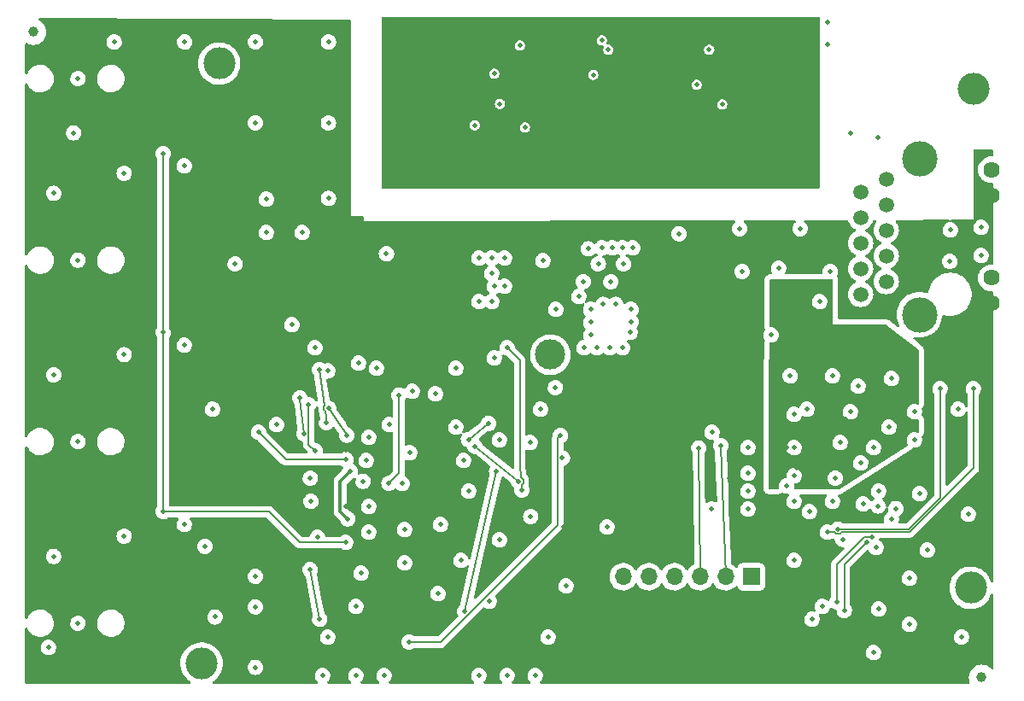
<source format=gbr>
%TF.GenerationSoftware,KiCad,Pcbnew,(6.0.9)*%
%TF.CreationDate,2022-11-17T17:06:12-06:00*%
%TF.ProjectId,IR2IP,49523249-502e-46b6-9963-61645f706362,rev?*%
%TF.SameCoordinates,PX55fe290PY8062360*%
%TF.FileFunction,Copper,L4,Bot*%
%TF.FilePolarity,Positive*%
%FSLAX46Y46*%
G04 Gerber Fmt 4.6, Leading zero omitted, Abs format (unit mm)*
G04 Created by KiCad (PCBNEW (6.0.9)) date 2022-11-17 17:06:12*
%MOMM*%
%LPD*%
G01*
G04 APERTURE LIST*
%TA.AperFunction,ComponentPad*%
%ADD10C,1.500000*%
%TD*%
%TA.AperFunction,ComponentPad*%
%ADD11C,1.620000*%
%TD*%
%TA.AperFunction,ComponentPad*%
%ADD12C,3.500000*%
%TD*%
%TA.AperFunction,ComponentPad*%
%ADD13R,1.700000X1.700000*%
%TD*%
%TA.AperFunction,ComponentPad*%
%ADD14O,1.700000X1.700000*%
%TD*%
%TA.AperFunction,ComponentPad*%
%ADD15C,3.000000*%
%TD*%
%TA.AperFunction,WasherPad*%
%ADD16C,3.175000*%
%TD*%
%TA.AperFunction,SMDPad,CuDef*%
%ADD17C,1.000000*%
%TD*%
%TA.AperFunction,ViaPad*%
%ADD18C,0.508000*%
%TD*%
%TA.AperFunction,Conductor*%
%ADD19C,0.127000*%
%TD*%
%TA.AperFunction,Conductor*%
%ADD20C,0.304800*%
%TD*%
G04 APERTURE END LIST*
D10*
%TO.P,J1,1*%
%TO.N,/Ethernet/RDP*%
X84830000Y40615000D03*
%TO.P,J1,2*%
%TO.N,/Ethernet/RDN*%
X87370000Y41885000D03*
%TO.P,J1,3*%
%TO.N,Net-(C19-Pad1)*%
X84830000Y43155000D03*
%TO.P,J1,4*%
%TO.N,Net-(C28-Pad2)*%
X87370000Y44425000D03*
%TO.P,J1,5*%
%TO.N,/Ethernet/TXP*%
X84830000Y45695000D03*
%TO.P,J1,6*%
%TO.N,/Ethernet/TXN*%
X87370000Y46965000D03*
%TO.P,J1,7*%
%TO.N,N/C*%
X84830000Y48235000D03*
%TO.P,J1,8*%
X87370000Y49505000D03*
%TO.P,J1,9*%
%TO.N,VPORTP*%
X84830000Y50775000D03*
%TO.P,J1,10*%
%TO.N,VPORTN*%
X87370000Y52045000D03*
D11*
%TO.P,J1,11*%
%TO.N,+3V3*%
X97800000Y39700000D03*
%TO.P,J1,12*%
%TO.N,Net-(J1-Pad12)*%
X97800000Y42240000D03*
%TO.P,J1,13*%
%TO.N,+3V3*%
X97800000Y50420000D03*
%TO.P,J1,14*%
%TO.N,Net-(J1-Pad14)*%
X97800000Y52960000D03*
D12*
%TO.P,J1,SH1*%
%TO.N,GND*%
X90670000Y54075000D03*
%TO.P,J1,SH2*%
X90670000Y38585000D03*
%TD*%
D13*
%TO.P,J2,1*%
%TO.N,Net-(J2-Pad1)*%
X74000000Y12600000D03*
D14*
%TO.P,J2,2*%
%TO.N,TXOUT*%
X71460000Y12600000D03*
%TO.P,J2,3*%
%TO.N,RXIN*%
X68920000Y12600000D03*
%TO.P,J2,4*%
%TO.N,Net-(J2-Pad4)*%
X66380000Y12600000D03*
%TO.P,J2,5*%
%TO.N,/PROGRAMMING/~{ERASE_CMD}*%
X63840000Y12600000D03*
%TO.P,J2,6*%
%TO.N,GND*%
X61300000Y12600000D03*
%TD*%
D15*
%TO.P,TP1,1*%
%TO.N,GND*%
X54080000Y34620000D03*
%TD*%
D16*
%TO.P,REF\u002A\u002A,*%
%TO.N,*%
X95750000Y11500000D03*
%TD*%
%TO.P,REF\u002A\u002A,*%
%TO.N,*%
X96000000Y61000000D03*
%TD*%
%TO.P,REF\u002A\u002A,*%
%TO.N,*%
X21250000Y63500000D03*
%TD*%
%TO.P,REF\u002A\u002A,*%
%TO.N,*%
X19500000Y4000000D03*
%TD*%
D17*
%TO.P,FID6,*%
%TO.N,*%
X2830000Y66620000D03*
%TD*%
%TO.P,FID5,*%
%TO.N,*%
X96830000Y2620000D03*
%TD*%
D18*
%TO.N,VPORTP*%
X71120000Y59436000D03*
X83830000Y56620000D03*
X59182000Y65786000D03*
%TO.N,VPORTN*%
X46580000Y57370000D03*
X51562000Y57150000D03*
X51054000Y65278000D03*
X86580000Y56120000D03*
%TO.N,GNDPWR*%
X72580000Y52120000D03*
X75330000Y66370000D03*
X77080000Y64370000D03*
X70830000Y64370000D03*
X72580000Y67620000D03*
X58080000Y67120000D03*
X55330000Y65620000D03*
X51330000Y52870000D03*
X41580000Y54620000D03*
X43830000Y60370000D03*
X46580000Y61120000D03*
X55580000Y58870000D03*
X38080000Y67370000D03*
X45080000Y67370000D03*
X40330000Y62620000D03*
X44830000Y52370000D03*
X81580000Y65370000D03*
X81580000Y67620000D03*
X46482000Y63754000D03*
X56642000Y53086000D03*
X73330000Y61870000D03*
X52324000Y54610000D03*
X67080000Y52620000D03*
X44330000Y55870000D03*
X50546000Y61214000D03*
X69088000Y52620000D03*
X46830000Y58620000D03*
X59830000Y58370000D03*
X68580000Y62870000D03*
X47830000Y54870000D03*
X49830000Y53120000D03*
X38580000Y58870000D03*
X48260000Y65278000D03*
X78830000Y52620000D03*
X42580000Y62370000D03*
X55880000Y63500000D03*
X65330000Y59870000D03*
X68330000Y67620000D03*
X58830000Y55120000D03*
X63754000Y53086000D03*
X42830000Y58120000D03*
X53086000Y57658000D03*
X79330000Y66620000D03*
X52832000Y64770000D03*
X60198000Y53086000D03*
X53594000Y61214000D03*
X38580000Y53620000D03*
X57580000Y57620000D03*
%TO.N,GND*%
X36830000Y33274000D03*
X28448000Y37592000D03*
X30734000Y35306000D03*
X32004000Y33020000D03*
X35052000Y33782000D03*
X40386000Y30988000D03*
X42672000Y30734000D03*
X44704000Y33274000D03*
X48514000Y34290000D03*
X44704000Y27432000D03*
X45466000Y24130000D03*
X36068000Y26416000D03*
X38100000Y27686000D03*
X35814000Y24130000D03*
X40132000Y24892000D03*
X49022000Y26162000D03*
X52070000Y25908000D03*
X39370000Y21844000D03*
X45974000Y21082000D03*
X36068000Y19558000D03*
X36068000Y17018000D03*
X43180000Y17780000D03*
X35306000Y12954000D03*
X39624000Y17272000D03*
X39624000Y13970000D03*
X45212000Y14224000D03*
X49022000Y16256000D03*
X42926000Y10922000D03*
X34798000Y9652000D03*
X48006000Y10160000D03*
X32004000Y6604000D03*
X53848000Y6604000D03*
X53086000Y29210000D03*
X4318000Y5588000D03*
X20574000Y29210000D03*
X59690000Y17526000D03*
X55626000Y11684000D03*
X78232000Y14224000D03*
X26924000Y27686000D03*
X78232000Y25400000D03*
X78232000Y28702000D03*
X73660000Y25400000D03*
X73660000Y22860000D03*
X70104000Y26924000D03*
X73660000Y21082000D03*
X73660000Y19304000D03*
X79756000Y19050000D03*
X78232000Y22606000D03*
X78232000Y20066000D03*
X82042000Y20066000D03*
X82330000Y22370000D03*
X86614000Y21082000D03*
X84836000Y23876000D03*
X86106000Y25400000D03*
X90170000Y26162000D03*
X90170000Y28956000D03*
X86614000Y9398000D03*
X80010000Y8382000D03*
X52578000Y2794000D03*
X49784000Y2794000D03*
X46990000Y2794000D03*
X37592000Y2794000D03*
X34798000Y2794000D03*
X31496000Y2794000D03*
X60580000Y39620000D03*
X59330000Y39620000D03*
X56896000Y40386000D03*
X58080000Y39116000D03*
X58080000Y37846000D03*
X58080000Y36576000D03*
X57404000Y35306000D03*
X58674000Y35306000D03*
X59944000Y35306000D03*
X61214000Y35306000D03*
X62080000Y39116000D03*
X62080000Y37870000D03*
X61976000Y36830000D03*
X46990000Y44196000D03*
X48260000Y44196000D03*
X49530000Y44196000D03*
X49530000Y41402000D03*
X48514000Y41402000D03*
X48260000Y42672000D03*
X48260000Y39878000D03*
X46990000Y39878000D03*
X54610000Y39116000D03*
X61330000Y43620000D03*
X61214000Y45212000D03*
X60198000Y45212000D03*
X59182000Y45212000D03*
X57830000Y45120000D03*
X58830000Y43620000D03*
X60080000Y41870000D03*
X62230000Y45212000D03*
X57330000Y41870000D03*
X81830000Y42870000D03*
X76708000Y43180000D03*
X80772000Y39878000D03*
X75946000Y36576000D03*
X84582000Y31496000D03*
X79502000Y29210000D03*
X83820000Y28956000D03*
X77470000Y21590000D03*
X96774000Y47244000D03*
X96774000Y44450000D03*
X93726000Y46990000D03*
X93680000Y43870000D03*
X94488000Y29210000D03*
X90678000Y20828000D03*
X95504000Y18796000D03*
X91440000Y15240000D03*
X89662000Y12446000D03*
X89662000Y7874000D03*
X86106000Y5080000D03*
X25908000Y50038000D03*
X29464000Y46736000D03*
X25908000Y46736000D03*
X30988000Y16510000D03*
X30280000Y22370000D03*
X30330000Y20070000D03*
X52130000Y18570000D03*
X78830000Y47120000D03*
X72830000Y47120000D03*
X32080000Y65620000D03*
X32080000Y57620000D03*
X32080000Y50120000D03*
X24830000Y65620000D03*
X17830000Y65620000D03*
X10830000Y65620000D03*
X6830000Y56620000D03*
X4830000Y50620000D03*
X4830000Y32620000D03*
X11830000Y52620000D03*
X11830000Y34620000D03*
X4830000Y14620000D03*
X11830000Y16620000D03*
X24830000Y12620000D03*
X24830000Y9620000D03*
X19830000Y15620000D03*
X24830000Y3620000D03*
X20830000Y8620000D03*
X22830000Y43620000D03*
X37830000Y44620000D03*
X24830000Y57620000D03*
X54580000Y31370000D03*
X73080000Y42870000D03*
X66830000Y46620000D03*
X94830000Y6620000D03*
X7250000Y8000000D03*
X7250000Y26000000D03*
X7250000Y44000000D03*
X7250000Y62000000D03*
X17780000Y53340000D03*
X83058000Y16319490D03*
X53340000Y43942000D03*
X17780000Y17780000D03*
X82804000Y25908000D03*
X17780000Y35560000D03*
X87884000Y32258000D03*
X87630000Y27432000D03*
%TO.N,+3V3*%
X67818000Y17018000D03*
X21590000Y17780000D03*
X30480000Y18415000D03*
X28930000Y12270000D03*
X28930000Y9420000D03*
X24130000Y16020000D03*
X68830000Y34620000D03*
X68830000Y36620000D03*
X70580000Y34870000D03*
X71830000Y22370000D03*
X57912000Y29972000D03*
X57912000Y32512000D03*
X67056000Y31496000D03*
X59944000Y33528000D03*
X18288000Y20574000D03*
X64080000Y36576000D03*
X61976000Y32512000D03*
X61976000Y31242000D03*
X46482000Y30734000D03*
X18288000Y56134000D03*
X9652000Y4318000D03*
X55880000Y41148000D03*
X43434000Y43942000D03*
X58928000Y28956000D03*
X64080000Y33528000D03*
X68830000Y35620000D03*
X18034000Y13462000D03*
X66040000Y31496000D03*
X33782000Y19558000D03*
X33782000Y17018000D03*
X55372000Y17526000D03*
X61214000Y22860000D03*
X64080000Y35620000D03*
X50292000Y5842000D03*
X44958000Y43942000D03*
X68830000Y32512000D03*
X57912000Y31242000D03*
X60960000Y33528000D03*
X60960000Y28956000D03*
X83312000Y19812000D03*
X33782000Y5842000D03*
X64770000Y20574000D03*
X59944000Y28956000D03*
X64080000Y34620000D03*
X68072000Y31496000D03*
X68830000Y33528000D03*
X33782000Y14732000D03*
X61976000Y33528000D03*
X61976000Y28956000D03*
X57912000Y33528000D03*
X58928000Y33528000D03*
X44958000Y39878000D03*
X64008000Y31496000D03*
X57912000Y28956000D03*
X42926000Y41402000D03*
X73152000Y28448000D03*
X61976000Y29972000D03*
X18288000Y38354000D03*
X64080000Y32512000D03*
X43434000Y40132000D03*
X42926000Y42672000D03*
X33782000Y25146000D03*
X35306000Y5842000D03*
X70330000Y29120000D03*
X79248000Y17526000D03*
X65024000Y31496000D03*
X30988000Y28194000D03*
%TO.N,Net-(Q3-Pad3)*%
X69830000Y64870000D03*
X59830000Y64870000D03*
%TO.N,Net-(R5-Pad1)*%
X58330000Y62370000D03*
X48514000Y62484000D03*
%TO.N,+3.3VA*%
X78486000Y24384000D03*
X77470000Y25400000D03*
X77470000Y23368000D03*
X78486000Y23368000D03*
X85598000Y28448000D03*
X88646000Y26416000D03*
X88900000Y32004000D03*
X81026000Y21844000D03*
X77216000Y29210000D03*
X89154000Y33528000D03*
X84074000Y33528000D03*
X77216000Y40894000D03*
X77216000Y38608000D03*
X83312000Y28194000D03*
%TO.N,Net-(C19-Pad1)*%
X77850000Y32512000D03*
X82042000Y32512000D03*
%TO.N,/Ethernet/LINKLED*%
X96012000Y31242000D03*
X81534000Y17018000D03*
%TO.N,/Ethernet/ACTLED*%
X92710000Y31242000D03*
X82610317Y17332317D03*
%TO.N,/SAM3X8E Power/VDDCORE*%
X34230000Y23073236D03*
X34004300Y18345400D03*
%TO.N,TXOUT*%
X70964600Y25595100D03*
%TO.N,RXIN*%
X47965700Y27820300D03*
X68787500Y25374400D03*
X45962000Y26225600D03*
%TO.N,IRREC*%
X39080000Y30620000D03*
X38080000Y21870000D03*
%TO.N,Net-(R26-Pad2)*%
X30750563Y25080646D03*
X30113300Y29682800D03*
%TO.N,Net-(R26-Pad1)*%
X29649500Y26775200D03*
X29246400Y30319900D03*
%TO.N,Net-(R27-Pad1)*%
X33830000Y24220000D03*
X25146000Y26924000D03*
%TO.N,Net-(R27-Pad2)*%
X32088700Y29319400D03*
X33900900Y26642200D03*
%TO.N,~{IRTXEN1}*%
X49784000Y35306000D03*
X51252500Y21211200D03*
%TO.N,~{IRTXEN2}*%
X31885300Y27902400D03*
X46606800Y25535300D03*
X31172500Y33147200D03*
X50936800Y22038600D03*
%TO.N,~{IRTXEN3}*%
X30251800Y13298200D03*
X31212500Y8379000D03*
X45595000Y9183700D03*
X48747500Y23053100D03*
%TO.N,IRTX*%
X15680000Y36820000D03*
X15680000Y54570000D03*
X15680000Y19050000D03*
X33782000Y16002000D03*
%TO.N,ECSn*%
X83223800Y9267600D03*
X85447400Y16065479D03*
%TO.N,SCLK*%
X82474718Y10096510D03*
X85937046Y16573490D03*
%TO.N,MISO*%
X85090000Y19812000D03*
X87884000Y18288000D03*
%TO.N,MOSI*%
X86360000Y15494000D03*
X81026000Y9652000D03*
%TO.N,TIMER_PULSE*%
X40080000Y6120000D03*
X55080000Y26620000D03*
%TO.N,~{MASTER_RESET}*%
X35530000Y22070000D03*
X88330000Y19370000D03*
X70080000Y19304000D03*
%TO.N,Net-(Q3-Pad1)*%
X68580000Y61370000D03*
X49080000Y59499500D03*
%TO.N,~{EINT}*%
X55270501Y24370000D03*
X86580000Y19620000D03*
%TD*%
D19*
%TO.N,/Ethernet/LINKLED*%
X82953862Y17018000D02*
X89662000Y17018000D01*
X89662000Y17018000D02*
X96012000Y23368000D01*
X82396956Y16887816D02*
X82823678Y16887816D01*
X82823678Y16887816D02*
X82953862Y17018000D01*
X96012000Y23368000D02*
X96012000Y31242000D01*
X81534000Y17018000D02*
X82266772Y17018000D01*
X82266772Y17018000D02*
X82396956Y16887816D01*
%TO.N,/Ethernet/ACTLED*%
X89617093Y17332317D02*
X82969527Y17332317D01*
X92710000Y20425224D02*
X89617093Y17332317D01*
X82969527Y17332317D02*
X82610317Y17332317D01*
X92710000Y31242000D02*
X92710000Y20425224D01*
D20*
%TO.N,/SAM3X8E Power/VDDCORE*%
X34230000Y23073236D02*
X33976001Y22819237D01*
X33248300Y19397600D02*
X33255600Y19360900D01*
X33255600Y19094100D02*
X33750301Y18599399D01*
X33976001Y22819237D02*
X33976001Y22797701D01*
X33976001Y22797701D02*
X33248300Y22070000D01*
X33255600Y19360900D02*
X33255600Y19094100D01*
X33750301Y18599399D02*
X34004300Y18345400D01*
X33248300Y22070000D02*
X33248300Y19397600D01*
D19*
%TO.N,TXOUT*%
X70964600Y25595100D02*
X71460000Y12600000D01*
%TO.N,RXIN*%
X45962000Y26225600D02*
X47965700Y27820300D01*
X68787500Y25374400D02*
X68920000Y12600000D01*
%TO.N,IRREC*%
X39080000Y22870000D02*
X38080000Y21870000D01*
X39080000Y30620000D02*
X39080000Y22870000D01*
%TO.N,Net-(R26-Pad2)*%
X30113300Y25717909D02*
X30750563Y25080646D01*
X30113300Y29682800D02*
X30113300Y25717909D01*
%TO.N,Net-(R26-Pad1)*%
X29649500Y26775200D02*
X29234800Y30185600D01*
X29234800Y30185600D02*
X29246400Y30319900D01*
%TO.N,Net-(R27-Pad1)*%
X27850000Y24220000D02*
X25146000Y26924000D01*
X33830000Y24220000D02*
X27850000Y24220000D01*
%TO.N,Net-(R27-Pad2)*%
X32088700Y29319400D02*
X33304400Y27509000D01*
X33949600Y26633400D02*
X33900900Y26642200D01*
X33304400Y27509000D02*
X33949600Y26633400D01*
%TO.N,~{IRTXEN1}*%
X51381600Y22222900D02*
X51144700Y22459800D01*
X51211600Y21684300D02*
X51381600Y21854300D01*
X51038900Y23685300D02*
X51038900Y34051100D01*
X51252500Y21211200D02*
X51211600Y21684300D01*
X51144700Y22459800D02*
X51038900Y23685300D01*
X51038900Y34051100D02*
X49784000Y35306000D01*
X51381600Y21854300D02*
X51381600Y22222900D01*
%TO.N,~{IRTXEN2}*%
X31643900Y29135200D02*
X31643900Y29503600D01*
X31835900Y28354400D02*
X31741300Y29037800D01*
X31643900Y29503600D02*
X31672900Y29532600D01*
X31741300Y29037800D02*
X31643900Y29135200D01*
X31672900Y29532600D02*
X31172500Y33147200D01*
X31885300Y27902400D02*
X31835900Y28354400D01*
X50853400Y22102500D02*
X46606800Y25535300D01*
X50936800Y22038600D02*
X50853400Y22102500D01*
%TO.N,~{IRTXEN3}*%
X48747500Y23053100D02*
X45595000Y9183700D01*
X31212500Y8379000D02*
X30251800Y13298200D01*
%TO.N,IRTX*%
X15680000Y36820000D02*
X15680000Y54570000D01*
X15680000Y19050000D02*
X15680000Y19409210D01*
X15680000Y19409210D02*
X15680000Y36820000D01*
X33782000Y16002000D02*
X29210000Y16002000D01*
X26162000Y19050000D02*
X15680000Y19050000D01*
X29210000Y16002000D02*
X26162000Y19050000D01*
%TO.N,ECSn*%
X83223800Y13841879D02*
X85193401Y15811480D01*
X85193401Y15811480D02*
X85447400Y16065479D01*
X83223800Y9267600D02*
X83223800Y13841879D01*
%TO.N,SCLK*%
X85229590Y16573490D02*
X85577836Y16573490D01*
X82474718Y13818618D02*
X85229590Y16573490D01*
X82474718Y10096510D02*
X82474718Y13818618D01*
X85577836Y16573490D02*
X85937046Y16573490D01*
%TO.N,TIMER_PULSE*%
X40439210Y6120000D02*
X40080000Y6120000D01*
X55080000Y26620000D02*
X54826001Y26366001D01*
X54826001Y26366001D02*
X54826001Y17756839D01*
X54826001Y17756839D02*
X43189162Y6120000D01*
X43189162Y6120000D02*
X40439210Y6120000D01*
%TD*%
%TA.AperFunction,Conductor*%
%TO.N,GNDPWR*%
G36*
X67053774Y68091043D02*
G01*
X80704649Y68087532D01*
X80772765Y68067512D01*
X80819244Y68013845D01*
X80830617Y67961524D01*
X80830420Y64901903D01*
X80829542Y51245992D01*
X80809536Y51177872D01*
X80755877Y51131383D01*
X80703542Y51120000D01*
X37456000Y51120000D01*
X37387879Y51140002D01*
X37341386Y51193658D01*
X37330000Y51246000D01*
X37330000Y57376276D01*
X46066309Y57376276D01*
X46067473Y57367374D01*
X46067473Y57367371D01*
X46075195Y57308324D01*
X46085195Y57231848D01*
X46088809Y57223635D01*
X46088810Y57223631D01*
X46122366Y57147371D01*
X46143859Y57098526D01*
X46149634Y57091656D01*
X46149635Y57091654D01*
X46157140Y57082726D01*
X46237583Y56987027D01*
X46245060Y56982050D01*
X46351361Y56911290D01*
X46351363Y56911289D01*
X46358834Y56906316D01*
X46497864Y56862879D01*
X46643498Y56860210D01*
X46740815Y56886742D01*
X46775363Y56896161D01*
X46775364Y56896161D01*
X46784026Y56898523D01*
X46792359Y56903639D01*
X46900502Y56970039D01*
X46908154Y56974737D01*
X46914774Y56982050D01*
X46999873Y57076066D01*
X46999874Y57076067D01*
X47005901Y57082726D01*
X47036141Y57145140D01*
X47041536Y57156276D01*
X51048309Y57156276D01*
X51049473Y57147374D01*
X51049473Y57147371D01*
X51061096Y57058486D01*
X51067195Y57011848D01*
X51070809Y57003635D01*
X51070810Y57003631D01*
X51110567Y56913278D01*
X51125859Y56878526D01*
X51131634Y56871656D01*
X51131635Y56871654D01*
X51141116Y56860375D01*
X51219583Y56767027D01*
X51227060Y56762050D01*
X51333361Y56691290D01*
X51333363Y56691289D01*
X51340834Y56686316D01*
X51479864Y56642879D01*
X51625498Y56640210D01*
X51695762Y56659367D01*
X51757363Y56676161D01*
X51757364Y56676161D01*
X51766026Y56678523D01*
X51774359Y56683639D01*
X51882502Y56750039D01*
X51890154Y56754737D01*
X51896774Y56762050D01*
X51981873Y56856066D01*
X51981874Y56856067D01*
X51987901Y56862726D01*
X52005245Y56898523D01*
X52047495Y56985728D01*
X52047495Y56985729D01*
X52051410Y56993809D01*
X52075576Y57137448D01*
X52075729Y57150000D01*
X52055080Y57294187D01*
X52051362Y57302365D01*
X51998508Y57418610D01*
X51998507Y57418612D01*
X51994792Y57426782D01*
X51899713Y57537127D01*
X51777485Y57616352D01*
X51637934Y57658086D01*
X51628958Y57658141D01*
X51628957Y57658141D01*
X51567644Y57658515D01*
X51492279Y57658976D01*
X51352229Y57618949D01*
X51229042Y57541224D01*
X51132622Y57432049D01*
X51128808Y57423926D01*
X51128807Y57423924D01*
X51101208Y57365140D01*
X51070719Y57300200D01*
X51069339Y57291335D01*
X51069338Y57291333D01*
X51058646Y57222661D01*
X51048309Y57156276D01*
X47041536Y57156276D01*
X47065495Y57205728D01*
X47065495Y57205729D01*
X47069410Y57213809D01*
X47093576Y57357448D01*
X47093729Y57370000D01*
X47084843Y57432049D01*
X47074354Y57505294D01*
X47074353Y57505297D01*
X47073080Y57514187D01*
X47069362Y57522365D01*
X47016508Y57638610D01*
X47016507Y57638612D01*
X47012792Y57646782D01*
X46917713Y57757127D01*
X46795485Y57836352D01*
X46655934Y57878086D01*
X46646958Y57878141D01*
X46646957Y57878141D01*
X46585644Y57878515D01*
X46510279Y57878976D01*
X46370229Y57838949D01*
X46247042Y57761224D01*
X46150622Y57652049D01*
X46146808Y57643926D01*
X46146807Y57643924D01*
X46092533Y57528324D01*
X46088719Y57520200D01*
X46087339Y57511335D01*
X46087338Y57511333D01*
X46072901Y57418610D01*
X46066309Y57376276D01*
X37330000Y57376276D01*
X37330000Y59505776D01*
X48566309Y59505776D01*
X48567473Y59496874D01*
X48567473Y59496871D01*
X48577701Y59418656D01*
X48585195Y59361348D01*
X48588809Y59353135D01*
X48588810Y59353131D01*
X48624629Y59271728D01*
X48643859Y59228026D01*
X48649634Y59221156D01*
X48649635Y59221154D01*
X48697236Y59164526D01*
X48737583Y59116527D01*
X48745060Y59111550D01*
X48851361Y59040790D01*
X48851363Y59040789D01*
X48858834Y59035816D01*
X48997864Y58992379D01*
X49143498Y58989710D01*
X49213762Y59008866D01*
X49275363Y59025661D01*
X49275364Y59025661D01*
X49284026Y59028023D01*
X49292359Y59033139D01*
X49400502Y59099539D01*
X49408154Y59104237D01*
X49414774Y59111550D01*
X49499873Y59205566D01*
X49499874Y59205567D01*
X49505901Y59212226D01*
X49534730Y59271728D01*
X49565495Y59335228D01*
X49565495Y59335229D01*
X49569410Y59343309D01*
X49586060Y59442276D01*
X70606309Y59442276D01*
X70607473Y59433374D01*
X70607473Y59433371D01*
X70615727Y59370251D01*
X70625195Y59297848D01*
X70628809Y59289635D01*
X70628810Y59289631D01*
X70655918Y59228026D01*
X70683859Y59164526D01*
X70689634Y59157656D01*
X70689635Y59157654D01*
X70728941Y59110894D01*
X70777583Y59053027D01*
X70796046Y59040737D01*
X70891361Y58977290D01*
X70891363Y58977289D01*
X70898834Y58972316D01*
X71037864Y58928879D01*
X71183498Y58926210D01*
X71253762Y58945366D01*
X71315363Y58962161D01*
X71315364Y58962161D01*
X71324026Y58964523D01*
X71332359Y58969639D01*
X71427447Y59028023D01*
X71448154Y59040737D01*
X71454774Y59048050D01*
X71539873Y59142066D01*
X71539874Y59142067D01*
X71545901Y59148726D01*
X71576667Y59212226D01*
X71605495Y59271728D01*
X71605495Y59271729D01*
X71609410Y59279809D01*
X71633576Y59423448D01*
X71633729Y59436000D01*
X71623945Y59504317D01*
X71614354Y59571294D01*
X71614353Y59571297D01*
X71613080Y59580187D01*
X71609362Y59588365D01*
X71556508Y59704610D01*
X71556507Y59704612D01*
X71552792Y59712782D01*
X71457713Y59823127D01*
X71335485Y59902352D01*
X71195934Y59944086D01*
X71186958Y59944141D01*
X71186957Y59944141D01*
X71125644Y59944515D01*
X71050279Y59944976D01*
X70910229Y59904949D01*
X70902642Y59900162D01*
X70902640Y59900161D01*
X70881190Y59886627D01*
X70787042Y59827224D01*
X70690622Y59718049D01*
X70686808Y59709926D01*
X70686807Y59709924D01*
X70658532Y59649700D01*
X70628719Y59586200D01*
X70627339Y59577335D01*
X70627338Y59577333D01*
X70612519Y59482156D01*
X70606309Y59442276D01*
X49586060Y59442276D01*
X49593576Y59486948D01*
X49593729Y59499500D01*
X49588056Y59539115D01*
X49574354Y59634794D01*
X49574353Y59634797D01*
X49573080Y59643687D01*
X49569362Y59651865D01*
X49516508Y59768110D01*
X49516507Y59768112D01*
X49512792Y59776282D01*
X49417713Y59886627D01*
X49295485Y59965852D01*
X49155934Y60007586D01*
X49146958Y60007641D01*
X49146957Y60007641D01*
X49085644Y60008015D01*
X49010279Y60008476D01*
X48870229Y59968449D01*
X48747042Y59890724D01*
X48650622Y59781549D01*
X48646808Y59773426D01*
X48646807Y59773424D01*
X48620809Y59718049D01*
X48588719Y59649700D01*
X48587339Y59640835D01*
X48587338Y59640833D01*
X48576511Y59571294D01*
X48566309Y59505776D01*
X37330000Y59505776D01*
X37330000Y61376276D01*
X68066309Y61376276D01*
X68067473Y61367374D01*
X68067473Y61367371D01*
X68079096Y61278486D01*
X68085195Y61231848D01*
X68088809Y61223635D01*
X68088810Y61223631D01*
X68089237Y61222661D01*
X68143859Y61098526D01*
X68149634Y61091656D01*
X68149635Y61091654D01*
X68157140Y61082726D01*
X68237583Y60987027D01*
X68245060Y60982050D01*
X68351361Y60911290D01*
X68351363Y60911289D01*
X68358834Y60906316D01*
X68497864Y60862879D01*
X68643498Y60860210D01*
X68713762Y60879366D01*
X68775363Y60896161D01*
X68775364Y60896161D01*
X68784026Y60898523D01*
X68792359Y60903639D01*
X68900502Y60970039D01*
X68908154Y60974737D01*
X68914774Y60982050D01*
X68999873Y61076066D01*
X68999874Y61076067D01*
X69005901Y61082726D01*
X69069410Y61213809D01*
X69093576Y61357448D01*
X69093729Y61370000D01*
X69073080Y61514187D01*
X69069362Y61522365D01*
X69016508Y61638610D01*
X69016507Y61638612D01*
X69012792Y61646782D01*
X68917713Y61757127D01*
X68795485Y61836352D01*
X68655934Y61878086D01*
X68646958Y61878141D01*
X68646957Y61878141D01*
X68585644Y61878515D01*
X68510279Y61878976D01*
X68370229Y61838949D01*
X68247042Y61761224D01*
X68150622Y61652049D01*
X68088719Y61520200D01*
X68066309Y61376276D01*
X37330000Y61376276D01*
X37330000Y62490276D01*
X48000309Y62490276D01*
X48001473Y62481374D01*
X48001473Y62481371D01*
X48013096Y62392486D01*
X48019195Y62345848D01*
X48022809Y62337635D01*
X48022810Y62337631D01*
X48023237Y62336661D01*
X48077859Y62212526D01*
X48083634Y62205656D01*
X48083635Y62205654D01*
X48091140Y62196726D01*
X48171583Y62101027D01*
X48179060Y62096050D01*
X48285361Y62025290D01*
X48285363Y62025289D01*
X48292834Y62020316D01*
X48431864Y61976879D01*
X48577498Y61974210D01*
X48649730Y61993903D01*
X48709363Y62010161D01*
X48709364Y62010161D01*
X48718026Y62012523D01*
X48726359Y62017639D01*
X48834502Y62084039D01*
X48842154Y62088737D01*
X48848774Y62096050D01*
X48933873Y62190066D01*
X48933874Y62190067D01*
X48939901Y62196726D01*
X48944263Y62205728D01*
X48999495Y62319728D01*
X48999495Y62319729D01*
X49003410Y62327809D01*
X49011564Y62376276D01*
X57816309Y62376276D01*
X57817473Y62367374D01*
X57817473Y62367371D01*
X57823703Y62319728D01*
X57835195Y62231848D01*
X57838809Y62223635D01*
X57838810Y62223631D01*
X57878567Y62133278D01*
X57893859Y62098526D01*
X57899634Y62091656D01*
X57899635Y62091654D01*
X57968137Y62010161D01*
X57987583Y61987027D01*
X57995060Y61982050D01*
X58101361Y61911290D01*
X58101363Y61911289D01*
X58108834Y61906316D01*
X58247864Y61862879D01*
X58393498Y61860210D01*
X58463762Y61879367D01*
X58525363Y61896161D01*
X58525364Y61896161D01*
X58534026Y61898523D01*
X58542359Y61903639D01*
X58650502Y61970039D01*
X58658154Y61974737D01*
X58664774Y61982050D01*
X58749873Y62076066D01*
X58749874Y62076067D01*
X58755901Y62082726D01*
X58762357Y62096050D01*
X58815495Y62205728D01*
X58815495Y62205729D01*
X58819410Y62213809D01*
X58837230Y62319728D01*
X58842770Y62352656D01*
X58842770Y62352659D01*
X58843576Y62357448D01*
X58843729Y62370000D01*
X58827403Y62484000D01*
X58824354Y62505294D01*
X58824353Y62505297D01*
X58823080Y62514187D01*
X58819362Y62522365D01*
X58766508Y62638610D01*
X58766507Y62638612D01*
X58762792Y62646782D01*
X58667713Y62757127D01*
X58545485Y62836352D01*
X58405934Y62878086D01*
X58396958Y62878141D01*
X58396957Y62878141D01*
X58335644Y62878515D01*
X58260279Y62878976D01*
X58120229Y62838949D01*
X57997042Y62761224D01*
X57900622Y62652049D01*
X57896808Y62643926D01*
X57896807Y62643924D01*
X57842533Y62528324D01*
X57838719Y62520200D01*
X57837339Y62511335D01*
X57837338Y62511333D01*
X57830382Y62466656D01*
X57816309Y62376276D01*
X49011564Y62376276D01*
X49027576Y62471448D01*
X49027729Y62484000D01*
X49007080Y62628187D01*
X49002341Y62638610D01*
X48950508Y62752610D01*
X48950507Y62752612D01*
X48946792Y62760782D01*
X48851713Y62871127D01*
X48729485Y62950352D01*
X48589934Y62992086D01*
X48580958Y62992141D01*
X48580957Y62992141D01*
X48519644Y62992515D01*
X48444279Y62992976D01*
X48304229Y62952949D01*
X48181042Y62875224D01*
X48084622Y62766049D01*
X48080808Y62757926D01*
X48080807Y62757924D01*
X48034258Y62658777D01*
X48022719Y62634200D01*
X48021339Y62625335D01*
X48021338Y62625333D01*
X48003588Y62511333D01*
X48000309Y62490276D01*
X37330000Y62490276D01*
X37330000Y65284276D01*
X50540309Y65284276D01*
X50541473Y65275374D01*
X50541473Y65275371D01*
X50548892Y65218640D01*
X50559195Y65139848D01*
X50562809Y65131635D01*
X50562810Y65131631D01*
X50602567Y65041278D01*
X50617859Y65006526D01*
X50623634Y64999656D01*
X50623635Y64999654D01*
X50631140Y64990726D01*
X50711583Y64895027D01*
X50719060Y64890050D01*
X50825361Y64819290D01*
X50825363Y64819289D01*
X50832834Y64814316D01*
X50971864Y64770879D01*
X51117498Y64768210D01*
X51187762Y64787366D01*
X51249363Y64804161D01*
X51249364Y64804161D01*
X51258026Y64806523D01*
X51266359Y64811639D01*
X51353494Y64865140D01*
X51382154Y64882737D01*
X51388774Y64890050D01*
X51473873Y64984066D01*
X51473874Y64984067D01*
X51479901Y64990726D01*
X51532351Y65098982D01*
X51539495Y65113728D01*
X51539495Y65113729D01*
X51543410Y65121809D01*
X51565032Y65250325D01*
X51566770Y65260656D01*
X51566770Y65260659D01*
X51567576Y65265448D01*
X51567729Y65278000D01*
X51559686Y65334161D01*
X51548354Y65413294D01*
X51548353Y65413297D01*
X51547080Y65422187D01*
X51540766Y65436074D01*
X51490508Y65546610D01*
X51490507Y65546612D01*
X51486792Y65554782D01*
X51391713Y65665127D01*
X51269485Y65744352D01*
X51129934Y65786086D01*
X51120958Y65786141D01*
X51120957Y65786141D01*
X51059644Y65786515D01*
X50984279Y65786976D01*
X50844229Y65746949D01*
X50721042Y65669224D01*
X50624622Y65560049D01*
X50620808Y65551926D01*
X50620807Y65551924D01*
X50598460Y65504326D01*
X50562719Y65428200D01*
X50561339Y65419335D01*
X50561338Y65419333D01*
X50545019Y65314523D01*
X50540309Y65284276D01*
X37330000Y65284276D01*
X37330000Y65792276D01*
X58668309Y65792276D01*
X58669473Y65783374D01*
X58669473Y65783371D01*
X58674862Y65742161D01*
X58687195Y65647848D01*
X58690809Y65639635D01*
X58690810Y65639631D01*
X58725828Y65560049D01*
X58745859Y65514526D01*
X58751634Y65507656D01*
X58751635Y65507654D01*
X58759140Y65498726D01*
X58839583Y65403027D01*
X58847060Y65398050D01*
X58953361Y65327290D01*
X58953363Y65327289D01*
X58960834Y65322316D01*
X59099864Y65278879D01*
X59245498Y65276210D01*
X59248824Y65277117D01*
X59316147Y65266137D01*
X59368916Y65218640D01*
X59387630Y65150154D01*
X59375707Y65098982D01*
X59338719Y65020200D01*
X59337339Y65011335D01*
X59337338Y65011333D01*
X59318352Y64889394D01*
X59316309Y64876276D01*
X59317473Y64867374D01*
X59317473Y64867371D01*
X59323761Y64819290D01*
X59335195Y64731848D01*
X59338809Y64723635D01*
X59338810Y64723631D01*
X59339237Y64722661D01*
X59393859Y64598526D01*
X59399634Y64591656D01*
X59399635Y64591654D01*
X59407140Y64582726D01*
X59487583Y64487027D01*
X59495060Y64482050D01*
X59601361Y64411290D01*
X59601363Y64411289D01*
X59608834Y64406316D01*
X59747864Y64362879D01*
X59893498Y64360210D01*
X59963762Y64379367D01*
X60025363Y64396161D01*
X60025364Y64396161D01*
X60034026Y64398523D01*
X60042359Y64403639D01*
X60150502Y64470039D01*
X60158154Y64474737D01*
X60164774Y64482050D01*
X60249873Y64576066D01*
X60249874Y64576067D01*
X60255901Y64582726D01*
X60319410Y64713809D01*
X60343576Y64857448D01*
X60343729Y64870000D01*
X60342830Y64876276D01*
X69316309Y64876276D01*
X69317473Y64867374D01*
X69317473Y64867371D01*
X69323761Y64819290D01*
X69335195Y64731848D01*
X69338809Y64723635D01*
X69338810Y64723631D01*
X69339237Y64722661D01*
X69393859Y64598526D01*
X69399634Y64591656D01*
X69399635Y64591654D01*
X69407140Y64582726D01*
X69487583Y64487027D01*
X69495060Y64482050D01*
X69601361Y64411290D01*
X69601363Y64411289D01*
X69608834Y64406316D01*
X69747864Y64362879D01*
X69893498Y64360210D01*
X69963762Y64379367D01*
X70025363Y64396161D01*
X70025364Y64396161D01*
X70034026Y64398523D01*
X70042359Y64403639D01*
X70150502Y64470039D01*
X70158154Y64474737D01*
X70164774Y64482050D01*
X70249873Y64576066D01*
X70249874Y64576067D01*
X70255901Y64582726D01*
X70319410Y64713809D01*
X70343576Y64857448D01*
X70343729Y64870000D01*
X70326440Y64990726D01*
X70324354Y65005294D01*
X70324353Y65005297D01*
X70323080Y65014187D01*
X70319362Y65022365D01*
X70266508Y65138610D01*
X70266507Y65138612D01*
X70262792Y65146782D01*
X70167713Y65257127D01*
X70045485Y65336352D01*
X69905934Y65378086D01*
X69896958Y65378141D01*
X69896957Y65378141D01*
X69835644Y65378515D01*
X69760279Y65378976D01*
X69620229Y65338949D01*
X69612642Y65334162D01*
X69612640Y65334161D01*
X69593867Y65322316D01*
X69497042Y65261224D01*
X69400622Y65152049D01*
X69396808Y65143926D01*
X69396807Y65143924D01*
X69390580Y65130661D01*
X69338719Y65020200D01*
X69337339Y65011335D01*
X69337338Y65011333D01*
X69318352Y64889394D01*
X69316309Y64876276D01*
X60342830Y64876276D01*
X60326440Y64990726D01*
X60324354Y65005294D01*
X60324353Y65005297D01*
X60323080Y65014187D01*
X60319362Y65022365D01*
X60266508Y65138610D01*
X60266507Y65138612D01*
X60262792Y65146782D01*
X60167713Y65257127D01*
X60045485Y65336352D01*
X59905934Y65378086D01*
X59896958Y65378141D01*
X59896957Y65378141D01*
X59831757Y65378539D01*
X59765407Y65378945D01*
X59765405Y65378945D01*
X59760279Y65378976D01*
X59760284Y65379716D01*
X59697117Y65389226D01*
X59643771Y65436074D01*
X59624221Y65504326D01*
X59636826Y65558428D01*
X59637612Y65560049D01*
X59671410Y65629809D01*
X59690681Y65744352D01*
X59694770Y65768656D01*
X59694770Y65768659D01*
X59695576Y65773448D01*
X59695729Y65786000D01*
X59675080Y65930187D01*
X59671362Y65938365D01*
X59618508Y66054610D01*
X59618507Y66054612D01*
X59614792Y66062782D01*
X59519713Y66173127D01*
X59397485Y66252352D01*
X59257934Y66294086D01*
X59248958Y66294141D01*
X59248957Y66294141D01*
X59187644Y66294515D01*
X59112279Y66294976D01*
X58972229Y66254949D01*
X58849042Y66177224D01*
X58752622Y66068049D01*
X58690719Y65936200D01*
X58668309Y65792276D01*
X37330000Y65792276D01*
X37330000Y67972654D01*
X37350002Y68040775D01*
X37403658Y68087268D01*
X37456028Y68098653D01*
X67053774Y68091043D01*
G37*
%TD.AperFunction*%
%TD*%
%TA.AperFunction,Conductor*%
%TO.N,+3V3*%
G36*
X34204488Y67875325D02*
G01*
X34272531Y67855059D01*
X34318815Y67801224D01*
X34330000Y67749326D01*
X34330000Y48370000D01*
X35454000Y48370000D01*
X35522121Y48349998D01*
X35568614Y48296342D01*
X35580000Y48244000D01*
X35580000Y47870000D01*
X35593612Y47870029D01*
X35593613Y47870029D01*
X72279757Y47948963D01*
X72347921Y47929107D01*
X72394529Y47875552D01*
X72404784Y47805300D01*
X72375430Y47740656D01*
X72360551Y47726483D01*
X72357588Y47724660D01*
X72235366Y47604972D01*
X72231547Y47599047D01*
X72231546Y47599045D01*
X72216405Y47575550D01*
X72142698Y47461180D01*
X72140287Y47454557D01*
X72140286Y47454554D01*
X72086600Y47307053D01*
X72086599Y47307048D01*
X72084190Y47300430D01*
X72062750Y47130714D01*
X72079443Y46960464D01*
X72133440Y46798144D01*
X72137087Y46792122D01*
X72137088Y46792120D01*
X72218406Y46657846D01*
X72218409Y46657843D01*
X72222056Y46651820D01*
X72340889Y46528766D01*
X72412460Y46481931D01*
X72420236Y46476843D01*
X72484030Y46435097D01*
X72490634Y46432641D01*
X72490636Y46432640D01*
X72637757Y46377926D01*
X72637759Y46377926D01*
X72644367Y46375468D01*
X72723454Y46364915D01*
X72806949Y46353774D01*
X72806953Y46353774D01*
X72813930Y46352843D01*
X72820941Y46353481D01*
X72820945Y46353481D01*
X72977273Y46367708D01*
X72977275Y46367708D01*
X72984292Y46368347D01*
X72990990Y46370523D01*
X72990993Y46370524D01*
X73140289Y46419034D01*
X73140291Y46419035D01*
X73146985Y46421210D01*
X73201620Y46453779D01*
X73287872Y46505195D01*
X73287874Y46505196D01*
X73293924Y46508803D01*
X73417805Y46626773D01*
X73421812Y46632803D01*
X73492834Y46739701D01*
X73512471Y46769257D01*
X73560632Y46896041D01*
X73570718Y46922592D01*
X73570719Y46922594D01*
X73573218Y46929174D01*
X73577202Y46957521D01*
X73596475Y47094653D01*
X73596475Y47094656D01*
X73597026Y47098575D01*
X73597325Y47120000D01*
X73578256Y47290000D01*
X73572721Y47305896D01*
X73524314Y47444903D01*
X73524313Y47444905D01*
X73521999Y47451550D01*
X73504282Y47479904D01*
X73435081Y47590648D01*
X73431348Y47596622D01*
X73418159Y47609904D01*
X73347950Y47680605D01*
X73310809Y47718006D01*
X73304863Y47721780D01*
X73299370Y47726196D01*
X73301097Y47728344D01*
X73262543Y47772328D01*
X73252038Y47842543D01*
X73281162Y47907291D01*
X73340669Y47946015D01*
X73376585Y47951323D01*
X75664349Y47956246D01*
X78297690Y47961912D01*
X78365853Y47942056D01*
X78412461Y47888501D01*
X78422716Y47818249D01*
X78393362Y47753605D01*
X78369002Y47732866D01*
X78369140Y47732689D01*
X78364929Y47729399D01*
X78363987Y47728597D01*
X78363590Y47728353D01*
X78363587Y47728350D01*
X78357588Y47724660D01*
X78352557Y47719733D01*
X78352554Y47719731D01*
X78293573Y47661972D01*
X78235366Y47604972D01*
X78231547Y47599047D01*
X78231546Y47599045D01*
X78216405Y47575550D01*
X78142698Y47461180D01*
X78140287Y47454557D01*
X78140286Y47454554D01*
X78086600Y47307053D01*
X78086599Y47307048D01*
X78084190Y47300430D01*
X78062750Y47130714D01*
X78079443Y46960464D01*
X78133440Y46798144D01*
X78137087Y46792122D01*
X78137088Y46792120D01*
X78218406Y46657846D01*
X78218409Y46657843D01*
X78222056Y46651820D01*
X78340889Y46528766D01*
X78412460Y46481931D01*
X78420236Y46476843D01*
X78484030Y46435097D01*
X78490634Y46432641D01*
X78490636Y46432640D01*
X78637757Y46377926D01*
X78637759Y46377926D01*
X78644367Y46375468D01*
X78723454Y46364915D01*
X78806949Y46353774D01*
X78806953Y46353774D01*
X78813930Y46352843D01*
X78820941Y46353481D01*
X78820945Y46353481D01*
X78977273Y46367708D01*
X78977275Y46367708D01*
X78984292Y46368347D01*
X78990990Y46370523D01*
X78990993Y46370524D01*
X79140289Y46419034D01*
X79140291Y46419035D01*
X79146985Y46421210D01*
X79201620Y46453779D01*
X79287872Y46505195D01*
X79287874Y46505196D01*
X79293924Y46508803D01*
X79417805Y46626773D01*
X79421812Y46632803D01*
X79492834Y46739701D01*
X79512471Y46769257D01*
X79560632Y46896041D01*
X79570718Y46922592D01*
X79570719Y46922594D01*
X79573218Y46929174D01*
X79577202Y46957521D01*
X79596475Y47094653D01*
X79596475Y47094656D01*
X79597026Y47098575D01*
X79597325Y47120000D01*
X79578256Y47290000D01*
X79572721Y47305896D01*
X79524314Y47444903D01*
X79524313Y47444905D01*
X79521999Y47451550D01*
X79504282Y47479904D01*
X79435081Y47590648D01*
X79431348Y47596622D01*
X79418159Y47609904D01*
X79347950Y47680605D01*
X79310809Y47718006D01*
X79304864Y47721779D01*
X79304860Y47721782D01*
X79289069Y47731803D01*
X79242270Y47785192D01*
X79231764Y47855407D01*
X79260887Y47920155D01*
X79320393Y47958880D01*
X79356311Y47964189D01*
X81376027Y47968535D01*
X83500327Y47973106D01*
X83568490Y47953250D01*
X83615098Y47899695D01*
X83622300Y47879727D01*
X83642880Y47802924D01*
X83673597Y47737051D01*
X83733618Y47608334D01*
X83733621Y47608329D01*
X83735944Y47603347D01*
X83739100Y47598840D01*
X83739101Y47598838D01*
X83857116Y47430296D01*
X83862251Y47422962D01*
X84017962Y47267251D01*
X84022471Y47264094D01*
X84022473Y47264092D01*
X84082902Y47221779D01*
X84198346Y47140944D01*
X84203328Y47138621D01*
X84203333Y47138618D01*
X84330768Y47079195D01*
X84384053Y47032278D01*
X84403514Y46964001D01*
X84382972Y46896041D01*
X84330768Y46850805D01*
X84203334Y46791382D01*
X84203329Y46791379D01*
X84198347Y46789056D01*
X84193840Y46785900D01*
X84193838Y46785899D01*
X84022473Y46665908D01*
X84022470Y46665906D01*
X84017962Y46662749D01*
X83862251Y46507038D01*
X83859094Y46502530D01*
X83859092Y46502527D01*
X83769933Y46375195D01*
X83735944Y46326653D01*
X83733621Y46321671D01*
X83733618Y46321666D01*
X83694766Y46238347D01*
X83642880Y46127076D01*
X83585885Y45914371D01*
X83566693Y45695000D01*
X83585885Y45475629D01*
X83642880Y45262924D01*
X83674770Y45194536D01*
X83733618Y45068334D01*
X83733621Y45068329D01*
X83735944Y45063347D01*
X83739100Y45058840D01*
X83739101Y45058838D01*
X83857116Y44890296D01*
X83862251Y44882962D01*
X84017962Y44727251D01*
X84022471Y44724094D01*
X84022473Y44724092D01*
X84071326Y44689885D01*
X84198346Y44600944D01*
X84203328Y44598621D01*
X84203333Y44598618D01*
X84330768Y44539195D01*
X84384053Y44492278D01*
X84403514Y44424001D01*
X84382972Y44356041D01*
X84330768Y44310805D01*
X84203334Y44251382D01*
X84203329Y44251379D01*
X84198347Y44249056D01*
X84193840Y44245900D01*
X84193838Y44245899D01*
X84022473Y44125908D01*
X84022470Y44125906D01*
X84017962Y44122749D01*
X83862251Y43967038D01*
X83859094Y43962530D01*
X83859092Y43962527D01*
X83745591Y43800430D01*
X83735944Y43786653D01*
X83733621Y43781671D01*
X83733618Y43781666D01*
X83694766Y43698347D01*
X83642880Y43587076D01*
X83585885Y43374371D01*
X83566693Y43155000D01*
X83585885Y42935629D01*
X83642880Y42722924D01*
X83674050Y42656080D01*
X83733618Y42528334D01*
X83733621Y42528329D01*
X83735944Y42523347D01*
X83739100Y42518840D01*
X83739101Y42518838D01*
X83857992Y42349045D01*
X83862251Y42342962D01*
X84017962Y42187251D01*
X84022471Y42184094D01*
X84022473Y42184092D01*
X84071326Y42149885D01*
X84198346Y42060944D01*
X84203328Y42058621D01*
X84203333Y42058618D01*
X84330768Y41999195D01*
X84384053Y41952278D01*
X84403514Y41884001D01*
X84382972Y41816041D01*
X84330768Y41770805D01*
X84203334Y41711382D01*
X84203329Y41711379D01*
X84198347Y41709056D01*
X84193840Y41705900D01*
X84193838Y41705899D01*
X84022473Y41585908D01*
X84022470Y41585906D01*
X84017962Y41582749D01*
X83862251Y41427038D01*
X83859094Y41422530D01*
X83859092Y41422527D01*
X83744123Y41258334D01*
X83735944Y41246653D01*
X83733621Y41241671D01*
X83733618Y41241666D01*
X83686415Y41140438D01*
X83642880Y41047076D01*
X83585885Y40834371D01*
X83566693Y40615000D01*
X83585885Y40395629D01*
X83642880Y40182924D01*
X83665686Y40134017D01*
X83733618Y39988334D01*
X83733621Y39988329D01*
X83735944Y39983347D01*
X83739100Y39978840D01*
X83739101Y39978838D01*
X83858543Y39808258D01*
X83862251Y39802962D01*
X84017962Y39647251D01*
X84022471Y39644094D01*
X84022473Y39644092D01*
X84077011Y39605904D01*
X84198346Y39520944D01*
X84397924Y39427880D01*
X84610629Y39370885D01*
X84830000Y39351693D01*
X85049371Y39370885D01*
X85262076Y39427880D01*
X85461654Y39520944D01*
X85582989Y39605904D01*
X85637527Y39644092D01*
X85637529Y39644094D01*
X85642038Y39647251D01*
X85797749Y39802962D01*
X85801458Y39808258D01*
X85920899Y39978838D01*
X85920900Y39978840D01*
X85924056Y39983347D01*
X85926379Y39988329D01*
X85926382Y39988334D01*
X85994314Y40134017D01*
X86017120Y40182924D01*
X86074115Y40395629D01*
X86093307Y40615000D01*
X86074115Y40834371D01*
X86017120Y41047076D01*
X85973585Y41140438D01*
X85926382Y41241666D01*
X85926379Y41241671D01*
X85924056Y41246653D01*
X85915877Y41258334D01*
X85800908Y41422527D01*
X85800906Y41422530D01*
X85797749Y41427038D01*
X85642038Y41582749D01*
X85461654Y41709056D01*
X85456672Y41711379D01*
X85456667Y41711382D01*
X85329232Y41770805D01*
X85275947Y41817722D01*
X85256486Y41885999D01*
X85277028Y41953959D01*
X85329232Y41999195D01*
X85456667Y42058618D01*
X85456672Y42058621D01*
X85461654Y42060944D01*
X85588674Y42149885D01*
X85637527Y42184092D01*
X85637529Y42184094D01*
X85642038Y42187251D01*
X85797749Y42342962D01*
X85802009Y42349045D01*
X85920899Y42518838D01*
X85920900Y42518840D01*
X85924056Y42523347D01*
X85926379Y42528329D01*
X85926382Y42528334D01*
X85985950Y42656080D01*
X86017120Y42722924D01*
X86074115Y42935629D01*
X86093307Y43155000D01*
X86074115Y43374371D01*
X86017120Y43587076D01*
X85965234Y43698347D01*
X85926382Y43781666D01*
X85926379Y43781671D01*
X85924056Y43786653D01*
X85914409Y43800430D01*
X85800908Y43962527D01*
X85800906Y43962530D01*
X85797749Y43967038D01*
X85642038Y44122749D01*
X85636292Y44126773D01*
X85522124Y44206714D01*
X85461654Y44249056D01*
X85456672Y44251379D01*
X85456667Y44251382D01*
X85329232Y44310805D01*
X85275947Y44357722D01*
X85256486Y44425999D01*
X85277028Y44493959D01*
X85329232Y44539195D01*
X85456667Y44598618D01*
X85456672Y44598621D01*
X85461654Y44600944D01*
X85588674Y44689885D01*
X85637527Y44724092D01*
X85637529Y44724094D01*
X85642038Y44727251D01*
X85797749Y44882962D01*
X85802885Y44890296D01*
X85920899Y45058838D01*
X85920900Y45058840D01*
X85924056Y45063347D01*
X85926379Y45068329D01*
X85926382Y45068334D01*
X85985230Y45194536D01*
X86017120Y45262924D01*
X86074115Y45475629D01*
X86093307Y45695000D01*
X86074115Y45914371D01*
X86017120Y46127076D01*
X85965234Y46238347D01*
X85926382Y46321666D01*
X85926379Y46321671D01*
X85924056Y46326653D01*
X85890067Y46375195D01*
X85800908Y46502527D01*
X85800906Y46502530D01*
X85797749Y46507038D01*
X85642038Y46662749D01*
X85634334Y46668144D01*
X85512136Y46753708D01*
X85461654Y46789056D01*
X85456672Y46791379D01*
X85456667Y46791382D01*
X85329232Y46850805D01*
X85275947Y46897722D01*
X85256486Y46965999D01*
X85277028Y47033959D01*
X85329232Y47079195D01*
X85456667Y47138618D01*
X85456672Y47138621D01*
X85461654Y47140944D01*
X85577098Y47221779D01*
X85637527Y47264092D01*
X85637529Y47264094D01*
X85642038Y47267251D01*
X85797749Y47422962D01*
X85802885Y47430296D01*
X85920899Y47598838D01*
X85920900Y47598840D01*
X85924056Y47603347D01*
X85926379Y47608329D01*
X85926382Y47608334D01*
X85984369Y47732689D01*
X86017120Y47802924D01*
X86039231Y47885442D01*
X86076183Y47946064D01*
X86140044Y47977086D01*
X86160663Y47978830D01*
X86301977Y47979134D01*
X86370140Y47959278D01*
X86416748Y47905723D01*
X86427003Y47835471D01*
X86401263Y47777730D01*
X86402251Y47777038D01*
X86279423Y47601621D01*
X86275944Y47596653D01*
X86273621Y47591671D01*
X86273618Y47591666D01*
X86232027Y47502472D01*
X86182880Y47397076D01*
X86125885Y47184371D01*
X86106693Y46965000D01*
X86125885Y46745629D01*
X86182880Y46532924D01*
X86209031Y46476843D01*
X86273618Y46338334D01*
X86273621Y46338329D01*
X86275944Y46333347D01*
X86279100Y46328840D01*
X86279101Y46328838D01*
X86353320Y46222843D01*
X86402251Y46152962D01*
X86557962Y45997251D01*
X86562471Y45994094D01*
X86562473Y45994092D01*
X86611326Y45959885D01*
X86738346Y45870944D01*
X86743328Y45868621D01*
X86743333Y45868618D01*
X86870768Y45809195D01*
X86924053Y45762278D01*
X86943514Y45694001D01*
X86922972Y45626041D01*
X86870768Y45580805D01*
X86743334Y45521382D01*
X86743329Y45521379D01*
X86738347Y45519056D01*
X86733840Y45515900D01*
X86733838Y45515899D01*
X86562473Y45395908D01*
X86562470Y45395906D01*
X86557962Y45392749D01*
X86402251Y45237038D01*
X86399094Y45232530D01*
X86399092Y45232527D01*
X86284123Y45068334D01*
X86275944Y45056653D01*
X86273621Y45051671D01*
X86273618Y45051666D01*
X86232027Y44962472D01*
X86182880Y44857076D01*
X86125885Y44644371D01*
X86106693Y44425000D01*
X86125885Y44205629D01*
X86182880Y43992924D01*
X86214770Y43924536D01*
X86273618Y43798334D01*
X86273621Y43798329D01*
X86275944Y43793347D01*
X86279100Y43788840D01*
X86279101Y43788838D01*
X86397726Y43619425D01*
X86402251Y43612962D01*
X86557962Y43457251D01*
X86562471Y43454094D01*
X86562473Y43454092D01*
X86612517Y43419051D01*
X86738346Y43330944D01*
X86743328Y43328621D01*
X86743333Y43328618D01*
X86870768Y43269195D01*
X86924053Y43222278D01*
X86943514Y43154001D01*
X86922972Y43086041D01*
X86870768Y43040805D01*
X86743334Y42981382D01*
X86743329Y42981379D01*
X86738347Y42979056D01*
X86733840Y42975900D01*
X86733838Y42975899D01*
X86562473Y42855908D01*
X86562470Y42855906D01*
X86557962Y42852749D01*
X86402251Y42697038D01*
X86399094Y42692530D01*
X86399092Y42692527D01*
X86301234Y42552771D01*
X86275944Y42516653D01*
X86273621Y42511671D01*
X86273618Y42511666D01*
X86235529Y42429983D01*
X86182880Y42317076D01*
X86125885Y42104371D01*
X86106693Y41885000D01*
X86125885Y41665629D01*
X86182880Y41452924D01*
X86226415Y41359562D01*
X86273618Y41258334D01*
X86273621Y41258329D01*
X86275944Y41253347D01*
X86279100Y41248840D01*
X86279101Y41248838D01*
X86397116Y41080296D01*
X86402251Y41072962D01*
X86557962Y40917251D01*
X86562471Y40914094D01*
X86562473Y40914092D01*
X86571192Y40907987D01*
X86738346Y40790944D01*
X86937924Y40697880D01*
X87150629Y40640885D01*
X87370000Y40621693D01*
X87589371Y40640885D01*
X87802076Y40697880D01*
X88001654Y40790944D01*
X88168808Y40907987D01*
X88177527Y40914092D01*
X88177529Y40914094D01*
X88182038Y40917251D01*
X88337749Y41072962D01*
X88342885Y41080296D01*
X88460899Y41248838D01*
X88460900Y41248840D01*
X88464056Y41253347D01*
X88466379Y41258329D01*
X88466382Y41258334D01*
X88513585Y41359562D01*
X88557120Y41452924D01*
X88614115Y41665629D01*
X88633307Y41885000D01*
X88614115Y42104371D01*
X88557120Y42317076D01*
X88504471Y42429983D01*
X88466382Y42511666D01*
X88466379Y42511671D01*
X88464056Y42516653D01*
X88438766Y42552771D01*
X88340908Y42692527D01*
X88340906Y42692530D01*
X88337749Y42697038D01*
X88182038Y42852749D01*
X88174334Y42858144D01*
X88071257Y42930319D01*
X88001654Y42979056D01*
X87996672Y42981379D01*
X87996667Y42981382D01*
X87869232Y43040805D01*
X87815947Y43087722D01*
X87796486Y43155999D01*
X87817028Y43223959D01*
X87869232Y43269195D01*
X87996667Y43328618D01*
X87996672Y43328621D01*
X88001654Y43330944D01*
X88127483Y43419051D01*
X88177527Y43454092D01*
X88177529Y43454094D01*
X88182038Y43457251D01*
X88337749Y43612962D01*
X88342275Y43619425D01*
X88460899Y43788838D01*
X88460900Y43788840D01*
X88464056Y43793347D01*
X88466379Y43798329D01*
X88466382Y43798334D01*
X88504796Y43880714D01*
X92912750Y43880714D01*
X92929443Y43710464D01*
X92983440Y43548144D01*
X92987087Y43542122D01*
X92987088Y43542120D01*
X93068406Y43407846D01*
X93068409Y43407843D01*
X93072056Y43401820D01*
X93190889Y43278766D01*
X93253369Y43237880D01*
X93326984Y43189708D01*
X93334030Y43185097D01*
X93340634Y43182641D01*
X93340636Y43182640D01*
X93487757Y43127926D01*
X93487759Y43127926D01*
X93494367Y43125468D01*
X93573454Y43114915D01*
X93656949Y43103774D01*
X93656953Y43103774D01*
X93663930Y43102843D01*
X93670941Y43103481D01*
X93670945Y43103481D01*
X93827273Y43117708D01*
X93827275Y43117708D01*
X93834292Y43118347D01*
X93840990Y43120523D01*
X93840993Y43120524D01*
X93990289Y43169034D01*
X93990291Y43169035D01*
X93996985Y43171210D01*
X94052920Y43204554D01*
X94137872Y43255195D01*
X94137874Y43255196D01*
X94143924Y43258803D01*
X94267805Y43376773D01*
X94271982Y43383059D01*
X94323409Y43460464D01*
X94362471Y43519257D01*
X94407314Y43637306D01*
X94420718Y43672592D01*
X94420719Y43672594D01*
X94423218Y43679174D01*
X94425823Y43697708D01*
X94446475Y43844653D01*
X94446475Y43844656D01*
X94447026Y43848575D01*
X94447325Y43870000D01*
X94429516Y44028766D01*
X94429041Y44033002D01*
X94428256Y44040000D01*
X94421677Y44058895D01*
X94374314Y44194903D01*
X94374313Y44194905D01*
X94371999Y44201550D01*
X94353804Y44230669D01*
X94285081Y44340648D01*
X94281348Y44346622D01*
X94275171Y44352843D01*
X94209440Y44419034D01*
X94168050Y44460714D01*
X96006750Y44460714D01*
X96023443Y44290464D01*
X96077440Y44128144D01*
X96081087Y44122122D01*
X96081088Y44122120D01*
X96162406Y43987846D01*
X96162409Y43987843D01*
X96166056Y43981820D01*
X96284889Y43858766D01*
X96314505Y43839386D01*
X96415941Y43773008D01*
X96428030Y43765097D01*
X96434634Y43762641D01*
X96434636Y43762640D01*
X96581757Y43707926D01*
X96581759Y43707926D01*
X96588367Y43705468D01*
X96667454Y43694915D01*
X96750949Y43683774D01*
X96750953Y43683774D01*
X96757930Y43682843D01*
X96764941Y43683481D01*
X96764945Y43683481D01*
X96921273Y43697708D01*
X96921275Y43697708D01*
X96928292Y43698347D01*
X96934990Y43700523D01*
X96934993Y43700524D01*
X97084289Y43749034D01*
X97084291Y43749035D01*
X97090985Y43751210D01*
X97167210Y43796649D01*
X97231872Y43835195D01*
X97231874Y43835196D01*
X97237924Y43838803D01*
X97361805Y43956773D01*
X97373685Y43974653D01*
X97428431Y44057053D01*
X97456471Y44099257D01*
X97504107Y44224660D01*
X97514718Y44252592D01*
X97514719Y44252594D01*
X97517218Y44259174D01*
X97518635Y44269257D01*
X97540475Y44424653D01*
X97540475Y44424656D01*
X97541026Y44428575D01*
X97541325Y44450000D01*
X97522256Y44620000D01*
X97519898Y44626773D01*
X97468314Y44774903D01*
X97468313Y44774905D01*
X97465999Y44781550D01*
X97454202Y44800430D01*
X97379081Y44920648D01*
X97375348Y44926622D01*
X97362159Y44939904D01*
X97259772Y45043008D01*
X97254809Y45048006D01*
X97174384Y45099045D01*
X97116316Y45135896D01*
X97116313Y45135898D01*
X97110373Y45139667D01*
X97103740Y45142029D01*
X96955854Y45194689D01*
X96955849Y45194690D01*
X96949219Y45197051D01*
X96942231Y45197884D01*
X96942228Y45197885D01*
X96823854Y45212000D01*
X96779357Y45217306D01*
X96772354Y45216570D01*
X96772353Y45216570D01*
X96728873Y45212000D01*
X96609228Y45199425D01*
X96599071Y45195967D01*
X96453956Y45146566D01*
X96453953Y45146565D01*
X96447289Y45144296D01*
X96301588Y45054660D01*
X96296557Y45049733D01*
X96296554Y45049731D01*
X96237573Y44991972D01*
X96179366Y44934972D01*
X96175547Y44929047D01*
X96175546Y44929045D01*
X96152037Y44892566D01*
X96086698Y44791180D01*
X96084287Y44784557D01*
X96084286Y44784554D01*
X96030600Y44637053D01*
X96030599Y44637048D01*
X96028190Y44630430D01*
X96006750Y44460714D01*
X94168050Y44460714D01*
X94160809Y44468006D01*
X94093007Y44511034D01*
X94022316Y44555896D01*
X94022313Y44555898D01*
X94016373Y44559667D01*
X94009740Y44562029D01*
X93861854Y44614689D01*
X93861849Y44614690D01*
X93855219Y44617051D01*
X93848231Y44617884D01*
X93848228Y44617885D01*
X93712838Y44634029D01*
X93685357Y44637306D01*
X93678354Y44636570D01*
X93678353Y44636570D01*
X93641000Y44632644D01*
X93515228Y44619425D01*
X93507834Y44616908D01*
X93359956Y44566566D01*
X93359953Y44566565D01*
X93353289Y44564296D01*
X93207588Y44474660D01*
X93202557Y44469733D01*
X93202554Y44469731D01*
X93156689Y44424816D01*
X93085366Y44354972D01*
X93081547Y44349047D01*
X93081546Y44349045D01*
X93053050Y44304827D01*
X92992698Y44211180D01*
X92990287Y44204557D01*
X92990286Y44204554D01*
X92936600Y44057053D01*
X92936599Y44057048D01*
X92934190Y44050430D01*
X92912750Y43880714D01*
X88504796Y43880714D01*
X88525230Y43924536D01*
X88557120Y43992924D01*
X88614115Y44205629D01*
X88633307Y44425000D01*
X88614115Y44644371D01*
X88557120Y44857076D01*
X88507973Y44962472D01*
X88466382Y45051666D01*
X88466379Y45051671D01*
X88464056Y45056653D01*
X88455877Y45068334D01*
X88340908Y45232527D01*
X88340906Y45232530D01*
X88337749Y45237038D01*
X88182038Y45392749D01*
X88001654Y45519056D01*
X87996672Y45521379D01*
X87996667Y45521382D01*
X87869232Y45580805D01*
X87815947Y45627722D01*
X87796486Y45695999D01*
X87817028Y45763959D01*
X87869232Y45809195D01*
X87996667Y45868618D01*
X87996672Y45868621D01*
X88001654Y45870944D01*
X88128674Y45959885D01*
X88177527Y45994092D01*
X88177529Y45994094D01*
X88182038Y45997251D01*
X88337749Y46152962D01*
X88386681Y46222843D01*
X88460899Y46328838D01*
X88460900Y46328840D01*
X88464056Y46333347D01*
X88466379Y46338329D01*
X88466382Y46338334D01*
X88530969Y46476843D01*
X88557120Y46532924D01*
X88614115Y46745629D01*
X88633307Y46965000D01*
X88614115Y47184371D01*
X88557120Y47397076D01*
X88507973Y47502472D01*
X88466382Y47591666D01*
X88466379Y47591671D01*
X88464056Y47596653D01*
X88460578Y47601621D01*
X88369423Y47731803D01*
X88337749Y47777038D01*
X88336858Y47777929D01*
X88308918Y47841766D01*
X88320134Y47911872D01*
X88367471Y47964784D01*
X88433633Y47983720D01*
X93586531Y47994807D01*
X93654695Y47974951D01*
X93701303Y47921396D01*
X93711558Y47851144D01*
X93682204Y47786500D01*
X93622560Y47747988D01*
X93599973Y47743497D01*
X93561228Y47739425D01*
X93551071Y47735967D01*
X93405956Y47686566D01*
X93405953Y47686565D01*
X93399289Y47684296D01*
X93253588Y47594660D01*
X93248557Y47589733D01*
X93248554Y47589731D01*
X93189573Y47531972D01*
X93131366Y47474972D01*
X93127547Y47469047D01*
X93127546Y47469045D01*
X93118207Y47454554D01*
X93038698Y47331180D01*
X93036287Y47324557D01*
X93036286Y47324554D01*
X92982600Y47177053D01*
X92982599Y47177048D01*
X92980190Y47170430D01*
X92958750Y47000714D01*
X92975443Y46830464D01*
X93029440Y46668144D01*
X93033087Y46662122D01*
X93033088Y46662120D01*
X93114406Y46527846D01*
X93114409Y46527843D01*
X93118056Y46521820D01*
X93236889Y46398766D01*
X93257533Y46385257D01*
X93340199Y46331162D01*
X93380030Y46305097D01*
X93386634Y46302641D01*
X93386636Y46302640D01*
X93533757Y46247926D01*
X93533759Y46247926D01*
X93540367Y46245468D01*
X93619454Y46234915D01*
X93702949Y46223774D01*
X93702953Y46223774D01*
X93709930Y46222843D01*
X93716941Y46223481D01*
X93716945Y46223481D01*
X93873273Y46237708D01*
X93873275Y46237708D01*
X93880292Y46238347D01*
X93886990Y46240523D01*
X93886993Y46240524D01*
X94036289Y46289034D01*
X94036291Y46289035D01*
X94042985Y46291210D01*
X94113671Y46333347D01*
X94183872Y46375195D01*
X94183874Y46375196D01*
X94189924Y46378803D01*
X94313805Y46496773D01*
X94325026Y46513661D01*
X94381442Y46598575D01*
X94408471Y46639257D01*
X94463075Y46783002D01*
X94466718Y46792592D01*
X94466719Y46792594D01*
X94469218Y46799174D01*
X94476474Y46850805D01*
X94492475Y46964653D01*
X94492475Y46964656D01*
X94493026Y46968575D01*
X94493325Y46990000D01*
X94474256Y47160000D01*
X94467677Y47178894D01*
X94441274Y47254714D01*
X96006750Y47254714D01*
X96023443Y47084464D01*
X96077440Y46922144D01*
X96081087Y46916122D01*
X96081088Y46916120D01*
X96162406Y46781846D01*
X96162409Y46781843D01*
X96166056Y46775820D01*
X96284889Y46652766D01*
X96328943Y46623938D01*
X96390780Y46583473D01*
X96428030Y46559097D01*
X96434634Y46556641D01*
X96434636Y46556640D01*
X96581757Y46501926D01*
X96581759Y46501926D01*
X96588367Y46499468D01*
X96667454Y46488915D01*
X96750949Y46477774D01*
X96750953Y46477774D01*
X96757930Y46476843D01*
X96764941Y46477481D01*
X96764945Y46477481D01*
X96921273Y46491708D01*
X96921275Y46491708D01*
X96928292Y46492347D01*
X96934990Y46494523D01*
X96934993Y46494524D01*
X97084289Y46543034D01*
X97084291Y46543035D01*
X97090985Y46545210D01*
X97187151Y46602536D01*
X97231872Y46629195D01*
X97231874Y46629196D01*
X97237924Y46632803D01*
X97361805Y46750773D01*
X97375079Y46770751D01*
X97428266Y46850805D01*
X97456471Y46893257D01*
X97499947Y47007708D01*
X97514718Y47046592D01*
X97514719Y47046594D01*
X97517218Y47053174D01*
X97518304Y47060903D01*
X97540475Y47218653D01*
X97540475Y47218656D01*
X97541026Y47222575D01*
X97541325Y47244000D01*
X97522256Y47414000D01*
X97519507Y47421896D01*
X97468314Y47568903D01*
X97468313Y47568905D01*
X97465999Y47575550D01*
X97375348Y47720622D01*
X97362159Y47733904D01*
X97282326Y47814296D01*
X97254809Y47842006D01*
X97163905Y47899695D01*
X97116316Y47929896D01*
X97116313Y47929898D01*
X97110373Y47933667D01*
X97103740Y47936029D01*
X96955854Y47988689D01*
X96955849Y47988690D01*
X96949219Y47991051D01*
X96942231Y47991884D01*
X96942228Y47991885D01*
X96826655Y48005666D01*
X96779357Y48011306D01*
X96772354Y48010570D01*
X96772353Y48010570D01*
X96727958Y48005904D01*
X96609228Y47993425D01*
X96599071Y47989967D01*
X96453956Y47940566D01*
X96453953Y47940565D01*
X96447289Y47938296D01*
X96301588Y47848660D01*
X96296557Y47843733D01*
X96296554Y47843731D01*
X96270533Y47818249D01*
X96179366Y47728972D01*
X96175547Y47723047D01*
X96175546Y47723045D01*
X96173408Y47719727D01*
X96086698Y47585180D01*
X96084287Y47578557D01*
X96084286Y47578554D01*
X96030600Y47431053D01*
X96030599Y47431048D01*
X96028190Y47424430D01*
X96006750Y47254714D01*
X94441274Y47254714D01*
X94420314Y47314903D01*
X94420313Y47314905D01*
X94417999Y47321550D01*
X94387624Y47370161D01*
X94331081Y47460648D01*
X94327348Y47466622D01*
X94314159Y47479904D01*
X94211772Y47583008D01*
X94206809Y47588006D01*
X94141539Y47629427D01*
X94068316Y47675896D01*
X94068313Y47675898D01*
X94062373Y47679667D01*
X94055740Y47682029D01*
X93907854Y47734689D01*
X93907849Y47734690D01*
X93901219Y47737051D01*
X93894231Y47737884D01*
X93894228Y47737885D01*
X93860512Y47741905D01*
X93840668Y47744271D01*
X93775395Y47772198D01*
X93735582Y47830981D01*
X93733870Y47901957D01*
X93770802Y47962592D01*
X93834652Y47993634D01*
X93855316Y47995385D01*
X95981885Y47999961D01*
X96000000Y48000000D01*
X96000000Y54874000D01*
X96020002Y54942121D01*
X96073658Y54988614D01*
X96126000Y55000000D01*
X97874000Y55000000D01*
X97942121Y54979998D01*
X97988614Y54926342D01*
X98000000Y54874000D01*
X98000000Y54403544D01*
X97979998Y54335423D01*
X97926342Y54288930D01*
X97863019Y54278023D01*
X97805475Y54283057D01*
X97800000Y54283536D01*
X97570170Y54263429D01*
X97347324Y54203717D01*
X97261505Y54163699D01*
X97143219Y54108542D01*
X97143214Y54108539D01*
X97138232Y54106216D01*
X97093651Y54075000D01*
X96953758Y53977046D01*
X96953755Y53977044D01*
X96949247Y53973887D01*
X96786113Y53810753D01*
X96782956Y53806245D01*
X96782954Y53806242D01*
X96764281Y53779574D01*
X96653784Y53621768D01*
X96651461Y53616786D01*
X96651458Y53616781D01*
X96642969Y53598575D01*
X96556283Y53412676D01*
X96496571Y53189830D01*
X96476464Y52960000D01*
X96496571Y52730170D01*
X96556283Y52507324D01*
X96582291Y52451550D01*
X96651458Y52303219D01*
X96651461Y52303214D01*
X96653784Y52298232D01*
X96681393Y52258803D01*
X96778584Y52120000D01*
X96786113Y52109247D01*
X96949247Y51946113D01*
X96953755Y51942956D01*
X96953758Y51942954D01*
X96999789Y51910723D01*
X97138232Y51813784D01*
X97143214Y51811461D01*
X97143219Y51811458D01*
X97249558Y51761872D01*
X97347324Y51716283D01*
X97570170Y51656571D01*
X97800000Y51636464D01*
X97805475Y51636943D01*
X97863019Y51641977D01*
X97932624Y51627987D01*
X97983616Y51578588D01*
X98000000Y51516456D01*
X98000000Y43683544D01*
X97979998Y43615423D01*
X97926342Y43568930D01*
X97863019Y43558023D01*
X97805475Y43563057D01*
X97800000Y43563536D01*
X97570170Y43543429D01*
X97347324Y43483717D01*
X97284977Y43454644D01*
X97143219Y43388542D01*
X97143214Y43388539D01*
X97138232Y43386216D01*
X97052695Y43326322D01*
X96953758Y43257046D01*
X96953755Y43257044D01*
X96949247Y43253887D01*
X96786113Y43090753D01*
X96782956Y43086245D01*
X96782954Y43086242D01*
X96735946Y43019107D01*
X96653784Y42901768D01*
X96651461Y42896786D01*
X96651458Y42896781D01*
X96617236Y42823391D01*
X96556283Y42692676D01*
X96496571Y42469830D01*
X96476464Y42240000D01*
X96496571Y42010170D01*
X96556283Y41787324D01*
X96581358Y41733550D01*
X96651458Y41583219D01*
X96651461Y41583214D01*
X96653784Y41578232D01*
X96674852Y41548144D01*
X96780859Y41396751D01*
X96786113Y41389247D01*
X96949247Y41226113D01*
X96953755Y41222956D01*
X96953758Y41222954D01*
X97027656Y41171210D01*
X97138232Y41093784D01*
X97143214Y41091461D01*
X97143219Y41091458D01*
X97238398Y41047076D01*
X97347324Y40996283D01*
X97570170Y40936571D01*
X97800000Y40916464D01*
X97805475Y40916943D01*
X97863019Y40921977D01*
X97932624Y40907987D01*
X97983616Y40858588D01*
X98000000Y40796456D01*
X98000000Y12158652D01*
X97979998Y12090531D01*
X97926342Y12044038D01*
X97856068Y12033934D01*
X97791488Y12063428D01*
X97755227Y12116592D01*
X97679540Y12330326D01*
X97678109Y12334367D01*
X97547033Y12588322D01*
X97542584Y12594653D01*
X97385171Y12818628D01*
X97385170Y12818629D01*
X97382704Y12822138D01*
X97188164Y13031489D01*
X97168262Y13047779D01*
X96989754Y13193885D01*
X96967011Y13212500D01*
X96723338Y13361823D01*
X96716810Y13364689D01*
X96573989Y13427383D01*
X96461654Y13476695D01*
X96186801Y13554988D01*
X95903866Y13595256D01*
X95753949Y13596041D01*
X95622371Y13596730D01*
X95622365Y13596730D01*
X95618084Y13596752D01*
X95613840Y13596193D01*
X95613836Y13596193D01*
X95489652Y13579844D01*
X95334742Y13559450D01*
X95330602Y13558317D01*
X95330600Y13558317D01*
X95231579Y13531228D01*
X95059085Y13484038D01*
X94796212Y13371914D01*
X94792531Y13369711D01*
X94554671Y13227355D01*
X94554667Y13227352D01*
X94550989Y13225151D01*
X94547646Y13222473D01*
X94547642Y13222470D01*
X94447906Y13142566D01*
X94327953Y13046465D01*
X94325009Y13043363D01*
X94325005Y13043359D01*
X94146667Y12855430D01*
X94131230Y12839163D01*
X93964462Y12607080D01*
X93830734Y12354512D01*
X93797387Y12263386D01*
X93758765Y12157846D01*
X93732521Y12086132D01*
X93671640Y11806906D01*
X93664856Y11720708D01*
X93649963Y11531473D01*
X93649217Y11522000D01*
X93665668Y11236688D01*
X93666493Y11232483D01*
X93666494Y11232475D01*
X93696868Y11077661D01*
X93720688Y10956248D01*
X93722075Y10952198D01*
X93722076Y10952193D01*
X93800002Y10724592D01*
X93813260Y10685869D01*
X93941669Y10430556D01*
X94006769Y10335835D01*
X94091766Y10212164D01*
X94103540Y10195032D01*
X94156370Y10136972D01*
X94281818Y9999107D01*
X94295878Y9983655D01*
X94334275Y9951550D01*
X94511831Y9803090D01*
X94511836Y9803086D01*
X94515123Y9800338D01*
X94604579Y9744222D01*
X94753579Y9650754D01*
X94753583Y9650752D01*
X94757219Y9648471D01*
X94761129Y9646706D01*
X94761130Y9646705D01*
X94796854Y9630575D01*
X95017686Y9530866D01*
X95040659Y9524061D01*
X95287590Y9450916D01*
X95287595Y9450915D01*
X95291703Y9449698D01*
X95295937Y9449050D01*
X95295942Y9449049D01*
X95569959Y9407119D01*
X95569961Y9407119D01*
X95574201Y9406470D01*
X95719688Y9404184D01*
X95855662Y9402048D01*
X95855668Y9402048D01*
X95859953Y9401981D01*
X96143669Y9436315D01*
X96420101Y9508835D01*
X96424061Y9510475D01*
X96424066Y9510477D01*
X96566048Y9569288D01*
X96684133Y9618201D01*
X96693546Y9623701D01*
X96927182Y9760227D01*
X96927183Y9760227D01*
X96930880Y9762388D01*
X96974575Y9796649D01*
X97152403Y9936085D01*
X97155775Y9938729D01*
X97354658Y10143959D01*
X97523847Y10374283D01*
X97634533Y10578142D01*
X97658162Y10621661D01*
X97658163Y10621663D01*
X97660212Y10625437D01*
X97756134Y10879285D01*
X97798924Y10935938D01*
X97865550Y10960463D01*
X97934859Y10945075D01*
X97984845Y10894658D01*
X98000000Y10834747D01*
X98000000Y3550948D01*
X97979998Y3482827D01*
X97926342Y3436334D01*
X97856068Y3426230D01*
X97791488Y3455724D01*
X97784905Y3461853D01*
X97649781Y3596977D01*
X97645273Y3600134D01*
X97645270Y3600136D01*
X97537463Y3675623D01*
X97467677Y3724488D01*
X97462695Y3726811D01*
X97462690Y3726814D01*
X97271178Y3816117D01*
X97271177Y3816118D01*
X97266196Y3818440D01*
X97260888Y3819862D01*
X97260886Y3819863D01*
X97195051Y3837503D01*
X97051463Y3875978D01*
X96830000Y3895353D01*
X96608537Y3875978D01*
X96464949Y3837503D01*
X96399114Y3819863D01*
X96399112Y3819862D01*
X96393804Y3818440D01*
X96388823Y3816118D01*
X96388822Y3816117D01*
X96197311Y3726814D01*
X96197306Y3726811D01*
X96192324Y3724488D01*
X96187817Y3721332D01*
X96187815Y3721331D01*
X96014730Y3600136D01*
X96014727Y3600134D01*
X96010219Y3596977D01*
X95853023Y3439781D01*
X95849866Y3435273D01*
X95849864Y3435270D01*
X95738234Y3275845D01*
X95725512Y3257676D01*
X95723189Y3252694D01*
X95723186Y3252689D01*
X95662205Y3121914D01*
X95631560Y3056196D01*
X95574022Y2841463D01*
X95554647Y2620000D01*
X95574022Y2398537D01*
X95631560Y2183804D01*
X95633883Y2178822D01*
X95635766Y2173649D01*
X95634597Y2173224D01*
X95644346Y2109068D01*
X95615371Y2044253D01*
X95555955Y2005392D01*
X95519489Y2000000D01*
X53164985Y2000000D01*
X53096864Y2020002D01*
X53050371Y2073658D01*
X53040267Y2143932D01*
X53069761Y2208512D01*
X53078093Y2217246D01*
X53123227Y2260227D01*
X53165805Y2300773D01*
X53260471Y2443257D01*
X53321218Y2603174D01*
X53345026Y2772575D01*
X53345325Y2794000D01*
X53326256Y2964000D01*
X53310655Y3008803D01*
X53272314Y3118903D01*
X53272313Y3118905D01*
X53269999Y3125550D01*
X53179348Y3270622D01*
X53174162Y3275845D01*
X53063772Y3387008D01*
X53058809Y3392006D01*
X52963969Y3452193D01*
X52920316Y3479896D01*
X52920313Y3479898D01*
X52914373Y3483667D01*
X52907740Y3486029D01*
X52759854Y3538689D01*
X52759849Y3538690D01*
X52753219Y3541051D01*
X52746231Y3541884D01*
X52746228Y3541885D01*
X52630655Y3555666D01*
X52583357Y3561306D01*
X52576354Y3560570D01*
X52576353Y3560570D01*
X52531958Y3555904D01*
X52413228Y3543425D01*
X52403071Y3539967D01*
X52257956Y3490566D01*
X52257953Y3490565D01*
X52251289Y3488296D01*
X52105588Y3398660D01*
X52100557Y3393733D01*
X52100554Y3393731D01*
X52095474Y3388756D01*
X51983366Y3278972D01*
X51979547Y3273047D01*
X51979546Y3273045D01*
X51937032Y3207076D01*
X51890698Y3135180D01*
X51888287Y3128557D01*
X51888286Y3128554D01*
X51834600Y2981053D01*
X51834599Y2981048D01*
X51832190Y2974430D01*
X51810750Y2804714D01*
X51827443Y2634464D01*
X51881440Y2472144D01*
X51885087Y2466122D01*
X51885088Y2466120D01*
X51966406Y2331846D01*
X51966409Y2331843D01*
X51970056Y2325820D01*
X51974952Y2320750D01*
X52078497Y2213527D01*
X52111430Y2150631D01*
X52105130Y2079914D01*
X52061599Y2023830D01*
X51987861Y2000000D01*
X50370985Y2000000D01*
X50302864Y2020002D01*
X50256371Y2073658D01*
X50246267Y2143932D01*
X50275761Y2208512D01*
X50284093Y2217246D01*
X50329227Y2260227D01*
X50371805Y2300773D01*
X50466471Y2443257D01*
X50527218Y2603174D01*
X50551026Y2772575D01*
X50551325Y2794000D01*
X50532256Y2964000D01*
X50516655Y3008803D01*
X50478314Y3118903D01*
X50478313Y3118905D01*
X50475999Y3125550D01*
X50385348Y3270622D01*
X50380162Y3275845D01*
X50269772Y3387008D01*
X50264809Y3392006D01*
X50169969Y3452193D01*
X50126316Y3479896D01*
X50126313Y3479898D01*
X50120373Y3483667D01*
X50113740Y3486029D01*
X49965854Y3538689D01*
X49965849Y3538690D01*
X49959219Y3541051D01*
X49952231Y3541884D01*
X49952228Y3541885D01*
X49836655Y3555666D01*
X49789357Y3561306D01*
X49782354Y3560570D01*
X49782353Y3560570D01*
X49737958Y3555904D01*
X49619228Y3543425D01*
X49609071Y3539967D01*
X49463956Y3490566D01*
X49463953Y3490565D01*
X49457289Y3488296D01*
X49311588Y3398660D01*
X49306557Y3393733D01*
X49306554Y3393731D01*
X49301474Y3388756D01*
X49189366Y3278972D01*
X49185547Y3273047D01*
X49185546Y3273045D01*
X49143032Y3207076D01*
X49096698Y3135180D01*
X49094287Y3128557D01*
X49094286Y3128554D01*
X49040600Y2981053D01*
X49040599Y2981048D01*
X49038190Y2974430D01*
X49016750Y2804714D01*
X49033443Y2634464D01*
X49087440Y2472144D01*
X49091087Y2466122D01*
X49091088Y2466120D01*
X49172406Y2331846D01*
X49172409Y2331843D01*
X49176056Y2325820D01*
X49180952Y2320750D01*
X49284497Y2213527D01*
X49317430Y2150631D01*
X49311130Y2079914D01*
X49267599Y2023830D01*
X49193861Y2000000D01*
X47576985Y2000000D01*
X47508864Y2020002D01*
X47462371Y2073658D01*
X47452267Y2143932D01*
X47481761Y2208512D01*
X47490093Y2217246D01*
X47535227Y2260227D01*
X47577805Y2300773D01*
X47672471Y2443257D01*
X47733218Y2603174D01*
X47757026Y2772575D01*
X47757325Y2794000D01*
X47738256Y2964000D01*
X47722655Y3008803D01*
X47684314Y3118903D01*
X47684313Y3118905D01*
X47681999Y3125550D01*
X47591348Y3270622D01*
X47586162Y3275845D01*
X47475772Y3387008D01*
X47470809Y3392006D01*
X47375969Y3452193D01*
X47332316Y3479896D01*
X47332313Y3479898D01*
X47326373Y3483667D01*
X47319740Y3486029D01*
X47171854Y3538689D01*
X47171849Y3538690D01*
X47165219Y3541051D01*
X47158231Y3541884D01*
X47158228Y3541885D01*
X47042655Y3555666D01*
X46995357Y3561306D01*
X46988354Y3560570D01*
X46988353Y3560570D01*
X46943958Y3555904D01*
X46825228Y3543425D01*
X46815071Y3539967D01*
X46669956Y3490566D01*
X46669953Y3490565D01*
X46663289Y3488296D01*
X46517588Y3398660D01*
X46512557Y3393733D01*
X46512554Y3393731D01*
X46507474Y3388756D01*
X46395366Y3278972D01*
X46391547Y3273047D01*
X46391546Y3273045D01*
X46349032Y3207076D01*
X46302698Y3135180D01*
X46300287Y3128557D01*
X46300286Y3128554D01*
X46246600Y2981053D01*
X46246599Y2981048D01*
X46244190Y2974430D01*
X46222750Y2804714D01*
X46239443Y2634464D01*
X46293440Y2472144D01*
X46297087Y2466122D01*
X46297088Y2466120D01*
X46378406Y2331846D01*
X46378409Y2331843D01*
X46382056Y2325820D01*
X46386952Y2320750D01*
X46490497Y2213527D01*
X46523430Y2150631D01*
X46517130Y2079914D01*
X46473599Y2023830D01*
X46399861Y2000000D01*
X38178985Y2000000D01*
X38110864Y2020002D01*
X38064371Y2073658D01*
X38054267Y2143932D01*
X38083761Y2208512D01*
X38092093Y2217246D01*
X38137227Y2260227D01*
X38179805Y2300773D01*
X38274471Y2443257D01*
X38335218Y2603174D01*
X38359026Y2772575D01*
X38359325Y2794000D01*
X38340256Y2964000D01*
X38324655Y3008803D01*
X38286314Y3118903D01*
X38286313Y3118905D01*
X38283999Y3125550D01*
X38193348Y3270622D01*
X38188162Y3275845D01*
X38077772Y3387008D01*
X38072809Y3392006D01*
X37977969Y3452193D01*
X37934316Y3479896D01*
X37934313Y3479898D01*
X37928373Y3483667D01*
X37921740Y3486029D01*
X37773854Y3538689D01*
X37773849Y3538690D01*
X37767219Y3541051D01*
X37760231Y3541884D01*
X37760228Y3541885D01*
X37644655Y3555666D01*
X37597357Y3561306D01*
X37590354Y3560570D01*
X37590353Y3560570D01*
X37545958Y3555904D01*
X37427228Y3543425D01*
X37417071Y3539967D01*
X37271956Y3490566D01*
X37271953Y3490565D01*
X37265289Y3488296D01*
X37119588Y3398660D01*
X37114557Y3393733D01*
X37114554Y3393731D01*
X37109474Y3388756D01*
X36997366Y3278972D01*
X36993547Y3273047D01*
X36993546Y3273045D01*
X36951032Y3207076D01*
X36904698Y3135180D01*
X36902287Y3128557D01*
X36902286Y3128554D01*
X36848600Y2981053D01*
X36848599Y2981048D01*
X36846190Y2974430D01*
X36824750Y2804714D01*
X36841443Y2634464D01*
X36895440Y2472144D01*
X36899087Y2466122D01*
X36899088Y2466120D01*
X36980406Y2331846D01*
X36980409Y2331843D01*
X36984056Y2325820D01*
X36988952Y2320750D01*
X37092497Y2213527D01*
X37125430Y2150631D01*
X37119130Y2079914D01*
X37075599Y2023830D01*
X37001861Y2000000D01*
X35384985Y2000000D01*
X35316864Y2020002D01*
X35270371Y2073658D01*
X35260267Y2143932D01*
X35289761Y2208512D01*
X35298093Y2217246D01*
X35343227Y2260227D01*
X35385805Y2300773D01*
X35480471Y2443257D01*
X35541218Y2603174D01*
X35565026Y2772575D01*
X35565325Y2794000D01*
X35546256Y2964000D01*
X35530655Y3008803D01*
X35492314Y3118903D01*
X35492313Y3118905D01*
X35489999Y3125550D01*
X35399348Y3270622D01*
X35394162Y3275845D01*
X35283772Y3387008D01*
X35278809Y3392006D01*
X35183969Y3452193D01*
X35140316Y3479896D01*
X35140313Y3479898D01*
X35134373Y3483667D01*
X35127740Y3486029D01*
X34979854Y3538689D01*
X34979849Y3538690D01*
X34973219Y3541051D01*
X34966231Y3541884D01*
X34966228Y3541885D01*
X34850655Y3555666D01*
X34803357Y3561306D01*
X34796354Y3560570D01*
X34796353Y3560570D01*
X34751958Y3555904D01*
X34633228Y3543425D01*
X34623071Y3539967D01*
X34477956Y3490566D01*
X34477953Y3490565D01*
X34471289Y3488296D01*
X34325588Y3398660D01*
X34320557Y3393733D01*
X34320554Y3393731D01*
X34315474Y3388756D01*
X34203366Y3278972D01*
X34199547Y3273047D01*
X34199546Y3273045D01*
X34157032Y3207076D01*
X34110698Y3135180D01*
X34108287Y3128557D01*
X34108286Y3128554D01*
X34054600Y2981053D01*
X34054599Y2981048D01*
X34052190Y2974430D01*
X34030750Y2804714D01*
X34047443Y2634464D01*
X34101440Y2472144D01*
X34105087Y2466122D01*
X34105088Y2466120D01*
X34186406Y2331846D01*
X34186409Y2331843D01*
X34190056Y2325820D01*
X34194952Y2320750D01*
X34298497Y2213527D01*
X34331430Y2150631D01*
X34325130Y2079914D01*
X34281599Y2023830D01*
X34207861Y2000000D01*
X32082985Y2000000D01*
X32014864Y2020002D01*
X31968371Y2073658D01*
X31958267Y2143932D01*
X31987761Y2208512D01*
X31996093Y2217246D01*
X32041227Y2260227D01*
X32083805Y2300773D01*
X32178471Y2443257D01*
X32239218Y2603174D01*
X32263026Y2772575D01*
X32263325Y2794000D01*
X32244256Y2964000D01*
X32228655Y3008803D01*
X32190314Y3118903D01*
X32190313Y3118905D01*
X32187999Y3125550D01*
X32097348Y3270622D01*
X32092162Y3275845D01*
X31981772Y3387008D01*
X31976809Y3392006D01*
X31881969Y3452193D01*
X31838316Y3479896D01*
X31838313Y3479898D01*
X31832373Y3483667D01*
X31825740Y3486029D01*
X31677854Y3538689D01*
X31677849Y3538690D01*
X31671219Y3541051D01*
X31664231Y3541884D01*
X31664228Y3541885D01*
X31548655Y3555666D01*
X31501357Y3561306D01*
X31494354Y3560570D01*
X31494353Y3560570D01*
X31449958Y3555904D01*
X31331228Y3543425D01*
X31321071Y3539967D01*
X31175956Y3490566D01*
X31175953Y3490565D01*
X31169289Y3488296D01*
X31023588Y3398660D01*
X31018557Y3393733D01*
X31018554Y3393731D01*
X31013474Y3388756D01*
X30901366Y3278972D01*
X30897547Y3273047D01*
X30897546Y3273045D01*
X30855032Y3207076D01*
X30808698Y3135180D01*
X30806287Y3128557D01*
X30806286Y3128554D01*
X30752600Y2981053D01*
X30752599Y2981048D01*
X30750190Y2974430D01*
X30728750Y2804714D01*
X30745443Y2634464D01*
X30799440Y2472144D01*
X30803087Y2466122D01*
X30803088Y2466120D01*
X30884406Y2331846D01*
X30884409Y2331843D01*
X30888056Y2325820D01*
X30892952Y2320750D01*
X30996497Y2213527D01*
X31029430Y2150631D01*
X31023130Y2079914D01*
X30979599Y2023830D01*
X30905861Y2000000D01*
X20697218Y2000000D01*
X20629097Y2020002D01*
X20582604Y2073658D01*
X20572500Y2143932D01*
X20601994Y2208512D01*
X20633648Y2234788D01*
X20677182Y2260227D01*
X20677183Y2260227D01*
X20680880Y2262388D01*
X20755312Y2320750D01*
X20902403Y2436085D01*
X20905775Y2438729D01*
X21104658Y2643959D01*
X21273847Y2874283D01*
X21375322Y3061178D01*
X21408162Y3121661D01*
X21408163Y3121663D01*
X21410212Y3125437D01*
X21467047Y3275845D01*
X21509713Y3388756D01*
X21509714Y3388760D01*
X21511231Y3392774D01*
X21558723Y3600136D01*
X21565726Y3630714D01*
X24062750Y3630714D01*
X24079443Y3460464D01*
X24133440Y3298144D01*
X24137087Y3292122D01*
X24137088Y3292120D01*
X24218406Y3157846D01*
X24218409Y3157843D01*
X24222056Y3151820D01*
X24340889Y3028766D01*
X24346785Y3024908D01*
X24450556Y2957002D01*
X24484030Y2935097D01*
X24490634Y2932641D01*
X24490636Y2932640D01*
X24637757Y2877926D01*
X24637759Y2877926D01*
X24644367Y2875468D01*
X24723454Y2864915D01*
X24806949Y2853774D01*
X24806953Y2853774D01*
X24813930Y2852843D01*
X24820941Y2853481D01*
X24820945Y2853481D01*
X24977273Y2867708D01*
X24977275Y2867708D01*
X24984292Y2868347D01*
X24990990Y2870523D01*
X24990993Y2870524D01*
X25140289Y2919034D01*
X25140291Y2919035D01*
X25146985Y2921210D01*
X25218766Y2964000D01*
X25287872Y3005195D01*
X25287874Y3005196D01*
X25293924Y3008803D01*
X25417805Y3126773D01*
X25427329Y3141107D01*
X25501463Y3252689D01*
X25512471Y3269257D01*
X25559391Y3392774D01*
X25570718Y3422592D01*
X25570719Y3422594D01*
X25573218Y3429174D01*
X25574709Y3439781D01*
X25596475Y3594653D01*
X25596475Y3594656D01*
X25597026Y3598575D01*
X25597325Y3620000D01*
X25578256Y3790000D01*
X25569162Y3816117D01*
X25524314Y3944903D01*
X25524313Y3944905D01*
X25521999Y3951550D01*
X25431348Y4096622D01*
X25418159Y4109904D01*
X25315772Y4213008D01*
X25310809Y4218006D01*
X25211785Y4280848D01*
X25172316Y4305896D01*
X25172313Y4305898D01*
X25166373Y4309667D01*
X25154839Y4313774D01*
X25011854Y4364689D01*
X25011849Y4364690D01*
X25005219Y4367051D01*
X24998231Y4367884D01*
X24998228Y4367885D01*
X24882655Y4381666D01*
X24835357Y4387306D01*
X24828354Y4386570D01*
X24828353Y4386570D01*
X24783958Y4381904D01*
X24665228Y4369425D01*
X24655071Y4365967D01*
X24509956Y4316566D01*
X24509953Y4316565D01*
X24503289Y4314296D01*
X24357588Y4224660D01*
X24352557Y4219733D01*
X24352554Y4219731D01*
X24345689Y4213008D01*
X24235366Y4104972D01*
X24231547Y4099047D01*
X24231546Y4099045D01*
X24226135Y4090648D01*
X24142698Y3961180D01*
X24140287Y3954557D01*
X24140286Y3954554D01*
X24086600Y3807053D01*
X24086599Y3807048D01*
X24084190Y3800430D01*
X24062750Y3630714D01*
X21565726Y3630714D01*
X21574074Y3667163D01*
X21574075Y3667167D01*
X21575032Y3671347D01*
X21579983Y3726814D01*
X21600217Y3953537D01*
X21600437Y3956002D01*
X21600898Y4000000D01*
X21593742Y4104972D01*
X21581752Y4280848D01*
X21581751Y4280854D01*
X21581460Y4285125D01*
X21576083Y4311092D01*
X21524375Y4560776D01*
X21523506Y4564973D01*
X21428109Y4834367D01*
X21380053Y4927473D01*
X21298997Y5084517D01*
X21298996Y5084518D01*
X21297033Y5088322D01*
X21295352Y5090714D01*
X85338750Y5090714D01*
X85355443Y4920464D01*
X85409440Y4758144D01*
X85413087Y4752122D01*
X85413088Y4752120D01*
X85494406Y4617846D01*
X85494409Y4617843D01*
X85498056Y4611820D01*
X85616889Y4488766D01*
X85760030Y4395097D01*
X85766634Y4392641D01*
X85766636Y4392640D01*
X85913757Y4337926D01*
X85913759Y4337926D01*
X85920367Y4335468D01*
X85999454Y4324915D01*
X86082949Y4313774D01*
X86082953Y4313774D01*
X86089930Y4312843D01*
X86096941Y4313481D01*
X86096945Y4313481D01*
X86253273Y4327708D01*
X86253275Y4327708D01*
X86260292Y4328347D01*
X86266990Y4330523D01*
X86266993Y4330524D01*
X86416289Y4379034D01*
X86416291Y4379035D01*
X86422985Y4381210D01*
X86569924Y4468803D01*
X86693805Y4586773D01*
X86707079Y4606751D01*
X86784570Y4723386D01*
X86788471Y4729257D01*
X86836051Y4854512D01*
X86846718Y4882592D01*
X86846719Y4882594D01*
X86849218Y4889174D01*
X86850198Y4896146D01*
X86872475Y5054653D01*
X86872475Y5054656D01*
X86873026Y5058575D01*
X86873325Y5080000D01*
X86854256Y5250000D01*
X86848635Y5266144D01*
X86800314Y5404903D01*
X86800313Y5404905D01*
X86797999Y5411550D01*
X86793323Y5419034D01*
X86711081Y5550648D01*
X86707348Y5556622D01*
X86701290Y5562723D01*
X86591772Y5673008D01*
X86586809Y5678006D01*
X86471785Y5751002D01*
X86448316Y5765896D01*
X86448313Y5765898D01*
X86442373Y5769667D01*
X86435740Y5772029D01*
X86287854Y5824689D01*
X86287849Y5824690D01*
X86281219Y5827051D01*
X86274231Y5827884D01*
X86274228Y5827885D01*
X86158655Y5841666D01*
X86111357Y5847306D01*
X86104354Y5846570D01*
X86104353Y5846570D01*
X86059958Y5841904D01*
X85941228Y5829425D01*
X85931071Y5825967D01*
X85785956Y5776566D01*
X85785953Y5776565D01*
X85779289Y5774296D01*
X85633588Y5684660D01*
X85628557Y5679733D01*
X85628554Y5679731D01*
X85594876Y5646751D01*
X85511366Y5564972D01*
X85507547Y5559047D01*
X85507546Y5559045D01*
X85480320Y5516798D01*
X85418698Y5421180D01*
X85416287Y5414557D01*
X85416286Y5414554D01*
X85362600Y5267053D01*
X85362599Y5267048D01*
X85360190Y5260430D01*
X85338750Y5090714D01*
X21295352Y5090714D01*
X21292500Y5094773D01*
X21135171Y5318628D01*
X21135170Y5318629D01*
X21132704Y5322138D01*
X20938164Y5531489D01*
X20919309Y5546922D01*
X20783785Y5657846D01*
X20717011Y5712500D01*
X20489844Y5851708D01*
X20477000Y5859579D01*
X20476999Y5859579D01*
X20473338Y5861823D01*
X20450351Y5871914D01*
X20306393Y5935107D01*
X20211654Y5976695D01*
X19936801Y6054988D01*
X19653866Y6095256D01*
X19503949Y6096041D01*
X19372371Y6096730D01*
X19372365Y6096730D01*
X19368084Y6096752D01*
X19363840Y6096193D01*
X19363836Y6096193D01*
X19239652Y6079844D01*
X19084742Y6059450D01*
X19080602Y6058317D01*
X19080600Y6058317D01*
X19064140Y6053814D01*
X18809085Y5984038D01*
X18546212Y5871914D01*
X18542531Y5869711D01*
X18304671Y5727355D01*
X18304667Y5727352D01*
X18300989Y5725151D01*
X18297646Y5722473D01*
X18297642Y5722470D01*
X18235904Y5673008D01*
X18077953Y5546465D01*
X18075009Y5543363D01*
X18075005Y5543359D01*
X17908318Y5367708D01*
X17881230Y5339163D01*
X17714462Y5107080D01*
X17580734Y4854512D01*
X17482521Y4586132D01*
X17421640Y4306906D01*
X17399217Y4022000D01*
X17415668Y3736688D01*
X17416493Y3732483D01*
X17416494Y3732475D01*
X17442458Y3600136D01*
X17470688Y3456248D01*
X17472075Y3452198D01*
X17472076Y3452193D01*
X17540382Y3252689D01*
X17563260Y3185869D01*
X17592982Y3126773D01*
X17654130Y3005195D01*
X17691669Y2930556D01*
X17853540Y2695032D01*
X18045878Y2483655D01*
X18049166Y2480906D01*
X18261831Y2303090D01*
X18261836Y2303086D01*
X18265123Y2300338D01*
X18369618Y2234788D01*
X18372888Y2232737D01*
X18419966Y2179594D01*
X18430838Y2109435D01*
X18402054Y2044535D01*
X18342752Y2005500D01*
X18305932Y2000000D01*
X2126000Y2000000D01*
X2057879Y2020002D01*
X2011386Y2073658D01*
X2000000Y2126000D01*
X2000000Y5598714D01*
X3550750Y5598714D01*
X3567443Y5428464D01*
X3621440Y5266144D01*
X3625087Y5260122D01*
X3625088Y5260120D01*
X3706406Y5125846D01*
X3706409Y5125843D01*
X3710056Y5119820D01*
X3828889Y4996766D01*
X3834785Y4992908D01*
X3934780Y4927473D01*
X3972030Y4903097D01*
X3978634Y4900641D01*
X3978636Y4900640D01*
X4125757Y4845926D01*
X4125759Y4845926D01*
X4132367Y4843468D01*
X4211454Y4832915D01*
X4294949Y4821774D01*
X4294953Y4821774D01*
X4301930Y4820843D01*
X4308941Y4821481D01*
X4308945Y4821481D01*
X4465273Y4835708D01*
X4465275Y4835708D01*
X4472292Y4836347D01*
X4478990Y4838523D01*
X4478993Y4838524D01*
X4628289Y4887034D01*
X4628291Y4887035D01*
X4634985Y4889210D01*
X4781924Y4976803D01*
X4905805Y5094773D01*
X4911455Y5103276D01*
X4996570Y5231386D01*
X5000471Y5237257D01*
X5052973Y5375468D01*
X5058718Y5390592D01*
X5058719Y5390594D01*
X5061218Y5397174D01*
X5062304Y5404903D01*
X5084475Y5562653D01*
X5084475Y5562656D01*
X5085026Y5566575D01*
X5085325Y5588000D01*
X5068046Y5742045D01*
X5067041Y5751002D01*
X5066256Y5758000D01*
X5063507Y5765896D01*
X5012314Y5912903D01*
X5012313Y5912905D01*
X5009999Y5919550D01*
X5001820Y5932640D01*
X4923081Y6058648D01*
X4919348Y6064622D01*
X4906159Y6077904D01*
X4853679Y6130751D01*
X4798809Y6186006D01*
X4702089Y6247386D01*
X4660316Y6273896D01*
X4660313Y6273898D01*
X4654373Y6277667D01*
X4641800Y6282144D01*
X4499854Y6332689D01*
X4499849Y6332690D01*
X4493219Y6335051D01*
X4486231Y6335884D01*
X4486228Y6335885D01*
X4370655Y6349666D01*
X4323357Y6355306D01*
X4316354Y6354570D01*
X4316353Y6354570D01*
X4271958Y6349904D01*
X4153228Y6337425D01*
X4143071Y6333967D01*
X3997956Y6284566D01*
X3997953Y6284565D01*
X3991289Y6282296D01*
X3845588Y6192660D01*
X3840557Y6187733D01*
X3840554Y6187731D01*
X3787545Y6135820D01*
X3723366Y6072972D01*
X3719547Y6067047D01*
X3719546Y6067045D01*
X3684566Y6012766D01*
X3630698Y5929180D01*
X3628287Y5922557D01*
X3628286Y5922554D01*
X3574600Y5775053D01*
X3574599Y5775048D01*
X3572190Y5768430D01*
X3550750Y5598714D01*
X2000000Y5598714D01*
X2000000Y6614714D01*
X31236750Y6614714D01*
X31253443Y6444464D01*
X31307440Y6282144D01*
X31311087Y6276122D01*
X31311088Y6276120D01*
X31392406Y6141846D01*
X31392409Y6141843D01*
X31396056Y6135820D01*
X31514889Y6012766D01*
X31520785Y6008908D01*
X31642622Y5929180D01*
X31658030Y5919097D01*
X31664634Y5916641D01*
X31664636Y5916640D01*
X31811757Y5861926D01*
X31811759Y5861926D01*
X31818367Y5859468D01*
X31897454Y5848915D01*
X31980949Y5837774D01*
X31980953Y5837774D01*
X31987930Y5836843D01*
X31994941Y5837481D01*
X31994945Y5837481D01*
X32151273Y5851708D01*
X32151275Y5851708D01*
X32158292Y5852347D01*
X32164990Y5854523D01*
X32164993Y5854524D01*
X32314289Y5903034D01*
X32314291Y5903035D01*
X32320985Y5905210D01*
X32377593Y5938955D01*
X32461872Y5989195D01*
X32461874Y5989196D01*
X32467924Y5992803D01*
X32591805Y6110773D01*
X32600395Y6123701D01*
X32605054Y6130714D01*
X39312750Y6130714D01*
X39329443Y5960464D01*
X39383440Y5798144D01*
X39387087Y5792122D01*
X39387088Y5792120D01*
X39468406Y5657846D01*
X39468409Y5657843D01*
X39472056Y5651820D01*
X39590889Y5528766D01*
X39734030Y5435097D01*
X39740634Y5432641D01*
X39740636Y5432640D01*
X39887757Y5377926D01*
X39887759Y5377926D01*
X39894367Y5375468D01*
X39973454Y5364915D01*
X40056949Y5353774D01*
X40056953Y5353774D01*
X40063930Y5352843D01*
X40070941Y5353481D01*
X40070945Y5353481D01*
X40227273Y5367708D01*
X40227275Y5367708D01*
X40234292Y5368347D01*
X40240990Y5370523D01*
X40240993Y5370524D01*
X40390289Y5419034D01*
X40390291Y5419035D01*
X40396985Y5421210D01*
X40543924Y5508803D01*
X40549025Y5513660D01*
X40554638Y5517921D01*
X40555490Y5516798D01*
X40611720Y5545739D01*
X40635482Y5548000D01*
X43143418Y5548000D01*
X43159864Y5546922D01*
X43180973Y5544143D01*
X43180974Y5544143D01*
X43189162Y5543065D01*
X43197350Y5544143D01*
X43197351Y5544143D01*
X43226641Y5547999D01*
X43226653Y5548000D01*
X43226656Y5548000D01*
X43226665Y5548001D01*
X43310547Y5559045D01*
X43338484Y5562723D01*
X43477630Y5620359D01*
X43535410Y5664695D01*
X43567116Y5689024D01*
X43567117Y5689025D01*
X43597117Y5712045D01*
X43615111Y5735495D01*
X43625978Y5747886D01*
X44492806Y6614714D01*
X53080750Y6614714D01*
X53097443Y6444464D01*
X53151440Y6282144D01*
X53155087Y6276122D01*
X53155088Y6276120D01*
X53236406Y6141846D01*
X53236409Y6141843D01*
X53240056Y6135820D01*
X53358889Y6012766D01*
X53364785Y6008908D01*
X53486622Y5929180D01*
X53502030Y5919097D01*
X53508634Y5916641D01*
X53508636Y5916640D01*
X53655757Y5861926D01*
X53655759Y5861926D01*
X53662367Y5859468D01*
X53741454Y5848915D01*
X53824949Y5837774D01*
X53824953Y5837774D01*
X53831930Y5836843D01*
X53838941Y5837481D01*
X53838945Y5837481D01*
X53995273Y5851708D01*
X53995275Y5851708D01*
X54002292Y5852347D01*
X54008990Y5854523D01*
X54008993Y5854524D01*
X54158289Y5903034D01*
X54158291Y5903035D01*
X54164985Y5905210D01*
X54221593Y5938955D01*
X54305872Y5989195D01*
X54305874Y5989196D01*
X54311924Y5992803D01*
X54435805Y6110773D01*
X54444395Y6123701D01*
X54488296Y6189779D01*
X54530471Y6253257D01*
X54591218Y6413174D01*
X54615026Y6582575D01*
X54615195Y6594653D01*
X54615270Y6600038D01*
X54615270Y6600043D01*
X54615325Y6604000D01*
X54612328Y6630714D01*
X94062750Y6630714D01*
X94079443Y6460464D01*
X94133440Y6298144D01*
X94137087Y6292122D01*
X94137088Y6292120D01*
X94218406Y6157846D01*
X94218409Y6157843D01*
X94222056Y6151820D01*
X94340889Y6028766D01*
X94484030Y5935097D01*
X94490634Y5932641D01*
X94490636Y5932640D01*
X94637757Y5877926D01*
X94637759Y5877926D01*
X94644367Y5875468D01*
X94723454Y5864915D01*
X94806949Y5853774D01*
X94806953Y5853774D01*
X94813930Y5852843D01*
X94820941Y5853481D01*
X94820945Y5853481D01*
X94977273Y5867708D01*
X94977275Y5867708D01*
X94984292Y5868347D01*
X94990990Y5870523D01*
X94990993Y5870524D01*
X95140289Y5919034D01*
X95140291Y5919035D01*
X95146985Y5921210D01*
X95201620Y5953779D01*
X95287872Y6005195D01*
X95287874Y6005196D01*
X95293924Y6008803D01*
X95417805Y6126773D01*
X95427820Y6141846D01*
X95497940Y6247386D01*
X95512471Y6269257D01*
X95573218Y6429174D01*
X95574198Y6436146D01*
X95596475Y6594653D01*
X95596475Y6594656D01*
X95597026Y6598575D01*
X95597325Y6620000D01*
X95578256Y6790000D01*
X95572721Y6805896D01*
X95524314Y6944903D01*
X95524313Y6944905D01*
X95521999Y6951550D01*
X95431348Y7096622D01*
X95418159Y7109904D01*
X95339517Y7189097D01*
X95310809Y7218006D01*
X95240220Y7262803D01*
X95172316Y7305896D01*
X95172313Y7305898D01*
X95166373Y7309667D01*
X95158024Y7312640D01*
X95011854Y7364689D01*
X95011849Y7364690D01*
X95005219Y7367051D01*
X94998231Y7367884D01*
X94998228Y7367885D01*
X94882655Y7381666D01*
X94835357Y7387306D01*
X94828354Y7386570D01*
X94828353Y7386570D01*
X94783958Y7381904D01*
X94665228Y7369425D01*
X94655071Y7365967D01*
X94509956Y7316566D01*
X94509953Y7316565D01*
X94503289Y7314296D01*
X94357588Y7224660D01*
X94352557Y7219733D01*
X94352554Y7219731D01*
X94324903Y7192653D01*
X94235366Y7104972D01*
X94231547Y7099047D01*
X94231546Y7099045D01*
X94222895Y7085621D01*
X94142698Y6961180D01*
X94140287Y6954557D01*
X94140286Y6954554D01*
X94086600Y6807053D01*
X94086599Y6807048D01*
X94084190Y6800430D01*
X94062750Y6630714D01*
X54612328Y6630714D01*
X54596256Y6774000D01*
X54593122Y6783002D01*
X54542314Y6928903D01*
X54542313Y6928905D01*
X54539999Y6935550D01*
X54449348Y7080622D01*
X54437159Y7092897D01*
X54355418Y7175210D01*
X54328809Y7202006D01*
X54263539Y7243427D01*
X54190316Y7289896D01*
X54190313Y7289898D01*
X54184373Y7293667D01*
X54177740Y7296029D01*
X54029854Y7348689D01*
X54029849Y7348690D01*
X54023219Y7351051D01*
X54016231Y7351884D01*
X54016228Y7351885D01*
X53869131Y7369425D01*
X53853357Y7371306D01*
X53846354Y7370570D01*
X53846353Y7370570D01*
X53801958Y7365904D01*
X53683228Y7353425D01*
X53673071Y7349967D01*
X53527956Y7300566D01*
X53527953Y7300565D01*
X53521289Y7298296D01*
X53375588Y7208660D01*
X53370557Y7203733D01*
X53370554Y7203731D01*
X53311573Y7145972D01*
X53253366Y7088972D01*
X53249547Y7083047D01*
X53249546Y7083045D01*
X53244135Y7074648D01*
X53160698Y6945180D01*
X53158287Y6938557D01*
X53158286Y6938554D01*
X53104600Y6791053D01*
X53104599Y6791048D01*
X53102190Y6784430D01*
X53080750Y6614714D01*
X44492806Y6614714D01*
X46270806Y8392714D01*
X79242750Y8392714D01*
X79259443Y8222464D01*
X79313440Y8060144D01*
X79317087Y8054122D01*
X79317088Y8054120D01*
X79398406Y7919846D01*
X79398409Y7919843D01*
X79402056Y7913820D01*
X79520889Y7790766D01*
X79551396Y7770803D01*
X79648550Y7707227D01*
X79664030Y7697097D01*
X79670634Y7694641D01*
X79670636Y7694640D01*
X79817757Y7639926D01*
X79817759Y7639926D01*
X79824367Y7637468D01*
X79900219Y7627347D01*
X79986949Y7615774D01*
X79986953Y7615774D01*
X79993930Y7614843D01*
X80000941Y7615481D01*
X80000945Y7615481D01*
X80157273Y7629708D01*
X80157275Y7629708D01*
X80164292Y7630347D01*
X80170990Y7632523D01*
X80170993Y7632524D01*
X80320289Y7681034D01*
X80320291Y7681035D01*
X80326985Y7683210D01*
X80473924Y7770803D01*
X80593543Y7884714D01*
X88894750Y7884714D01*
X88911443Y7714464D01*
X88965440Y7552144D01*
X88969087Y7546122D01*
X88969088Y7546120D01*
X89050406Y7411846D01*
X89050409Y7411843D01*
X89054056Y7405820D01*
X89172889Y7282766D01*
X89214605Y7255468D01*
X89303941Y7197008D01*
X89316030Y7189097D01*
X89322634Y7186641D01*
X89322636Y7186640D01*
X89469757Y7131926D01*
X89469759Y7131926D01*
X89476367Y7129468D01*
X89555454Y7118915D01*
X89638949Y7107774D01*
X89638953Y7107774D01*
X89645930Y7106843D01*
X89652941Y7107481D01*
X89652945Y7107481D01*
X89809273Y7121708D01*
X89809275Y7121708D01*
X89816292Y7122347D01*
X89822990Y7124523D01*
X89822993Y7124524D01*
X89972289Y7173034D01*
X89972291Y7173035D01*
X89978985Y7175210D01*
X90053670Y7219731D01*
X90119872Y7259195D01*
X90119874Y7259196D01*
X90125924Y7262803D01*
X90249805Y7380773D01*
X90263079Y7400751D01*
X90297138Y7452015D01*
X90344471Y7523257D01*
X90405218Y7683174D01*
X90406753Y7694097D01*
X90428475Y7848653D01*
X90428475Y7848656D01*
X90429026Y7852575D01*
X90429325Y7874000D01*
X90410256Y8044000D01*
X90404635Y8060144D01*
X90356314Y8198903D01*
X90356313Y8198905D01*
X90353999Y8205550D01*
X90314191Y8269257D01*
X90267081Y8344648D01*
X90263348Y8350622D01*
X90256444Y8357575D01*
X90178419Y8436146D01*
X90142809Y8472006D01*
X90063816Y8522136D01*
X90004316Y8559896D01*
X90004313Y8559898D01*
X89998373Y8563667D01*
X89991740Y8566029D01*
X89843854Y8618689D01*
X89843849Y8618690D01*
X89837219Y8621051D01*
X89830231Y8621884D01*
X89830228Y8621885D01*
X89697530Y8637708D01*
X89667357Y8641306D01*
X89660354Y8640570D01*
X89660353Y8640570D01*
X89615958Y8635904D01*
X89497228Y8623425D01*
X89487167Y8620000D01*
X89341956Y8570566D01*
X89341953Y8570565D01*
X89335289Y8568296D01*
X89189588Y8478660D01*
X89184557Y8473733D01*
X89184554Y8473731D01*
X89146174Y8436146D01*
X89067366Y8358972D01*
X89063547Y8353047D01*
X89063546Y8353045D01*
X89045410Y8324903D01*
X88974698Y8215180D01*
X88972287Y8208557D01*
X88972286Y8208554D01*
X88918600Y8061053D01*
X88918599Y8061048D01*
X88916190Y8054430D01*
X88894750Y7884714D01*
X80593543Y7884714D01*
X80597805Y7888773D01*
X80611079Y7908751D01*
X80660101Y7982536D01*
X80692471Y8031257D01*
X80741690Y8160827D01*
X80750718Y8184592D01*
X80750719Y8184594D01*
X80753218Y8191174D01*
X80754304Y8198903D01*
X80776475Y8356653D01*
X80776475Y8356656D01*
X80777026Y8360575D01*
X80777325Y8382000D01*
X80760824Y8529107D01*
X80759041Y8545002D01*
X80758256Y8552000D01*
X80755507Y8559896D01*
X80704314Y8706903D01*
X80704313Y8706905D01*
X80701999Y8713550D01*
X80697591Y8720605D01*
X80697369Y8721397D01*
X80695223Y8725876D01*
X80696010Y8726253D01*
X80678453Y8788973D01*
X80699316Y8856835D01*
X80753556Y8902644D01*
X80823952Y8911857D01*
X80834084Y8909804D01*
X80840367Y8907468D01*
X80847348Y8906537D01*
X80847350Y8906536D01*
X81002949Y8885774D01*
X81002953Y8885774D01*
X81009930Y8884843D01*
X81016941Y8885481D01*
X81016945Y8885481D01*
X81173273Y8899708D01*
X81173275Y8899708D01*
X81180292Y8900347D01*
X81186990Y8902523D01*
X81186993Y8902524D01*
X81336289Y8951034D01*
X81336291Y8951035D01*
X81342985Y8953210D01*
X81387936Y8980006D01*
X81483872Y9037195D01*
X81483874Y9037196D01*
X81489924Y9040803D01*
X81613805Y9158773D01*
X81624428Y9174761D01*
X81677971Y9255351D01*
X81708471Y9301257D01*
X81769218Y9461174D01*
X81770174Y9460811D01*
X81803213Y9516323D01*
X81866743Y9548016D01*
X81937322Y9540331D01*
X81975081Y9514584D01*
X81975287Y9514833D01*
X81977965Y9512618D01*
X81979582Y9511515D01*
X81985607Y9505276D01*
X82043376Y9467473D01*
X82122848Y9415468D01*
X82128748Y9411607D01*
X82135352Y9409151D01*
X82135354Y9409150D01*
X82282475Y9354436D01*
X82282477Y9354436D01*
X82289085Y9351978D01*
X82325034Y9347181D01*
X82352463Y9343521D01*
X82417340Y9314685D01*
X82456328Y9255351D01*
X82461196Y9230926D01*
X82473243Y9108064D01*
X82527240Y8945744D01*
X82530887Y8939722D01*
X82530888Y8939720D01*
X82612206Y8805446D01*
X82612209Y8805443D01*
X82615856Y8799420D01*
X82734689Y8676366D01*
X82740585Y8672508D01*
X82848670Y8601779D01*
X82877830Y8582697D01*
X82884434Y8580241D01*
X82884436Y8580240D01*
X83031557Y8525526D01*
X83031559Y8525526D01*
X83038167Y8523068D01*
X83114004Y8512949D01*
X83200749Y8501374D01*
X83200753Y8501374D01*
X83207730Y8500443D01*
X83214741Y8501081D01*
X83214745Y8501081D01*
X83371073Y8515308D01*
X83371075Y8515308D01*
X83378092Y8515947D01*
X83384790Y8518123D01*
X83384793Y8518124D01*
X83534089Y8566634D01*
X83534091Y8566635D01*
X83540785Y8568810D01*
X83626657Y8620000D01*
X83681672Y8652795D01*
X83681674Y8652796D01*
X83687724Y8656403D01*
X83811605Y8774373D01*
X83817467Y8783195D01*
X83858938Y8845615D01*
X83906271Y8916857D01*
X83962863Y9065835D01*
X83964518Y9070192D01*
X83964519Y9070194D01*
X83967018Y9076774D01*
X83968968Y9090648D01*
X83990275Y9242253D01*
X83990275Y9242256D01*
X83990826Y9246175D01*
X83991125Y9267600D01*
X83975296Y9408714D01*
X85846750Y9408714D01*
X85863443Y9238464D01*
X85917440Y9076144D01*
X85921087Y9070122D01*
X85921088Y9070120D01*
X86002406Y8935846D01*
X86002409Y8935843D01*
X86006056Y8929820D01*
X86124889Y8806766D01*
X86147972Y8791661D01*
X86259838Y8718458D01*
X86268030Y8713097D01*
X86274634Y8710641D01*
X86274636Y8710640D01*
X86421757Y8655926D01*
X86421759Y8655926D01*
X86428367Y8653468D01*
X86507454Y8642915D01*
X86590949Y8631774D01*
X86590953Y8631774D01*
X86597930Y8630843D01*
X86604941Y8631481D01*
X86604945Y8631481D01*
X86761273Y8645708D01*
X86761275Y8645708D01*
X86768292Y8646347D01*
X86774990Y8648523D01*
X86774993Y8648524D01*
X86924289Y8697034D01*
X86924291Y8697035D01*
X86930985Y8699210D01*
X87015222Y8749425D01*
X87071872Y8783195D01*
X87071874Y8783196D01*
X87077924Y8786803D01*
X87201805Y8904773D01*
X87215079Y8924751D01*
X87252936Y8981731D01*
X87296471Y9047257D01*
X87341062Y9164644D01*
X87354718Y9200592D01*
X87354719Y9200594D01*
X87357218Y9207174D01*
X87365154Y9263638D01*
X87380475Y9372653D01*
X87380475Y9372656D01*
X87381026Y9376575D01*
X87381325Y9398000D01*
X87362256Y9568000D01*
X87353724Y9592503D01*
X87308314Y9722903D01*
X87308313Y9722905D01*
X87305999Y9729550D01*
X87269251Y9788360D01*
X87219081Y9868648D01*
X87215348Y9874622D01*
X87202159Y9887904D01*
X87145556Y9944903D01*
X87094809Y9996006D01*
X87029539Y10037427D01*
X86956316Y10083896D01*
X86956313Y10083898D01*
X86950373Y10087667D01*
X86943740Y10090029D01*
X86795854Y10142689D01*
X86795849Y10142690D01*
X86789219Y10145051D01*
X86782231Y10145884D01*
X86782228Y10145885D01*
X86663854Y10160000D01*
X86619357Y10165306D01*
X86612354Y10164570D01*
X86612353Y10164570D01*
X86568873Y10160000D01*
X86449228Y10147425D01*
X86439071Y10143967D01*
X86293956Y10094566D01*
X86293953Y10094565D01*
X86287289Y10092296D01*
X86141588Y10002660D01*
X86136557Y9997733D01*
X86136554Y9997731D01*
X86089396Y9951550D01*
X86019366Y9882972D01*
X86015547Y9877047D01*
X86015546Y9877045D01*
X86010135Y9868648D01*
X85926698Y9739180D01*
X85924287Y9732557D01*
X85924286Y9732554D01*
X85870600Y9585053D01*
X85870599Y9585048D01*
X85868190Y9578430D01*
X85846750Y9408714D01*
X83975296Y9408714D01*
X83972056Y9437600D01*
X83965888Y9455314D01*
X83918114Y9592503D01*
X83918113Y9592505D01*
X83915799Y9599150D01*
X83902771Y9620000D01*
X83828881Y9738248D01*
X83825148Y9744222D01*
X83822555Y9746833D01*
X83796417Y9811411D01*
X83795800Y9823864D01*
X83795800Y12456714D01*
X88894750Y12456714D01*
X88911443Y12286464D01*
X88965440Y12124144D01*
X88969087Y12118122D01*
X88969088Y12118120D01*
X89050406Y11983846D01*
X89050409Y11983843D01*
X89054056Y11977820D01*
X89172889Y11854766D01*
X89316030Y11761097D01*
X89322634Y11758641D01*
X89322636Y11758640D01*
X89469757Y11703926D01*
X89469759Y11703926D01*
X89476367Y11701468D01*
X89555454Y11690915D01*
X89638949Y11679774D01*
X89638953Y11679774D01*
X89645930Y11678843D01*
X89652941Y11679481D01*
X89652945Y11679481D01*
X89809273Y11693708D01*
X89809275Y11693708D01*
X89816292Y11694347D01*
X89822990Y11696523D01*
X89822993Y11696524D01*
X89972289Y11745034D01*
X89972291Y11745035D01*
X89978985Y11747210D01*
X90042588Y11785125D01*
X90119872Y11831195D01*
X90119874Y11831196D01*
X90125924Y11834803D01*
X90249805Y11952773D01*
X90263079Y11972751D01*
X90340570Y12089386D01*
X90344471Y12095257D01*
X90405218Y12255174D01*
X90406372Y12263386D01*
X90428475Y12420653D01*
X90428475Y12420656D01*
X90429026Y12424575D01*
X90429173Y12435122D01*
X90429270Y12442038D01*
X90429270Y12442043D01*
X90429325Y12446000D01*
X90410256Y12616000D01*
X90407575Y12623701D01*
X90356314Y12770903D01*
X90356313Y12770905D01*
X90353999Y12777550D01*
X90335564Y12807053D01*
X90267081Y12916648D01*
X90263348Y12922622D01*
X90250159Y12935904D01*
X90204024Y12982362D01*
X90142809Y13044006D01*
X90053328Y13100792D01*
X90004316Y13131896D01*
X90004313Y13131898D01*
X89998373Y13135667D01*
X89991740Y13138029D01*
X89843854Y13190689D01*
X89843849Y13190690D01*
X89837219Y13193051D01*
X89830231Y13193884D01*
X89830228Y13193885D01*
X89696893Y13209784D01*
X89667357Y13213306D01*
X89660354Y13212570D01*
X89660353Y13212570D01*
X89615958Y13207904D01*
X89497228Y13195425D01*
X89487071Y13191967D01*
X89341956Y13142566D01*
X89341953Y13142565D01*
X89335289Y13140296D01*
X89189588Y13050660D01*
X89184557Y13045733D01*
X89184554Y13045731D01*
X89125573Y12987972D01*
X89067366Y12930972D01*
X89063547Y12925047D01*
X89063546Y12925045D01*
X89058135Y12916648D01*
X88974698Y12787180D01*
X88972287Y12780557D01*
X88972286Y12780554D01*
X88918600Y12633053D01*
X88918599Y12633048D01*
X88916190Y12626430D01*
X88894750Y12456714D01*
X83795800Y12456714D01*
X83795800Y13552759D01*
X83815802Y13620880D01*
X83832705Y13641854D01*
X85444186Y15253334D01*
X85506498Y15287360D01*
X85577314Y15282295D01*
X85634149Y15239748D01*
X85652839Y15204012D01*
X85663440Y15172144D01*
X85667087Y15166122D01*
X85667088Y15166120D01*
X85748406Y15031846D01*
X85748409Y15031843D01*
X85752056Y15025820D01*
X85870889Y14902766D01*
X85912605Y14875468D01*
X86001941Y14817008D01*
X86014030Y14809097D01*
X86020634Y14806641D01*
X86020636Y14806640D01*
X86167757Y14751926D01*
X86167759Y14751926D01*
X86174367Y14749468D01*
X86253454Y14738915D01*
X86336949Y14727774D01*
X86336953Y14727774D01*
X86343930Y14726843D01*
X86350941Y14727481D01*
X86350945Y14727481D01*
X86507273Y14741708D01*
X86507275Y14741708D01*
X86514292Y14742347D01*
X86520990Y14744523D01*
X86520993Y14744524D01*
X86670289Y14793034D01*
X86670291Y14793035D01*
X86676985Y14795210D01*
X86774736Y14853481D01*
X86817872Y14879195D01*
X86817874Y14879196D01*
X86823924Y14882803D01*
X86947805Y15000773D01*
X86961079Y15020751D01*
X87014808Y15101621D01*
X87042471Y15143257D01*
X87083290Y15250714D01*
X90672750Y15250714D01*
X90689443Y15080464D01*
X90743440Y14918144D01*
X90747087Y14912122D01*
X90747088Y14912120D01*
X90828406Y14777846D01*
X90828409Y14777843D01*
X90832056Y14771820D01*
X90950889Y14648766D01*
X90981396Y14628803D01*
X91081941Y14563008D01*
X91094030Y14555097D01*
X91100634Y14552641D01*
X91100636Y14552640D01*
X91247757Y14497926D01*
X91247759Y14497926D01*
X91254367Y14495468D01*
X91333454Y14484915D01*
X91416949Y14473774D01*
X91416953Y14473774D01*
X91423930Y14472843D01*
X91430941Y14473481D01*
X91430945Y14473481D01*
X91587273Y14487708D01*
X91587275Y14487708D01*
X91594292Y14488347D01*
X91600990Y14490523D01*
X91600993Y14490524D01*
X91750289Y14539034D01*
X91750291Y14539035D01*
X91756985Y14541210D01*
X91859861Y14602536D01*
X91897872Y14625195D01*
X91897874Y14625196D01*
X91903924Y14628803D01*
X92027805Y14746773D01*
X92041079Y14766751D01*
X92080296Y14825779D01*
X92122471Y14889257D01*
X92167062Y15006644D01*
X92180718Y15042592D01*
X92180719Y15042594D01*
X92183218Y15049174D01*
X92189047Y15090648D01*
X92206475Y15214653D01*
X92206475Y15214656D01*
X92207026Y15218575D01*
X92207325Y15240000D01*
X92188256Y15410000D01*
X92183190Y15424550D01*
X92134314Y15564903D01*
X92134313Y15564905D01*
X92131999Y15571550D01*
X92099412Y15623701D01*
X92045081Y15710648D01*
X92041348Y15716622D01*
X92028159Y15729904D01*
X91953990Y15804592D01*
X91920809Y15838006D01*
X91824089Y15899386D01*
X91782316Y15925896D01*
X91782313Y15925898D01*
X91776373Y15929667D01*
X91763800Y15934144D01*
X91621854Y15984689D01*
X91621849Y15984690D01*
X91615219Y15987051D01*
X91608231Y15987884D01*
X91608228Y15987885D01*
X91470423Y16004317D01*
X91445357Y16007306D01*
X91438354Y16006570D01*
X91438353Y16006570D01*
X91394873Y16002000D01*
X91275228Y15989425D01*
X91265071Y15985967D01*
X91119956Y15936566D01*
X91119953Y15936565D01*
X91113289Y15934296D01*
X90967588Y15844660D01*
X90962557Y15839733D01*
X90962554Y15839731D01*
X90911771Y15790000D01*
X90845366Y15724972D01*
X90841547Y15719047D01*
X90841546Y15719045D01*
X90836135Y15710648D01*
X90752698Y15581180D01*
X90750287Y15574557D01*
X90750286Y15574554D01*
X90696600Y15427053D01*
X90696599Y15427048D01*
X90694190Y15420430D01*
X90672750Y15250714D01*
X87083290Y15250714D01*
X87083978Y15252524D01*
X87100718Y15296592D01*
X87100719Y15296594D01*
X87103218Y15303174D01*
X87104198Y15310146D01*
X87126475Y15468653D01*
X87126475Y15468656D01*
X87127026Y15472575D01*
X87127325Y15494000D01*
X87108256Y15664000D01*
X87089932Y15716622D01*
X87054314Y15818903D01*
X87054313Y15818905D01*
X87051999Y15825550D01*
X87034945Y15852843D01*
X86965081Y15964648D01*
X86961348Y15970622D01*
X86945034Y15987051D01*
X86845772Y16087008D01*
X86840809Y16092006D01*
X86834862Y16095780D01*
X86834857Y16095784D01*
X86709251Y16175496D01*
X86662452Y16228885D01*
X86651947Y16299100D01*
X86658977Y16326624D01*
X86673457Y16364743D01*
X86716345Y16421322D01*
X86783014Y16445731D01*
X86791245Y16446000D01*
X89616256Y16446000D01*
X89632702Y16444922D01*
X89653811Y16442143D01*
X89653812Y16442143D01*
X89662000Y16441065D01*
X89670188Y16442143D01*
X89670189Y16442143D01*
X89699479Y16445999D01*
X89699491Y16446000D01*
X89699494Y16446000D01*
X89699503Y16446001D01*
X89780625Y16456682D01*
X89811322Y16460723D01*
X89950468Y16518359D01*
X89992291Y16550451D01*
X90039954Y16587024D01*
X90039955Y16587025D01*
X90050359Y16595008D01*
X90063402Y16605016D01*
X90063405Y16605019D01*
X90069955Y16610045D01*
X90087953Y16633500D01*
X90098820Y16645890D01*
X92259644Y18806714D01*
X94736750Y18806714D01*
X94753443Y18636464D01*
X94807440Y18474144D01*
X94811087Y18468122D01*
X94811088Y18468120D01*
X94892406Y18333846D01*
X94892409Y18333843D01*
X94896056Y18327820D01*
X95014889Y18204766D01*
X95078907Y18162874D01*
X95145941Y18119008D01*
X95158030Y18111097D01*
X95164634Y18108641D01*
X95164636Y18108640D01*
X95311757Y18053926D01*
X95311759Y18053926D01*
X95318367Y18051468D01*
X95397454Y18040915D01*
X95480949Y18029774D01*
X95480953Y18029774D01*
X95487930Y18028843D01*
X95494941Y18029481D01*
X95494945Y18029481D01*
X95651273Y18043708D01*
X95651275Y18043708D01*
X95658292Y18044347D01*
X95664990Y18046523D01*
X95664993Y18046524D01*
X95814289Y18095034D01*
X95814291Y18095035D01*
X95820985Y18097210D01*
X95906173Y18147992D01*
X95961872Y18181195D01*
X95961874Y18181196D01*
X95967924Y18184803D01*
X96091805Y18302773D01*
X96105079Y18322751D01*
X96144296Y18381779D01*
X96186471Y18445257D01*
X96233857Y18570000D01*
X96244718Y18598592D01*
X96244719Y18598594D01*
X96247218Y18605174D01*
X96248647Y18615340D01*
X96270475Y18770653D01*
X96270475Y18770656D01*
X96271026Y18774575D01*
X96271325Y18796000D01*
X96252256Y18966000D01*
X96246635Y18982144D01*
X96198314Y19120903D01*
X96198313Y19120905D01*
X96195999Y19127550D01*
X96180834Y19151820D01*
X96109081Y19266648D01*
X96105348Y19272622D01*
X96092159Y19285904D01*
X96021073Y19357488D01*
X95984809Y19394006D01*
X95894367Y19451402D01*
X95846316Y19481896D01*
X95846313Y19481898D01*
X95840373Y19485667D01*
X95827800Y19490144D01*
X95685854Y19540689D01*
X95685849Y19540690D01*
X95679219Y19543051D01*
X95672231Y19543884D01*
X95672228Y19543885D01*
X95553854Y19558000D01*
X95509357Y19563306D01*
X95502354Y19562570D01*
X95502353Y19562570D01*
X95458873Y19558000D01*
X95339228Y19545425D01*
X95329071Y19541967D01*
X95183956Y19492566D01*
X95183953Y19492565D01*
X95177289Y19490296D01*
X95031588Y19400660D01*
X95026557Y19395733D01*
X95026554Y19395731D01*
X94989351Y19359299D01*
X94909366Y19280972D01*
X94905547Y19275047D01*
X94905546Y19275045D01*
X94868079Y19216908D01*
X94816698Y19137180D01*
X94814287Y19130557D01*
X94814286Y19130554D01*
X94760600Y18983053D01*
X94760599Y18983048D01*
X94758190Y18976430D01*
X94736750Y18806714D01*
X92259644Y18806714D01*
X96384114Y22931184D01*
X96396505Y22942051D01*
X96413402Y22955016D01*
X96413405Y22955019D01*
X96419955Y22960045D01*
X96454543Y23005120D01*
X96511641Y23079532D01*
X96555287Y23184903D01*
X96566117Y23211048D01*
X96566118Y23211051D01*
X96569277Y23218678D01*
X96571997Y23239339D01*
X96584000Y23330508D01*
X96584000Y23330514D01*
X96588935Y23368000D01*
X96586430Y23387032D01*
X96585078Y23397298D01*
X96584000Y23413744D01*
X96584000Y30686943D01*
X96605052Y30756670D01*
X96642683Y30813309D01*
X96694471Y30891257D01*
X96734191Y30995821D01*
X96752718Y31044592D01*
X96752719Y31044594D01*
X96755218Y31051174D01*
X96756304Y31058903D01*
X96778475Y31216653D01*
X96778475Y31216656D01*
X96779026Y31220575D01*
X96779325Y31242000D01*
X96760256Y31412000D01*
X96757507Y31419896D01*
X96706314Y31566903D01*
X96706313Y31566905D01*
X96703999Y31573550D01*
X96613348Y31718622D01*
X96600159Y31731904D01*
X96497772Y31835008D01*
X96492809Y31840006D01*
X96359169Y31924816D01*
X96354316Y31927896D01*
X96354313Y31927898D01*
X96348373Y31931667D01*
X96341740Y31934029D01*
X96193854Y31986689D01*
X96193849Y31986690D01*
X96187219Y31989051D01*
X96180231Y31989884D01*
X96180228Y31989885D01*
X96064655Y32003666D01*
X96017357Y32009306D01*
X96010354Y32008570D01*
X96010353Y32008570D01*
X95965958Y32003904D01*
X95847228Y31991425D01*
X95837071Y31987967D01*
X95691956Y31938566D01*
X95691953Y31938565D01*
X95685289Y31936296D01*
X95539588Y31846660D01*
X95534557Y31841733D01*
X95534554Y31841731D01*
X95527689Y31835008D01*
X95417366Y31726972D01*
X95413547Y31721047D01*
X95413546Y31721045D01*
X95396699Y31694903D01*
X95324698Y31583180D01*
X95322287Y31576557D01*
X95322286Y31576554D01*
X95268600Y31429053D01*
X95268599Y31429048D01*
X95266190Y31422430D01*
X95244750Y31252714D01*
X95261443Y31082464D01*
X95315440Y30920144D01*
X95319087Y30914122D01*
X95319088Y30914120D01*
X95397991Y30783835D01*
X95404056Y30773820D01*
X95408946Y30768756D01*
X95413248Y30763170D01*
X95410866Y30761336D01*
X95437576Y30710285D01*
X95440000Y30685691D01*
X95440000Y29539887D01*
X95419998Y29471766D01*
X95366342Y29425273D01*
X95296068Y29415169D01*
X95231488Y29444663D01*
X95195009Y29498450D01*
X95182318Y29534895D01*
X95182312Y29534907D01*
X95179999Y29541550D01*
X95154428Y29582473D01*
X95093081Y29680648D01*
X95089348Y29686622D01*
X95076159Y29699904D01*
X94985752Y29790944D01*
X94968809Y29808006D01*
X94890431Y29857746D01*
X94830316Y29895896D01*
X94830313Y29895898D01*
X94824373Y29899667D01*
X94817740Y29902029D01*
X94669854Y29954689D01*
X94669849Y29954690D01*
X94663219Y29957051D01*
X94656231Y29957884D01*
X94656228Y29957885D01*
X94540655Y29971666D01*
X94493357Y29977306D01*
X94486354Y29976570D01*
X94486353Y29976570D01*
X94441958Y29971904D01*
X94323228Y29959425D01*
X94313071Y29955967D01*
X94167956Y29906566D01*
X94167953Y29906565D01*
X94161289Y29904296D01*
X94015588Y29814660D01*
X94010557Y29809733D01*
X94010554Y29809731D01*
X93979962Y29779773D01*
X93893366Y29694972D01*
X93889547Y29689047D01*
X93889546Y29689045D01*
X93884135Y29680648D01*
X93800698Y29551180D01*
X93798287Y29544557D01*
X93798286Y29544554D01*
X93744600Y29397053D01*
X93744599Y29397048D01*
X93742190Y29390430D01*
X93720750Y29220714D01*
X93737443Y29050464D01*
X93791440Y28888144D01*
X93795087Y28882122D01*
X93795088Y28882120D01*
X93876406Y28747846D01*
X93876409Y28747843D01*
X93880056Y28741820D01*
X93998889Y28618766D01*
X94047631Y28586870D01*
X94110882Y28545480D01*
X94142030Y28525097D01*
X94148634Y28522641D01*
X94148636Y28522640D01*
X94295757Y28467926D01*
X94295759Y28467926D01*
X94302367Y28465468D01*
X94381454Y28454915D01*
X94464949Y28443774D01*
X94464953Y28443774D01*
X94471930Y28442843D01*
X94478941Y28443481D01*
X94478945Y28443481D01*
X94635273Y28457708D01*
X94635275Y28457708D01*
X94642292Y28458347D01*
X94648990Y28460523D01*
X94648993Y28460524D01*
X94798289Y28509034D01*
X94798291Y28509035D01*
X94804985Y28511210D01*
X94884516Y28558620D01*
X94945872Y28595195D01*
X94945874Y28595196D01*
X94951924Y28598803D01*
X95075805Y28716773D01*
X95089079Y28736751D01*
X95166570Y28853386D01*
X95170471Y28859257D01*
X95196212Y28927020D01*
X95239101Y28983598D01*
X95305770Y29008007D01*
X95375051Y28992497D01*
X95424950Y28941993D01*
X95440000Y28882276D01*
X95440000Y23657120D01*
X95419998Y23588999D01*
X95403095Y23568025D01*
X93497095Y21662025D01*
X93434783Y21627999D01*
X93363968Y21633064D01*
X93307132Y21675611D01*
X93282321Y21742131D01*
X93282000Y21751120D01*
X93282000Y30686943D01*
X93303052Y30756670D01*
X93340683Y30813309D01*
X93392471Y30891257D01*
X93432191Y30995821D01*
X93450718Y31044592D01*
X93450719Y31044594D01*
X93453218Y31051174D01*
X93454304Y31058903D01*
X93476475Y31216653D01*
X93476475Y31216656D01*
X93477026Y31220575D01*
X93477325Y31242000D01*
X93458256Y31412000D01*
X93455507Y31419896D01*
X93404314Y31566903D01*
X93404313Y31566905D01*
X93401999Y31573550D01*
X93311348Y31718622D01*
X93298159Y31731904D01*
X93195772Y31835008D01*
X93190809Y31840006D01*
X93057169Y31924816D01*
X93052316Y31927896D01*
X93052313Y31927898D01*
X93046373Y31931667D01*
X93039740Y31934029D01*
X92891854Y31986689D01*
X92891849Y31986690D01*
X92885219Y31989051D01*
X92878231Y31989884D01*
X92878228Y31989885D01*
X92762655Y32003666D01*
X92715357Y32009306D01*
X92708354Y32008570D01*
X92708353Y32008570D01*
X92663958Y32003904D01*
X92545228Y31991425D01*
X92535071Y31987967D01*
X92389956Y31938566D01*
X92389953Y31938565D01*
X92383289Y31936296D01*
X92237588Y31846660D01*
X92232557Y31841733D01*
X92232554Y31841731D01*
X92225689Y31835008D01*
X92115366Y31726972D01*
X92111547Y31721047D01*
X92111546Y31721045D01*
X92094699Y31694903D01*
X92022698Y31583180D01*
X92020287Y31576557D01*
X92020286Y31576554D01*
X91966600Y31429053D01*
X91966599Y31429048D01*
X91964190Y31422430D01*
X91942750Y31252714D01*
X91959443Y31082464D01*
X92013440Y30920144D01*
X92017087Y30914122D01*
X92017088Y30914120D01*
X92095991Y30783835D01*
X92102056Y30773820D01*
X92106946Y30768756D01*
X92111248Y30763170D01*
X92108866Y30761336D01*
X92135576Y30710285D01*
X92138000Y30685691D01*
X92138000Y20714344D01*
X92117998Y20646223D01*
X92101095Y20625249D01*
X89417068Y17941222D01*
X89354756Y17907196D01*
X89327973Y17904317D01*
X88736606Y17904317D01*
X88668485Y17924319D01*
X88621992Y17977975D01*
X88611888Y18048249D01*
X88618818Y18075061D01*
X88624718Y18090592D01*
X88624719Y18090594D01*
X88627218Y18097174D01*
X88628718Y18107846D01*
X88650475Y18262653D01*
X88650475Y18262656D01*
X88651026Y18266575D01*
X88651325Y18288000D01*
X88632256Y18458000D01*
X88629941Y18464647D01*
X88629939Y18464657D01*
X88607100Y18530241D01*
X88603586Y18601150D01*
X88638968Y18662703D01*
X88661574Y18679907D01*
X88683208Y18692803D01*
X88742493Y18728144D01*
X88787872Y18755195D01*
X88787874Y18755196D01*
X88793924Y18758803D01*
X88917805Y18876773D01*
X88925086Y18887731D01*
X88998028Y18997519D01*
X89012471Y19019257D01*
X89057266Y19137180D01*
X89070718Y19172592D01*
X89070719Y19172594D01*
X89073218Y19179174D01*
X89078956Y19220000D01*
X89096475Y19344653D01*
X89096475Y19344656D01*
X89097026Y19348575D01*
X89097325Y19370000D01*
X89078256Y19540000D01*
X89073799Y19552801D01*
X89024314Y19694903D01*
X89024313Y19694905D01*
X89021999Y19701550D01*
X89010935Y19719257D01*
X88935081Y19840648D01*
X88931348Y19846622D01*
X88918159Y19859904D01*
X88815772Y19963008D01*
X88810809Y19968006D01*
X88696335Y20040653D01*
X88672316Y20055896D01*
X88672313Y20055898D01*
X88666373Y20059667D01*
X88659740Y20062029D01*
X88511854Y20114689D01*
X88511849Y20114690D01*
X88505219Y20117051D01*
X88498231Y20117884D01*
X88498228Y20117885D01*
X88373011Y20132816D01*
X88335357Y20137306D01*
X88328354Y20136570D01*
X88328353Y20136570D01*
X88292637Y20132816D01*
X88165228Y20119425D01*
X88155071Y20115967D01*
X88009956Y20066566D01*
X88009953Y20066565D01*
X88003289Y20064296D01*
X87857588Y19974660D01*
X87852557Y19969733D01*
X87852554Y19969731D01*
X87827201Y19944903D01*
X87735366Y19854972D01*
X87731547Y19849047D01*
X87731546Y19849045D01*
X87726135Y19840648D01*
X87642698Y19711180D01*
X87599594Y19592751D01*
X87591655Y19570940D01*
X87549561Y19513769D01*
X87483665Y19488594D01*
X87498495Y19485274D01*
X87548394Y19434770D01*
X87561642Y19380605D01*
X87562750Y19380714D01*
X87579443Y19210464D01*
X87606026Y19130554D01*
X87607164Y19127133D01*
X87609687Y19056182D01*
X87573450Y18995129D01*
X87553633Y18980047D01*
X87411588Y18892660D01*
X87406557Y18887733D01*
X87406554Y18887731D01*
X87365292Y18847324D01*
X87289366Y18772972D01*
X87285547Y18767047D01*
X87285546Y18767045D01*
X87268117Y18740000D01*
X87196698Y18629180D01*
X87194287Y18622557D01*
X87194286Y18622554D01*
X87140600Y18475053D01*
X87140599Y18475048D01*
X87138190Y18468430D01*
X87116750Y18298714D01*
X87133443Y18128464D01*
X87151208Y18075061D01*
X87152862Y18070089D01*
X87155385Y17999137D01*
X87119148Y17938085D01*
X87055656Y17906316D01*
X87033304Y17904317D01*
X83166590Y17904317D01*
X83098469Y17924319D01*
X83093619Y17927813D01*
X83091126Y17930323D01*
X83016038Y17977975D01*
X82952633Y18018213D01*
X82952630Y18018215D01*
X82946690Y18021984D01*
X82940057Y18024346D01*
X82792171Y18077006D01*
X82792166Y18077007D01*
X82785536Y18079368D01*
X82778548Y18080201D01*
X82778545Y18080202D01*
X82654158Y18095034D01*
X82615674Y18099623D01*
X82608671Y18098887D01*
X82608670Y18098887D01*
X82588348Y18096751D01*
X82445545Y18081742D01*
X82435388Y18078284D01*
X82290273Y18028883D01*
X82290270Y18028882D01*
X82283606Y18026613D01*
X82137905Y17936977D01*
X82132874Y17932050D01*
X82132871Y17932048D01*
X82080080Y17880351D01*
X82015683Y17817289D01*
X81994597Y17784570D01*
X81985199Y17769987D01*
X81931485Y17723562D01*
X81861198Y17713547D01*
X81837021Y17719543D01*
X81715854Y17762689D01*
X81715849Y17762690D01*
X81709219Y17765051D01*
X81702231Y17765884D01*
X81702228Y17765885D01*
X81583854Y17780000D01*
X81539357Y17785306D01*
X81532354Y17784570D01*
X81532353Y17784570D01*
X81488873Y17780000D01*
X81369228Y17767425D01*
X81362184Y17765027D01*
X81213956Y17714566D01*
X81213953Y17714565D01*
X81207289Y17712296D01*
X81061588Y17622660D01*
X81056557Y17617733D01*
X81056554Y17617731D01*
X80997573Y17559972D01*
X80939366Y17502972D01*
X80935547Y17497047D01*
X80935546Y17497045D01*
X80917067Y17468371D01*
X80846698Y17359180D01*
X80844287Y17352557D01*
X80844286Y17352554D01*
X80790600Y17205053D01*
X80790599Y17205048D01*
X80788190Y17198430D01*
X80766750Y17028714D01*
X80783443Y16858464D01*
X80837440Y16696144D01*
X80841087Y16690122D01*
X80841088Y16690120D01*
X80922406Y16555846D01*
X80922409Y16555843D01*
X80926056Y16549820D01*
X81044889Y16426766D01*
X81103862Y16388175D01*
X81176178Y16340853D01*
X81188030Y16333097D01*
X81194634Y16330641D01*
X81194636Y16330640D01*
X81341757Y16275926D01*
X81341759Y16275926D01*
X81348367Y16273468D01*
X81423927Y16263386D01*
X81510949Y16251774D01*
X81510953Y16251774D01*
X81517930Y16250843D01*
X81524941Y16251481D01*
X81524945Y16251481D01*
X81681273Y16265708D01*
X81681275Y16265708D01*
X81688292Y16266347D01*
X81694990Y16268523D01*
X81694993Y16268524D01*
X81844289Y16317034D01*
X81844291Y16317035D01*
X81850985Y16319210D01*
X81974011Y16392548D01*
X82042766Y16410248D01*
X82101529Y16393438D01*
X82101933Y16393205D01*
X82108488Y16388175D01*
X82121793Y16382664D01*
X82222733Y16340853D01*
X82278014Y16296305D01*
X82299914Y16236740D01*
X82301286Y16222747D01*
X82307443Y16159954D01*
X82361440Y15997634D01*
X82365087Y15991612D01*
X82365088Y15991610D01*
X82446406Y15857336D01*
X82446409Y15857333D01*
X82450056Y15851310D01*
X82568889Y15728256D01*
X82582965Y15719045D01*
X82688995Y15649661D01*
X82712030Y15634587D01*
X82718634Y15632131D01*
X82718636Y15632130D01*
X82865757Y15577416D01*
X82865759Y15577416D01*
X82872367Y15574958D01*
X82947724Y15564903D01*
X83034949Y15553264D01*
X83034953Y15553264D01*
X83041930Y15552333D01*
X83048942Y15552971D01*
X83048946Y15552971D01*
X83088666Y15556586D01*
X83158319Y15542840D01*
X83209483Y15493619D01*
X83225914Y15424550D01*
X83202396Y15357562D01*
X83189180Y15342010D01*
X82102604Y14255434D01*
X82090213Y14244567D01*
X82066763Y14226573D01*
X81975077Y14107086D01*
X81917441Y13967940D01*
X81902718Y13856110D01*
X81902718Y13856104D01*
X81897783Y13818618D01*
X81898861Y13810430D01*
X81898861Y13810429D01*
X81901640Y13789320D01*
X81902718Y13772874D01*
X81902718Y10652858D01*
X81882716Y10584737D01*
X81881018Y10582397D01*
X81880084Y10581482D01*
X81877936Y10578148D01*
X81877931Y10578142D01*
X81845095Y10527190D01*
X81787416Y10437690D01*
X81785005Y10431067D01*
X81785004Y10431064D01*
X81730070Y10280133D01*
X81687976Y10222961D01*
X81621655Y10197623D01*
X81552163Y10212164D01*
X81522264Y10234443D01*
X81506809Y10250006D01*
X81416693Y10307195D01*
X81368316Y10337896D01*
X81368313Y10337898D01*
X81362373Y10341667D01*
X81355740Y10344029D01*
X81207854Y10396689D01*
X81207849Y10396690D01*
X81201219Y10399051D01*
X81194231Y10399884D01*
X81194228Y10399885D01*
X81078655Y10413666D01*
X81031357Y10419306D01*
X81024354Y10418570D01*
X81024353Y10418570D01*
X80979958Y10413904D01*
X80861228Y10401425D01*
X80851071Y10397967D01*
X80705956Y10348566D01*
X80705953Y10348565D01*
X80699289Y10346296D01*
X80553588Y10256660D01*
X80548557Y10251733D01*
X80548554Y10251731D01*
X80509012Y10213008D01*
X80431366Y10136972D01*
X80427547Y10131047D01*
X80427546Y10131045D01*
X80405362Y10096622D01*
X80338698Y9993180D01*
X80336287Y9986557D01*
X80336286Y9986554D01*
X80282600Y9839053D01*
X80282599Y9839048D01*
X80280190Y9832430D01*
X80258750Y9662714D01*
X80275443Y9492464D01*
X80329440Y9330144D01*
X80337227Y9317287D01*
X80341062Y9310954D01*
X80359239Y9242324D01*
X80337427Y9174761D01*
X80282550Y9129716D01*
X80212031Y9121490D01*
X80194798Y9125998D01*
X80191852Y9126689D01*
X80185219Y9129051D01*
X80178231Y9129884D01*
X80178228Y9129885D01*
X80062655Y9143666D01*
X80015357Y9149306D01*
X80008354Y9148570D01*
X80008353Y9148570D01*
X79991047Y9146751D01*
X79845228Y9131425D01*
X79835071Y9127967D01*
X79689956Y9078566D01*
X79689953Y9078565D01*
X79683289Y9076296D01*
X79537588Y8986660D01*
X79532557Y8981733D01*
X79532554Y8981731D01*
X79494947Y8944903D01*
X79415366Y8866972D01*
X79411547Y8861047D01*
X79411546Y8861045D01*
X79406260Y8852843D01*
X79322698Y8723180D01*
X79320287Y8716557D01*
X79320286Y8716554D01*
X79266600Y8569053D01*
X79266599Y8569048D01*
X79264190Y8562430D01*
X79242750Y8392714D01*
X46270806Y8392714D01*
X47402153Y9524061D01*
X47464465Y9558087D01*
X47535280Y9553022D01*
X47560232Y9540403D01*
X47660030Y9475097D01*
X47666634Y9472641D01*
X47666636Y9472640D01*
X47813757Y9417926D01*
X47813759Y9417926D01*
X47820367Y9415468D01*
X47888305Y9406403D01*
X47982949Y9393774D01*
X47982953Y9393774D01*
X47989930Y9392843D01*
X47996941Y9393481D01*
X47996945Y9393481D01*
X48153273Y9407708D01*
X48153275Y9407708D01*
X48160292Y9408347D01*
X48166990Y9410523D01*
X48166993Y9410524D01*
X48316289Y9459034D01*
X48316291Y9459035D01*
X48322985Y9461210D01*
X48405410Y9510345D01*
X48463872Y9545195D01*
X48463874Y9545196D01*
X48469924Y9548803D01*
X48593805Y9666773D01*
X48598344Y9673604D01*
X48646177Y9745600D01*
X48688471Y9809257D01*
X48742523Y9951550D01*
X48746718Y9962592D01*
X48746719Y9962594D01*
X48749218Y9969174D01*
X48750867Y9980906D01*
X48772475Y10134653D01*
X48772475Y10134656D01*
X48773026Y10138575D01*
X48773325Y10160000D01*
X48754256Y10330000D01*
X48751507Y10337896D01*
X48700314Y10484903D01*
X48700313Y10484905D01*
X48697999Y10491550D01*
X48624835Y10608637D01*
X48605699Y10677006D01*
X48626564Y10744868D01*
X48642594Y10764502D01*
X49572806Y11694714D01*
X54858750Y11694714D01*
X54875443Y11524464D01*
X54929440Y11362144D01*
X54933087Y11356122D01*
X54933088Y11356120D01*
X55014406Y11221846D01*
X55014409Y11221843D01*
X55018056Y11215820D01*
X55136889Y11092766D01*
X55280030Y10999097D01*
X55286634Y10996641D01*
X55286636Y10996640D01*
X55433757Y10941926D01*
X55433759Y10941926D01*
X55440367Y10939468D01*
X55519454Y10928915D01*
X55602949Y10917774D01*
X55602953Y10917774D01*
X55609930Y10916843D01*
X55616941Y10917481D01*
X55616945Y10917481D01*
X55773273Y10931708D01*
X55773275Y10931708D01*
X55780292Y10932347D01*
X55786990Y10934523D01*
X55786993Y10934524D01*
X55936289Y10983034D01*
X55936291Y10983035D01*
X55942985Y10985210D01*
X56089924Y11072803D01*
X56213805Y11190773D01*
X56227079Y11210751D01*
X56279690Y11289938D01*
X56308471Y11333257D01*
X56369218Y11493174D01*
X56370198Y11500146D01*
X56392475Y11658653D01*
X56392475Y11658656D01*
X56393026Y11662575D01*
X56393325Y11684000D01*
X56374256Y11854000D01*
X56369483Y11867708D01*
X56320314Y12008903D01*
X56320313Y12008905D01*
X56317999Y12015550D01*
X56312152Y12024908D01*
X56231081Y12154648D01*
X56227348Y12160622D01*
X56214159Y12173904D01*
X56133418Y12255210D01*
X56106809Y12282006D01*
X56030668Y12330326D01*
X55968316Y12369896D01*
X55968313Y12369898D01*
X55962373Y12373667D01*
X55955740Y12376029D01*
X55807854Y12428689D01*
X55807849Y12428690D01*
X55801219Y12431051D01*
X55794231Y12431884D01*
X55794228Y12431885D01*
X55675854Y12446000D01*
X55631357Y12451306D01*
X55624354Y12450570D01*
X55624353Y12450570D01*
X55580873Y12446000D01*
X55461228Y12433425D01*
X55451071Y12429967D01*
X55305956Y12380566D01*
X55305953Y12380565D01*
X55299289Y12378296D01*
X55153588Y12288660D01*
X55148557Y12283733D01*
X55148554Y12283731D01*
X55089573Y12225972D01*
X55031366Y12168972D01*
X55027547Y12163047D01*
X55027546Y12163045D01*
X55022135Y12154648D01*
X54938698Y12025180D01*
X54936287Y12018557D01*
X54936286Y12018554D01*
X54882600Y11871053D01*
X54882599Y11871048D01*
X54880190Y11864430D01*
X54858750Y11694714D01*
X49572806Y11694714D01*
X50511397Y12633305D01*
X59937251Y12633305D01*
X59937548Y12628152D01*
X59937548Y12628149D01*
X59940064Y12584515D01*
X59950110Y12410285D01*
X59951247Y12405239D01*
X59951248Y12405233D01*
X59964223Y12347661D01*
X59999222Y12192361D01*
X60042357Y12086132D01*
X60075222Y12005195D01*
X60083266Y11985384D01*
X60120382Y11924816D01*
X60197291Y11799312D01*
X60199987Y11794912D01*
X60346250Y11626062D01*
X60518126Y11483368D01*
X60711000Y11370662D01*
X60715825Y11368820D01*
X60715826Y11368819D01*
X60788612Y11341025D01*
X60919692Y11290970D01*
X60924760Y11289939D01*
X60924763Y11289938D01*
X61027151Y11269107D01*
X61138597Y11246433D01*
X61143772Y11246243D01*
X61143774Y11246243D01*
X61356673Y11238436D01*
X61356677Y11238436D01*
X61361837Y11238247D01*
X61366957Y11238903D01*
X61366959Y11238903D01*
X61578288Y11265975D01*
X61578289Y11265975D01*
X61583416Y11266632D01*
X61591666Y11269107D01*
X61792429Y11329339D01*
X61792434Y11329341D01*
X61797384Y11330826D01*
X61997994Y11429104D01*
X62179860Y11558827D01*
X62338096Y11716511D01*
X62397594Y11799311D01*
X62468453Y11897923D01*
X62469776Y11896972D01*
X62516645Y11940143D01*
X62586580Y11952375D01*
X62652026Y11924856D01*
X62679875Y11893006D01*
X62693328Y11871053D01*
X62739987Y11794912D01*
X62886250Y11626062D01*
X63058126Y11483368D01*
X63251000Y11370662D01*
X63255825Y11368820D01*
X63255826Y11368819D01*
X63328612Y11341025D01*
X63459692Y11290970D01*
X63464760Y11289939D01*
X63464763Y11289938D01*
X63567151Y11269107D01*
X63678597Y11246433D01*
X63683772Y11246243D01*
X63683774Y11246243D01*
X63896673Y11238436D01*
X63896677Y11238436D01*
X63901837Y11238247D01*
X63906957Y11238903D01*
X63906959Y11238903D01*
X64118288Y11265975D01*
X64118289Y11265975D01*
X64123416Y11266632D01*
X64131666Y11269107D01*
X64332429Y11329339D01*
X64332434Y11329341D01*
X64337384Y11330826D01*
X64537994Y11429104D01*
X64719860Y11558827D01*
X64878096Y11716511D01*
X64937594Y11799311D01*
X65008453Y11897923D01*
X65009776Y11896972D01*
X65056645Y11940143D01*
X65126580Y11952375D01*
X65192026Y11924856D01*
X65219875Y11893006D01*
X65233328Y11871053D01*
X65279987Y11794912D01*
X65426250Y11626062D01*
X65598126Y11483368D01*
X65791000Y11370662D01*
X65795825Y11368820D01*
X65795826Y11368819D01*
X65868612Y11341025D01*
X65999692Y11290970D01*
X66004760Y11289939D01*
X66004763Y11289938D01*
X66107151Y11269107D01*
X66218597Y11246433D01*
X66223772Y11246243D01*
X66223774Y11246243D01*
X66436673Y11238436D01*
X66436677Y11238436D01*
X66441837Y11238247D01*
X66446957Y11238903D01*
X66446959Y11238903D01*
X66658288Y11265975D01*
X66658289Y11265975D01*
X66663416Y11266632D01*
X66671666Y11269107D01*
X66872429Y11329339D01*
X66872434Y11329341D01*
X66877384Y11330826D01*
X67077994Y11429104D01*
X67259860Y11558827D01*
X67418096Y11716511D01*
X67477594Y11799311D01*
X67548453Y11897923D01*
X67549776Y11896972D01*
X67596645Y11940143D01*
X67666580Y11952375D01*
X67732026Y11924856D01*
X67759875Y11893006D01*
X67773328Y11871053D01*
X67819987Y11794912D01*
X67966250Y11626062D01*
X68138126Y11483368D01*
X68331000Y11370662D01*
X68335825Y11368820D01*
X68335826Y11368819D01*
X68408612Y11341025D01*
X68539692Y11290970D01*
X68544760Y11289939D01*
X68544763Y11289938D01*
X68647151Y11269107D01*
X68758597Y11246433D01*
X68763772Y11246243D01*
X68763774Y11246243D01*
X68976673Y11238436D01*
X68976677Y11238436D01*
X68981837Y11238247D01*
X68986957Y11238903D01*
X68986959Y11238903D01*
X69198288Y11265975D01*
X69198289Y11265975D01*
X69203416Y11266632D01*
X69211666Y11269107D01*
X69412429Y11329339D01*
X69412434Y11329341D01*
X69417384Y11330826D01*
X69617994Y11429104D01*
X69799860Y11558827D01*
X69958096Y11716511D01*
X70017594Y11799311D01*
X70088453Y11897923D01*
X70089776Y11896972D01*
X70136645Y11940143D01*
X70206580Y11952375D01*
X70272026Y11924856D01*
X70299875Y11893006D01*
X70313328Y11871053D01*
X70359987Y11794912D01*
X70506250Y11626062D01*
X70678126Y11483368D01*
X70871000Y11370662D01*
X70875825Y11368820D01*
X70875826Y11368819D01*
X70948612Y11341025D01*
X71079692Y11290970D01*
X71084760Y11289939D01*
X71084763Y11289938D01*
X71187151Y11269107D01*
X71298597Y11246433D01*
X71303772Y11246243D01*
X71303774Y11246243D01*
X71516673Y11238436D01*
X71516677Y11238436D01*
X71521837Y11238247D01*
X71526957Y11238903D01*
X71526959Y11238903D01*
X71738288Y11265975D01*
X71738289Y11265975D01*
X71743416Y11266632D01*
X71751666Y11269107D01*
X71952429Y11329339D01*
X71952434Y11329341D01*
X71957384Y11330826D01*
X72157994Y11429104D01*
X72339860Y11558827D01*
X72448091Y11666681D01*
X72510462Y11700596D01*
X72581268Y11695408D01*
X72638030Y11652762D01*
X72655012Y11621659D01*
X72689242Y11530351D01*
X72699385Y11503295D01*
X72786739Y11386739D01*
X72903295Y11299385D01*
X73039684Y11248255D01*
X73101866Y11241500D01*
X74898134Y11241500D01*
X74960316Y11248255D01*
X75096705Y11299385D01*
X75213261Y11386739D01*
X75300615Y11503295D01*
X75351745Y11639684D01*
X75358500Y11701866D01*
X75358500Y13498134D01*
X75351745Y13560316D01*
X75300615Y13696705D01*
X75213261Y13813261D01*
X75096705Y13900615D01*
X74960316Y13951745D01*
X74898134Y13958500D01*
X73101866Y13958500D01*
X73039684Y13951745D01*
X72903295Y13900615D01*
X72786739Y13813261D01*
X72699385Y13696705D01*
X72696233Y13688297D01*
X72654919Y13578093D01*
X72612277Y13521329D01*
X72545716Y13496629D01*
X72476367Y13511837D01*
X72443743Y13537524D01*
X72393151Y13593125D01*
X72393142Y13593134D01*
X72389670Y13596949D01*
X72385619Y13600148D01*
X72385615Y13600152D01*
X72218414Y13732200D01*
X72218410Y13732202D01*
X72214359Y13735402D01*
X72177260Y13755882D01*
X72146478Y13772874D01*
X72046594Y13828013D01*
X71996624Y13878445D01*
X71981579Y13933521D01*
X71980715Y13956200D01*
X71970097Y14234714D01*
X77464750Y14234714D01*
X77481443Y14064464D01*
X77535440Y13902144D01*
X77539087Y13896122D01*
X77539088Y13896120D01*
X77620406Y13761846D01*
X77620409Y13761843D01*
X77624056Y13755820D01*
X77742889Y13632766D01*
X77757656Y13623103D01*
X77873941Y13547008D01*
X77886030Y13539097D01*
X77892634Y13536641D01*
X77892636Y13536640D01*
X78039757Y13481926D01*
X78039759Y13481926D01*
X78046367Y13479468D01*
X78125454Y13468915D01*
X78208949Y13457774D01*
X78208953Y13457774D01*
X78215930Y13456843D01*
X78222941Y13457481D01*
X78222945Y13457481D01*
X78379273Y13471708D01*
X78379275Y13471708D01*
X78386292Y13472347D01*
X78392990Y13474523D01*
X78392993Y13474524D01*
X78542289Y13523034D01*
X78542291Y13523035D01*
X78548985Y13525210D01*
X78620288Y13567715D01*
X78689872Y13609195D01*
X78689874Y13609196D01*
X78695924Y13612803D01*
X78819805Y13730773D01*
X78824540Y13737899D01*
X78889883Y13836249D01*
X78914471Y13873257D01*
X78975218Y14033174D01*
X78976198Y14040146D01*
X78998475Y14198653D01*
X78998475Y14198656D01*
X78999026Y14202575D01*
X78999173Y14213122D01*
X78999270Y14220038D01*
X78999270Y14220043D01*
X78999325Y14224000D01*
X78980256Y14394000D01*
X78976422Y14405012D01*
X78926314Y14548903D01*
X78926313Y14548905D01*
X78923999Y14555550D01*
X78881266Y14623938D01*
X78837081Y14694648D01*
X78833348Y14700622D01*
X78820159Y14713904D01*
X78737989Y14796649D01*
X78712809Y14822006D01*
X78647539Y14863427D01*
X78574316Y14909896D01*
X78574313Y14909898D01*
X78568373Y14913667D01*
X78555800Y14918144D01*
X78413854Y14968689D01*
X78413849Y14968690D01*
X78407219Y14971051D01*
X78400231Y14971884D01*
X78400228Y14971885D01*
X78284655Y14985666D01*
X78237357Y14991306D01*
X78230354Y14990570D01*
X78230353Y14990570D01*
X78185958Y14985904D01*
X78067228Y14973425D01*
X78057071Y14969967D01*
X77911956Y14920566D01*
X77911953Y14920565D01*
X77905289Y14918296D01*
X77759588Y14828660D01*
X77754557Y14823733D01*
X77754554Y14823731D01*
X77712963Y14783002D01*
X77637366Y14708972D01*
X77633547Y14703047D01*
X77633546Y14703045D01*
X77628135Y14694648D01*
X77544698Y14565180D01*
X77542287Y14558557D01*
X77542286Y14558554D01*
X77488600Y14411053D01*
X77488599Y14411048D01*
X77486190Y14404430D01*
X77464750Y14234714D01*
X71970097Y14234714D01*
X71888123Y16385014D01*
X71776437Y19314714D01*
X72892750Y19314714D01*
X72909443Y19144464D01*
X72963440Y18982144D01*
X72967087Y18976122D01*
X72967088Y18976120D01*
X73048406Y18841846D01*
X73048409Y18841843D01*
X73052056Y18835820D01*
X73170889Y18712766D01*
X73234393Y18671210D01*
X73298622Y18629180D01*
X73314030Y18619097D01*
X73320634Y18616641D01*
X73320636Y18616640D01*
X73467757Y18561926D01*
X73467759Y18561926D01*
X73474367Y18559468D01*
X73553454Y18548915D01*
X73636949Y18537774D01*
X73636953Y18537774D01*
X73643930Y18536843D01*
X73650941Y18537481D01*
X73650945Y18537481D01*
X73807273Y18551708D01*
X73807275Y18551708D01*
X73814292Y18552347D01*
X73820990Y18554523D01*
X73820993Y18554524D01*
X73970289Y18603034D01*
X73970291Y18603035D01*
X73976985Y18605210D01*
X74055580Y18652062D01*
X74117872Y18689195D01*
X74117874Y18689196D01*
X74123924Y18692803D01*
X74247805Y18810773D01*
X74261079Y18830751D01*
X74300751Y18890464D01*
X74342471Y18953257D01*
X74383290Y19060714D01*
X78988750Y19060714D01*
X79005443Y18890464D01*
X79059440Y18728144D01*
X79063087Y18722122D01*
X79063088Y18722120D01*
X79144406Y18587846D01*
X79144409Y18587843D01*
X79148056Y18581820D01*
X79266889Y18458766D01*
X79278754Y18451002D01*
X79397941Y18373008D01*
X79410030Y18365097D01*
X79416634Y18362641D01*
X79416636Y18362640D01*
X79563757Y18307926D01*
X79563759Y18307926D01*
X79570367Y18305468D01*
X79649454Y18294915D01*
X79732949Y18283774D01*
X79732953Y18283774D01*
X79739930Y18282843D01*
X79746941Y18283481D01*
X79746945Y18283481D01*
X79903273Y18297708D01*
X79903275Y18297708D01*
X79910292Y18298347D01*
X79916990Y18300523D01*
X79916993Y18300524D01*
X80066289Y18349034D01*
X80066291Y18349035D01*
X80072985Y18351210D01*
X80219924Y18438803D01*
X80343805Y18556773D01*
X80355210Y18573938D01*
X80412449Y18660091D01*
X80438471Y18699257D01*
X80499218Y18859174D01*
X80500198Y18866146D01*
X80522475Y19024653D01*
X80522475Y19024656D01*
X80523026Y19028575D01*
X80523173Y19039122D01*
X80523270Y19046038D01*
X80523270Y19046043D01*
X80523325Y19050000D01*
X80504256Y19220000D01*
X80498635Y19236144D01*
X80450314Y19374903D01*
X80450313Y19374905D01*
X80447999Y19381550D01*
X80414744Y19434770D01*
X80361081Y19520648D01*
X80357348Y19526622D01*
X80351013Y19533002D01*
X80268789Y19615802D01*
X80236809Y19648006D01*
X80171539Y19689427D01*
X80098316Y19735896D01*
X80098313Y19735898D01*
X80092373Y19739667D01*
X80079800Y19744144D01*
X79937854Y19794689D01*
X79937849Y19794690D01*
X79931219Y19797051D01*
X79924231Y19797884D01*
X79924228Y19797885D01*
X79808655Y19811666D01*
X79761357Y19817306D01*
X79754354Y19816570D01*
X79754353Y19816570D01*
X79709958Y19811904D01*
X79591228Y19799425D01*
X79583074Y19796649D01*
X79435956Y19746566D01*
X79435953Y19746565D01*
X79429289Y19744296D01*
X79283588Y19654660D01*
X79278557Y19649733D01*
X79278554Y19649731D01*
X79235783Y19607846D01*
X79161366Y19534972D01*
X79157547Y19529047D01*
X79157546Y19529045D01*
X79124288Y19477438D01*
X79068698Y19391180D01*
X79066287Y19384557D01*
X79066286Y19384554D01*
X79012600Y19237053D01*
X79012599Y19237048D01*
X79010190Y19230430D01*
X78988750Y19060714D01*
X74383290Y19060714D01*
X74387062Y19070644D01*
X74400718Y19106592D01*
X74400719Y19106594D01*
X74403218Y19113174D01*
X74404446Y19121914D01*
X74426475Y19278653D01*
X74426475Y19278656D01*
X74427026Y19282575D01*
X74427325Y19304000D01*
X74408256Y19474000D01*
X74405507Y19481896D01*
X74354314Y19628903D01*
X74354313Y19628905D01*
X74351999Y19635550D01*
X74295577Y19725845D01*
X74265081Y19774648D01*
X74261348Y19780622D01*
X74248159Y19793904D01*
X74159779Y19882903D01*
X74140809Y19902006D01*
X74073214Y19944903D01*
X74002316Y19989896D01*
X74002313Y19989898D01*
X73996373Y19993667D01*
X73989737Y19996030D01*
X73841854Y20048689D01*
X73841849Y20048690D01*
X73835219Y20051051D01*
X73828231Y20051884D01*
X73828228Y20051885D01*
X73688137Y20068590D01*
X73657298Y20081785D01*
X73623471Y20066904D01*
X73563542Y20060605D01*
X73495228Y20053425D01*
X73485071Y20049967D01*
X73339956Y20000566D01*
X73339953Y20000565D01*
X73333289Y19998296D01*
X73187588Y19908660D01*
X73182557Y19903733D01*
X73182554Y19903731D01*
X73137800Y19859904D01*
X73065366Y19788972D01*
X73061547Y19783047D01*
X73061546Y19783045D01*
X73056135Y19774648D01*
X72972698Y19645180D01*
X72970287Y19638557D01*
X72970286Y19638554D01*
X72916600Y19491053D01*
X72916599Y19491048D01*
X72914190Y19484430D01*
X72892750Y19314714D01*
X71776437Y19314714D01*
X71708656Y21092714D01*
X72892750Y21092714D01*
X72909443Y20922464D01*
X72963440Y20760144D01*
X72967087Y20754122D01*
X72967088Y20754120D01*
X73048406Y20619846D01*
X73048409Y20619843D01*
X73052056Y20613820D01*
X73170889Y20490766D01*
X73205971Y20467809D01*
X73302635Y20404554D01*
X73314030Y20397097D01*
X73320634Y20394641D01*
X73320636Y20394640D01*
X73467757Y20339926D01*
X73467759Y20339926D01*
X73474367Y20337468D01*
X73481352Y20336536D01*
X73481356Y20336535D01*
X73565515Y20325306D01*
X73626965Y20317107D01*
X73654870Y20304704D01*
X73682122Y20317953D01*
X73691627Y20319184D01*
X73775922Y20326855D01*
X73807272Y20329708D01*
X73807273Y20329708D01*
X73814292Y20330347D01*
X73820990Y20332523D01*
X73820993Y20332524D01*
X73970289Y20381034D01*
X73970291Y20381035D01*
X73976985Y20383210D01*
X74080104Y20444681D01*
X74117872Y20467195D01*
X74117874Y20467196D01*
X74123924Y20470803D01*
X74247805Y20588773D01*
X74261079Y20608751D01*
X74301593Y20669731D01*
X74342471Y20731257D01*
X74386790Y20847926D01*
X74400718Y20884592D01*
X74400719Y20884594D01*
X74403218Y20891174D01*
X74404198Y20898146D01*
X74426475Y21056653D01*
X74426475Y21056656D01*
X74427026Y21060575D01*
X74427325Y21082000D01*
X74408256Y21252000D01*
X74404196Y21263661D01*
X74354314Y21406903D01*
X74354313Y21406905D01*
X74351999Y21413550D01*
X74330869Y21447366D01*
X74265081Y21552648D01*
X74261348Y21558622D01*
X74248159Y21571904D01*
X74158665Y21662025D01*
X74140809Y21680006D01*
X74042915Y21742131D01*
X74002316Y21767896D01*
X74002313Y21767898D01*
X73996373Y21771667D01*
X73987271Y21774908D01*
X73841854Y21826689D01*
X73841849Y21826690D01*
X73835219Y21829051D01*
X73828231Y21829884D01*
X73828228Y21829885D01*
X73688137Y21846590D01*
X73657298Y21859785D01*
X73623471Y21844904D01*
X73553964Y21837598D01*
X73495228Y21831425D01*
X73485071Y21827967D01*
X73339956Y21778566D01*
X73339953Y21778565D01*
X73333289Y21776296D01*
X73187588Y21686660D01*
X73182557Y21681733D01*
X73182554Y21681731D01*
X73125811Y21626164D01*
X73065366Y21566972D01*
X73061547Y21561047D01*
X73061546Y21561045D01*
X73059452Y21557795D01*
X72972698Y21423180D01*
X72970287Y21416557D01*
X72970286Y21416554D01*
X72916600Y21269053D01*
X72916599Y21269048D01*
X72914190Y21262430D01*
X72892750Y21092714D01*
X71708656Y21092714D01*
X71640875Y22870714D01*
X72892750Y22870714D01*
X72909443Y22700464D01*
X72963440Y22538144D01*
X72967087Y22532122D01*
X72967088Y22532120D01*
X73048406Y22397846D01*
X73048409Y22397843D01*
X73052056Y22391820D01*
X73170889Y22268766D01*
X73200164Y22249609D01*
X73307800Y22179174D01*
X73314030Y22175097D01*
X73320634Y22172641D01*
X73320636Y22172640D01*
X73467757Y22117926D01*
X73467759Y22117926D01*
X73474367Y22115468D01*
X73481352Y22114536D01*
X73481356Y22114535D01*
X73581221Y22101210D01*
X73626965Y22095107D01*
X73654870Y22082704D01*
X73682122Y22095953D01*
X73691627Y22097184D01*
X73775922Y22104855D01*
X73807272Y22107708D01*
X73807273Y22107708D01*
X73814292Y22108347D01*
X73820990Y22110523D01*
X73820993Y22110524D01*
X73970289Y22159034D01*
X73970291Y22159035D01*
X73976985Y22161210D01*
X74038369Y22197802D01*
X74117872Y22245195D01*
X74117874Y22245196D01*
X74123924Y22248803D01*
X74247805Y22366773D01*
X74252566Y22373938D01*
X74311099Y22462039D01*
X74342471Y22509257D01*
X74395497Y22648849D01*
X74400718Y22662592D01*
X74400719Y22662594D01*
X74403218Y22669174D01*
X74407776Y22701604D01*
X74426475Y22834653D01*
X74426475Y22834656D01*
X74427026Y22838575D01*
X74427325Y22860000D01*
X74408256Y23030000D01*
X74402027Y23047889D01*
X74354314Y23184903D01*
X74354313Y23184905D01*
X74351999Y23191550D01*
X74321629Y23240153D01*
X74265081Y23330648D01*
X74261348Y23336622D01*
X74248159Y23349904D01*
X74198213Y23400200D01*
X74140809Y23458006D01*
X74050693Y23515195D01*
X74002316Y23545896D01*
X74002313Y23545898D01*
X73996373Y23549667D01*
X73989740Y23552029D01*
X73841854Y23604689D01*
X73841849Y23604690D01*
X73835219Y23607051D01*
X73828231Y23607884D01*
X73828228Y23607885D01*
X73712655Y23621666D01*
X73665357Y23627306D01*
X73658354Y23626570D01*
X73658353Y23626570D01*
X73613958Y23621904D01*
X73495228Y23609425D01*
X73485071Y23605967D01*
X73339956Y23556566D01*
X73339953Y23556565D01*
X73333289Y23554296D01*
X73187588Y23464660D01*
X73182557Y23459733D01*
X73182554Y23459731D01*
X73136280Y23414416D01*
X73065366Y23344972D01*
X73061547Y23339047D01*
X73061546Y23339045D01*
X73035364Y23298418D01*
X72972698Y23201180D01*
X72970287Y23194557D01*
X72970286Y23194554D01*
X72916600Y23047053D01*
X72916599Y23047048D01*
X72914190Y23040430D01*
X72892750Y22870714D01*
X71640875Y22870714D01*
X71557183Y25066086D01*
X71578144Y25140613D01*
X71623719Y25209210D01*
X71647071Y25244357D01*
X71686841Y25349053D01*
X71705318Y25397692D01*
X71705319Y25397694D01*
X71707818Y25404274D01*
X71708723Y25410714D01*
X72892750Y25410714D01*
X72909443Y25240464D01*
X72963440Y25078144D01*
X72967087Y25072122D01*
X72967088Y25072120D01*
X73048406Y24937846D01*
X73048409Y24937843D01*
X73052056Y24931820D01*
X73170889Y24808766D01*
X73176785Y24804908D01*
X73301941Y24723008D01*
X73314030Y24715097D01*
X73320634Y24712641D01*
X73320636Y24712640D01*
X73467757Y24657926D01*
X73467759Y24657926D01*
X73474367Y24655468D01*
X73553454Y24644915D01*
X73636949Y24633774D01*
X73636953Y24633774D01*
X73643930Y24632843D01*
X73650941Y24633481D01*
X73650945Y24633481D01*
X73807273Y24647708D01*
X73807275Y24647708D01*
X73814292Y24648347D01*
X73820990Y24650523D01*
X73820993Y24650524D01*
X73970289Y24699034D01*
X73970291Y24699035D01*
X73976985Y24701210D01*
X74079507Y24762325D01*
X74117872Y24785195D01*
X74117874Y24785196D01*
X74123924Y24788803D01*
X74247805Y24906773D01*
X74252804Y24914296D01*
X74338570Y25043386D01*
X74342471Y25049257D01*
X74390993Y25176992D01*
X74400718Y25202592D01*
X74400719Y25202594D01*
X74403218Y25209174D01*
X74404731Y25219936D01*
X74426475Y25374653D01*
X74426475Y25374656D01*
X74427026Y25378575D01*
X74427325Y25400000D01*
X74408256Y25570000D01*
X74405507Y25577896D01*
X74354314Y25724903D01*
X74354313Y25724905D01*
X74351999Y25731550D01*
X74342216Y25747207D01*
X74265081Y25870648D01*
X74261348Y25876622D01*
X74248159Y25889904D01*
X74197186Y25941234D01*
X74140809Y25998006D01*
X74049369Y26056035D01*
X74002316Y26085896D01*
X74002313Y26085898D01*
X73996373Y26089667D01*
X73983800Y26094144D01*
X73841854Y26144689D01*
X73841849Y26144690D01*
X73835219Y26147051D01*
X73828231Y26147884D01*
X73828228Y26147885D01*
X73701451Y26163002D01*
X73665357Y26167306D01*
X73658354Y26166570D01*
X73658353Y26166570D01*
X73614873Y26162000D01*
X73495228Y26149425D01*
X73485071Y26145967D01*
X73339956Y26096566D01*
X73339953Y26096565D01*
X73333289Y26094296D01*
X73187588Y26004660D01*
X73182557Y25999733D01*
X73182554Y25999731D01*
X73143162Y25961155D01*
X73065366Y25884972D01*
X73061547Y25879047D01*
X73061546Y25879045D01*
X73032594Y25834120D01*
X72972698Y25741180D01*
X72970287Y25734557D01*
X72970286Y25734554D01*
X72916600Y25587053D01*
X72916599Y25587048D01*
X72914190Y25580430D01*
X72892750Y25410714D01*
X71708723Y25410714D01*
X71708798Y25411246D01*
X71731075Y25569753D01*
X71731075Y25569756D01*
X71731626Y25573675D01*
X71731823Y25587812D01*
X71731870Y25591138D01*
X71731870Y25591143D01*
X71731925Y25595100D01*
X71712856Y25765100D01*
X71710219Y25772675D01*
X71658914Y25920003D01*
X71658913Y25920005D01*
X71656599Y25926650D01*
X71628008Y25972406D01*
X71569681Y26065748D01*
X71565948Y26071722D01*
X71547197Y26090605D01*
X71483405Y26154844D01*
X71445409Y26193106D01*
X71372224Y26239550D01*
X71306916Y26280996D01*
X71306913Y26280998D01*
X71300973Y26284767D01*
X71293343Y26287484D01*
X71146454Y26339789D01*
X71146449Y26339790D01*
X71139819Y26342151D01*
X71132831Y26342984D01*
X71132828Y26342985D01*
X71008483Y26357812D01*
X70969957Y26362406D01*
X70962954Y26361670D01*
X70962953Y26361670D01*
X70888386Y26353833D01*
X70818548Y26366605D01*
X70766701Y26415108D01*
X70749307Y26483941D01*
X70770269Y26548871D01*
X70782569Y26567384D01*
X70786471Y26573257D01*
X70830790Y26689926D01*
X70844718Y26726592D01*
X70844719Y26726594D01*
X70847218Y26733174D01*
X70848304Y26740903D01*
X70870475Y26898653D01*
X70870475Y26898656D01*
X70871026Y26902575D01*
X70871325Y26924000D01*
X70852256Y27094000D01*
X70849941Y27100650D01*
X70798314Y27248903D01*
X70798313Y27248905D01*
X70795999Y27255550D01*
X70778342Y27283808D01*
X70709081Y27394648D01*
X70705348Y27400622D01*
X70692159Y27413904D01*
X70589772Y27517008D01*
X70584809Y27522006D01*
X70509631Y27569715D01*
X70446316Y27609896D01*
X70446313Y27609898D01*
X70440373Y27613667D01*
X70433740Y27616029D01*
X70285854Y27668689D01*
X70285849Y27668690D01*
X70279219Y27671051D01*
X70272231Y27671884D01*
X70272228Y27671885D01*
X70153854Y27686000D01*
X70109357Y27691306D01*
X70102354Y27690570D01*
X70102353Y27690570D01*
X70058873Y27686000D01*
X69939228Y27673425D01*
X69929071Y27669967D01*
X69783956Y27620566D01*
X69783953Y27620565D01*
X69777289Y27618296D01*
X69631588Y27528660D01*
X69626557Y27523733D01*
X69626554Y27523731D01*
X69577961Y27476145D01*
X69509366Y27408972D01*
X69505547Y27403047D01*
X69505546Y27403045D01*
X69476105Y27357361D01*
X69416698Y27265180D01*
X69414287Y27258557D01*
X69414286Y27258554D01*
X69360600Y27111053D01*
X69360599Y27111048D01*
X69358190Y27104430D01*
X69336750Y26934714D01*
X69353443Y26764464D01*
X69407440Y26602144D01*
X69411087Y26596122D01*
X69411088Y26596120D01*
X69492406Y26461846D01*
X69492409Y26461843D01*
X69496056Y26455820D01*
X69614889Y26332766D01*
X69645396Y26312803D01*
X69720913Y26263386D01*
X69758030Y26239097D01*
X69764634Y26236641D01*
X69764636Y26236640D01*
X69911757Y26181926D01*
X69911759Y26181926D01*
X69918367Y26179468D01*
X69989325Y26170000D01*
X70080949Y26157774D01*
X70080953Y26157774D01*
X70087930Y26156843D01*
X70094941Y26157481D01*
X70094945Y26157481D01*
X70144596Y26162000D01*
X70182822Y26165479D01*
X70252474Y26151734D01*
X70303639Y26102513D01*
X70320070Y26033444D01*
X70300154Y25971745D01*
X70277298Y25936280D01*
X70274887Y25929657D01*
X70274886Y25929654D01*
X70221200Y25782153D01*
X70221199Y25782148D01*
X70218790Y25775530D01*
X70197350Y25605814D01*
X70214043Y25435564D01*
X70268040Y25273244D01*
X70271687Y25267222D01*
X70271688Y25267220D01*
X70353006Y25132946D01*
X70353009Y25132943D01*
X70356656Y25126920D01*
X70378788Y25104001D01*
X70411720Y25041107D01*
X70414060Y25021280D01*
X70563403Y21103774D01*
X70601326Y20108984D01*
X70583933Y20040151D01*
X70532087Y19991648D01*
X70462249Y19978874D01*
X70421086Y19990676D01*
X70416373Y19993667D01*
X70358364Y20014323D01*
X70261854Y20048689D01*
X70261849Y20048690D01*
X70255219Y20051051D01*
X70248231Y20051884D01*
X70248228Y20051885D01*
X70122273Y20066904D01*
X70085357Y20071306D01*
X70078354Y20070570D01*
X70078353Y20070570D01*
X70043474Y20066904D01*
X69915228Y20053425D01*
X69905071Y20049967D01*
X69759956Y20000566D01*
X69759953Y20000565D01*
X69753289Y19998296D01*
X69607588Y19908660D01*
X69605975Y19911281D01*
X69552620Y19890156D01*
X69482958Y19903857D01*
X69431762Y19953046D01*
X69415127Y20014323D01*
X69414917Y20034622D01*
X69407691Y20731257D01*
X69365213Y24826624D01*
X69386258Y24897658D01*
X69446527Y24988371D01*
X69469971Y25023657D01*
X69516415Y25145921D01*
X69528218Y25176992D01*
X69528219Y25176994D01*
X69530718Y25183574D01*
X69531994Y25192653D01*
X69553975Y25349053D01*
X69553975Y25349056D01*
X69554526Y25352975D01*
X69554673Y25363522D01*
X69554770Y25370438D01*
X69554770Y25370443D01*
X69554825Y25374400D01*
X69535756Y25544400D01*
X69533356Y25551294D01*
X69481814Y25699303D01*
X69481813Y25699305D01*
X69479499Y25705950D01*
X69472486Y25717174D01*
X69392581Y25845048D01*
X69388848Y25851022D01*
X69375659Y25864304D01*
X69304686Y25935774D01*
X69268309Y25972406D01*
X69192783Y26020336D01*
X69129816Y26060296D01*
X69129813Y26060298D01*
X69123873Y26064067D01*
X69117240Y26066429D01*
X68969354Y26119089D01*
X68969349Y26119090D01*
X68962719Y26121451D01*
X68955731Y26122284D01*
X68955728Y26122285D01*
X68827232Y26137607D01*
X68792857Y26141706D01*
X68785854Y26140970D01*
X68785853Y26140970D01*
X68753857Y26137607D01*
X68622728Y26123825D01*
X68612571Y26120367D01*
X68467456Y26070966D01*
X68467453Y26070965D01*
X68460789Y26068696D01*
X68315088Y25979060D01*
X68310057Y25974133D01*
X68310054Y25974131D01*
X68261568Y25926650D01*
X68192866Y25859372D01*
X68189047Y25853447D01*
X68189046Y25853445D01*
X68156274Y25802592D01*
X68100198Y25715580D01*
X68097787Y25708957D01*
X68097786Y25708954D01*
X68044100Y25561453D01*
X68044099Y25561448D01*
X68041690Y25554830D01*
X68020250Y25385114D01*
X68036943Y25214864D01*
X68090940Y25052544D01*
X68094587Y25046522D01*
X68094588Y25046520D01*
X68175666Y24912644D01*
X68179556Y24906220D01*
X68184442Y24901160D01*
X68184447Y24901154D01*
X68185935Y24899614D01*
X68186575Y24898392D01*
X68188748Y24895570D01*
X68188252Y24895188D01*
X68218865Y24836716D01*
X68221288Y24813397D01*
X68255048Y21558622D01*
X68334313Y13916656D01*
X68334438Y13904574D01*
X68315144Y13836249D01*
X68266628Y13791505D01*
X68193607Y13753493D01*
X68156875Y13725914D01*
X68019944Y13623103D01*
X68014965Y13619365D01*
X67975525Y13578093D01*
X67873861Y13471708D01*
X67860629Y13457862D01*
X67753201Y13300379D01*
X67698293Y13255379D01*
X67627768Y13247208D01*
X67564021Y13278462D01*
X67543324Y13302946D01*
X67462822Y13427383D01*
X67462820Y13427386D01*
X67460014Y13431723D01*
X67309670Y13596949D01*
X67305619Y13600148D01*
X67305615Y13600152D01*
X67138414Y13732200D01*
X67138410Y13732202D01*
X67134359Y13735402D01*
X66938789Y13843362D01*
X66933920Y13845086D01*
X66933916Y13845088D01*
X66733087Y13916205D01*
X66733083Y13916206D01*
X66728212Y13917931D01*
X66723119Y13918838D01*
X66723116Y13918839D01*
X66513373Y13956200D01*
X66513367Y13956201D01*
X66508284Y13957106D01*
X66434452Y13958008D01*
X66290081Y13959772D01*
X66290079Y13959772D01*
X66284911Y13959835D01*
X66064091Y13926045D01*
X65851756Y13856643D01*
X65825875Y13843170D01*
X65683104Y13768848D01*
X65653607Y13753493D01*
X65649474Y13750390D01*
X65649471Y13750388D01*
X65479100Y13622470D01*
X65474965Y13619365D01*
X65435525Y13578093D01*
X65333861Y13471708D01*
X65320629Y13457862D01*
X65213201Y13300379D01*
X65158293Y13255379D01*
X65087768Y13247208D01*
X65024021Y13278462D01*
X65003324Y13302946D01*
X64922822Y13427383D01*
X64922820Y13427386D01*
X64920014Y13431723D01*
X64769670Y13596949D01*
X64765619Y13600148D01*
X64765615Y13600152D01*
X64598414Y13732200D01*
X64598410Y13732202D01*
X64594359Y13735402D01*
X64398789Y13843362D01*
X64393920Y13845086D01*
X64393916Y13845088D01*
X64193087Y13916205D01*
X64193083Y13916206D01*
X64188212Y13917931D01*
X64183119Y13918838D01*
X64183116Y13918839D01*
X63973373Y13956200D01*
X63973367Y13956201D01*
X63968284Y13957106D01*
X63894452Y13958008D01*
X63750081Y13959772D01*
X63750079Y13959772D01*
X63744911Y13959835D01*
X63524091Y13926045D01*
X63311756Y13856643D01*
X63285875Y13843170D01*
X63143104Y13768848D01*
X63113607Y13753493D01*
X63109474Y13750390D01*
X63109471Y13750388D01*
X62939100Y13622470D01*
X62934965Y13619365D01*
X62895525Y13578093D01*
X62793861Y13471708D01*
X62780629Y13457862D01*
X62673201Y13300379D01*
X62618293Y13255379D01*
X62547768Y13247208D01*
X62484021Y13278462D01*
X62463324Y13302946D01*
X62382822Y13427383D01*
X62382820Y13427386D01*
X62380014Y13431723D01*
X62229670Y13596949D01*
X62225619Y13600148D01*
X62225615Y13600152D01*
X62058414Y13732200D01*
X62058410Y13732202D01*
X62054359Y13735402D01*
X61858789Y13843362D01*
X61853920Y13845086D01*
X61853916Y13845088D01*
X61653087Y13916205D01*
X61653083Y13916206D01*
X61648212Y13917931D01*
X61643119Y13918838D01*
X61643116Y13918839D01*
X61433373Y13956200D01*
X61433367Y13956201D01*
X61428284Y13957106D01*
X61354452Y13958008D01*
X61210081Y13959772D01*
X61210079Y13959772D01*
X61204911Y13959835D01*
X60984091Y13926045D01*
X60771756Y13856643D01*
X60745875Y13843170D01*
X60603104Y13768848D01*
X60573607Y13753493D01*
X60569474Y13750390D01*
X60569471Y13750388D01*
X60399100Y13622470D01*
X60394965Y13619365D01*
X60355525Y13578093D01*
X60253861Y13471708D01*
X60240629Y13457862D01*
X60114743Y13273320D01*
X60077871Y13193885D01*
X60033848Y13099045D01*
X60020688Y13070695D01*
X59960989Y12855430D01*
X59937251Y12633305D01*
X50511397Y12633305D01*
X55198115Y17320023D01*
X55210506Y17330890D01*
X55227403Y17343855D01*
X55227406Y17343858D01*
X55233956Y17348884D01*
X55263439Y17387306D01*
X55277299Y17405369D01*
X55325642Y17468371D01*
X55353950Y17536714D01*
X58922750Y17536714D01*
X58939443Y17366464D01*
X58993440Y17204144D01*
X58997087Y17198122D01*
X58997088Y17198120D01*
X59078406Y17063846D01*
X59078409Y17063843D01*
X59082056Y17057820D01*
X59200889Y16934766D01*
X59221533Y16921257D01*
X59331941Y16849008D01*
X59344030Y16841097D01*
X59350634Y16838641D01*
X59350636Y16838640D01*
X59497757Y16783926D01*
X59497759Y16783926D01*
X59504367Y16781468D01*
X59583454Y16770915D01*
X59666949Y16759774D01*
X59666953Y16759774D01*
X59673930Y16758843D01*
X59680941Y16759481D01*
X59680945Y16759481D01*
X59837273Y16773708D01*
X59837275Y16773708D01*
X59844292Y16774347D01*
X59850990Y16776523D01*
X59850993Y16776524D01*
X60000289Y16825034D01*
X60000291Y16825035D01*
X60006985Y16827210D01*
X60153924Y16914803D01*
X60277805Y17032773D01*
X60291079Y17052751D01*
X60330751Y17112464D01*
X60372471Y17175257D01*
X60425287Y17314296D01*
X60430718Y17328592D01*
X60430719Y17328594D01*
X60433218Y17335174D01*
X60435145Y17348884D01*
X60456475Y17500653D01*
X60456475Y17500656D01*
X60457026Y17504575D01*
X60457325Y17526000D01*
X60438256Y17696000D01*
X60435507Y17703896D01*
X60384314Y17850903D01*
X60384313Y17850905D01*
X60381999Y17857550D01*
X60317713Y17960430D01*
X60295081Y17996648D01*
X60291348Y18002622D01*
X60278159Y18015904D01*
X60195022Y18099623D01*
X60170809Y18124006D01*
X60080693Y18181195D01*
X60032316Y18211896D01*
X60032313Y18211898D01*
X60026373Y18215667D01*
X60016291Y18219257D01*
X59871854Y18270689D01*
X59871849Y18270690D01*
X59865219Y18273051D01*
X59858231Y18273884D01*
X59858228Y18273885D01*
X59739854Y18288000D01*
X59695357Y18293306D01*
X59688354Y18292570D01*
X59688353Y18292570D01*
X59644873Y18288000D01*
X59525228Y18275425D01*
X59516236Y18272364D01*
X59369956Y18222566D01*
X59369953Y18222565D01*
X59363289Y18220296D01*
X59217588Y18130660D01*
X59212557Y18125733D01*
X59212554Y18125731D01*
X59168555Y18082644D01*
X59095366Y18010972D01*
X59091547Y18005047D01*
X59091546Y18005045D01*
X59072124Y17974908D01*
X59002698Y17867180D01*
X59000287Y17860557D01*
X59000286Y17860554D01*
X58946600Y17713053D01*
X58946599Y17713048D01*
X58944190Y17706430D01*
X58922750Y17536714D01*
X55353950Y17536714D01*
X55356833Y17543673D01*
X55383279Y17607517D01*
X55384894Y17619779D01*
X55401859Y17748651D01*
X55402937Y17756839D01*
X55399079Y17786145D01*
X55398001Y17802590D01*
X55398001Y23518098D01*
X55418003Y23586219D01*
X55471659Y23632712D01*
X55485065Y23637931D01*
X55580787Y23669033D01*
X55580790Y23669034D01*
X55587486Y23671210D01*
X55664632Y23717198D01*
X55728373Y23755195D01*
X55728375Y23755196D01*
X55734425Y23758803D01*
X55858306Y23876773D01*
X55866555Y23889188D01*
X55905639Y23948015D01*
X55952972Y24019257D01*
X55993534Y24126038D01*
X56011219Y24172592D01*
X56011220Y24172594D01*
X56013719Y24179174D01*
X56015768Y24193750D01*
X56036976Y24344653D01*
X56036976Y24344656D01*
X56037527Y24348575D01*
X56037826Y24370000D01*
X56018757Y24540000D01*
X56016026Y24547845D01*
X55964815Y24694903D01*
X55964814Y24694905D01*
X55962500Y24701550D01*
X55945969Y24728006D01*
X55875582Y24840648D01*
X55871849Y24846622D01*
X55851958Y24866653D01*
X55802392Y24916566D01*
X55751310Y24968006D01*
X55653236Y25030245D01*
X55612817Y25055896D01*
X55612814Y25055898D01*
X55606874Y25059667D01*
X55588848Y25066086D01*
X55481734Y25104227D01*
X55424270Y25145921D01*
X55398470Y25212064D01*
X55398001Y25222926D01*
X55398001Y25850238D01*
X55418003Y25918359D01*
X55459484Y25958467D01*
X55537872Y26005195D01*
X55537874Y26005196D01*
X55543924Y26008803D01*
X55667805Y26126773D01*
X55674370Y26136653D01*
X55735924Y26229301D01*
X55762471Y26269257D01*
X55808585Y26390653D01*
X55820718Y26422592D01*
X55820719Y26422594D01*
X55823218Y26429174D01*
X55825768Y26447320D01*
X55846475Y26594653D01*
X55846475Y26594656D01*
X55847026Y26598575D01*
X55847198Y26610927D01*
X55847270Y26616038D01*
X55847270Y26616043D01*
X55847325Y26620000D01*
X55828256Y26790000D01*
X55823738Y26802976D01*
X55774314Y26944903D01*
X55774313Y26944905D01*
X55771999Y26951550D01*
X55762281Y26967103D01*
X55685081Y27090648D01*
X55681348Y27096622D01*
X55673595Y27104430D01*
X55595267Y27183306D01*
X55560809Y27218006D01*
X55485530Y27265779D01*
X55422316Y27305896D01*
X55422313Y27305898D01*
X55416373Y27309667D01*
X55409740Y27312029D01*
X55261854Y27364689D01*
X55261849Y27364690D01*
X55255219Y27367051D01*
X55248231Y27367884D01*
X55248228Y27367885D01*
X55132655Y27381666D01*
X55085357Y27387306D01*
X55078354Y27386570D01*
X55078353Y27386570D01*
X55033958Y27381904D01*
X54915228Y27369425D01*
X54905071Y27365967D01*
X54759956Y27316566D01*
X54759953Y27316565D01*
X54753289Y27314296D01*
X54607588Y27224660D01*
X54602557Y27219733D01*
X54602554Y27219731D01*
X54570064Y27187914D01*
X54485366Y27104972D01*
X54481547Y27099047D01*
X54481546Y27099045D01*
X54455660Y27058878D01*
X54392698Y26961180D01*
X54390287Y26954557D01*
X54390286Y26954554D01*
X54336600Y26807053D01*
X54336599Y26807048D01*
X54334190Y26800430D01*
X54313217Y26634409D01*
X54304620Y26601984D01*
X54268724Y26515323D01*
X54254001Y26403493D01*
X54254001Y26403487D01*
X54249066Y26366001D01*
X54250144Y26357813D01*
X54250144Y26357812D01*
X54252923Y26336703D01*
X54254001Y26320257D01*
X54254001Y18045959D01*
X54233999Y17977838D01*
X54217096Y17956864D01*
X46707316Y10447084D01*
X46645004Y10413058D01*
X46574189Y10418123D01*
X46517353Y10460670D01*
X46492542Y10527190D01*
X46495355Y10564106D01*
X46496981Y10571257D01*
X47191285Y13625845D01*
X47791552Y16266714D01*
X48254750Y16266714D01*
X48271443Y16096464D01*
X48325440Y15934144D01*
X48329087Y15928122D01*
X48329088Y15928120D01*
X48410406Y15793846D01*
X48410409Y15793843D01*
X48414056Y15787820D01*
X48532889Y15664766D01*
X48544754Y15657002D01*
X48670130Y15574958D01*
X48676030Y15571097D01*
X48682634Y15568641D01*
X48682636Y15568640D01*
X48829757Y15513926D01*
X48829759Y15513926D01*
X48836367Y15511468D01*
X48915454Y15500915D01*
X48998949Y15489774D01*
X48998953Y15489774D01*
X49005930Y15488843D01*
X49012941Y15489481D01*
X49012945Y15489481D01*
X49169273Y15503708D01*
X49169275Y15503708D01*
X49176292Y15504347D01*
X49182990Y15506523D01*
X49182993Y15506524D01*
X49332289Y15555034D01*
X49332291Y15555035D01*
X49338985Y15557210D01*
X49392352Y15589023D01*
X49479872Y15641195D01*
X49479874Y15641196D01*
X49485924Y15644803D01*
X49609805Y15762773D01*
X49623079Y15782751D01*
X49662296Y15841779D01*
X49704471Y15905257D01*
X49751388Y16028766D01*
X49762718Y16058592D01*
X49762719Y16058594D01*
X49765218Y16065174D01*
X49770811Y16104972D01*
X49788475Y16230653D01*
X49788475Y16230656D01*
X49789026Y16234575D01*
X49789325Y16256000D01*
X49770256Y16426000D01*
X49764635Y16442143D01*
X49716314Y16580903D01*
X49716313Y16580905D01*
X49713999Y16587550D01*
X49668226Y16660803D01*
X49627081Y16726648D01*
X49623348Y16732622D01*
X49610159Y16745904D01*
X49529418Y16827210D01*
X49502809Y16854006D01*
X49412693Y16911195D01*
X49364316Y16941896D01*
X49364313Y16941898D01*
X49358373Y16945667D01*
X49345800Y16950144D01*
X49203854Y17000689D01*
X49203849Y17000690D01*
X49197219Y17003051D01*
X49190231Y17003884D01*
X49190228Y17003885D01*
X49071854Y17018000D01*
X49027357Y17023306D01*
X49020354Y17022570D01*
X49020353Y17022570D01*
X48976873Y17018000D01*
X48857228Y17005425D01*
X48847071Y17001967D01*
X48701956Y16952566D01*
X48701953Y16952565D01*
X48695289Y16950296D01*
X48549588Y16860660D01*
X48544557Y16855733D01*
X48544554Y16855731D01*
X48497698Y16809846D01*
X48427366Y16740972D01*
X48423547Y16735047D01*
X48423546Y16735045D01*
X48386079Y16676908D01*
X48334698Y16597180D01*
X48332287Y16590557D01*
X48332286Y16590554D01*
X48278600Y16443053D01*
X48278599Y16443048D01*
X48276190Y16436430D01*
X48254750Y16266714D01*
X47791552Y16266714D01*
X48317522Y18580714D01*
X51362750Y18580714D01*
X51379443Y18410464D01*
X51433440Y18248144D01*
X51437087Y18242122D01*
X51437088Y18242120D01*
X51518406Y18107846D01*
X51518409Y18107843D01*
X51522056Y18101820D01*
X51640889Y17978766D01*
X51784030Y17885097D01*
X51790634Y17882641D01*
X51790636Y17882640D01*
X51937757Y17827926D01*
X51937759Y17827926D01*
X51944367Y17825468D01*
X52023454Y17814915D01*
X52106949Y17803774D01*
X52106953Y17803774D01*
X52113930Y17802843D01*
X52120941Y17803481D01*
X52120945Y17803481D01*
X52277273Y17817708D01*
X52277275Y17817708D01*
X52284292Y17818347D01*
X52290990Y17820523D01*
X52290993Y17820524D01*
X52440289Y17869034D01*
X52440291Y17869035D01*
X52446985Y17871210D01*
X52507352Y17907196D01*
X52587872Y17955195D01*
X52587874Y17955196D01*
X52593924Y17958803D01*
X52717805Y18076773D01*
X52726987Y18090592D01*
X52808570Y18213386D01*
X52812471Y18219257D01*
X52858883Y18341438D01*
X52870718Y18372592D01*
X52870719Y18372594D01*
X52873218Y18379174D01*
X52881091Y18435195D01*
X52896475Y18544653D01*
X52896475Y18544656D01*
X52897026Y18548575D01*
X52897325Y18570000D01*
X52878256Y18740000D01*
X52872962Y18755204D01*
X52824314Y18894903D01*
X52824313Y18894905D01*
X52821999Y18901550D01*
X52816142Y18910924D01*
X52735081Y19040648D01*
X52731348Y19046622D01*
X52718159Y19059904D01*
X52641420Y19137180D01*
X52610809Y19168006D01*
X52527672Y19220766D01*
X52472316Y19255896D01*
X52472313Y19255898D01*
X52466373Y19259667D01*
X52455929Y19263386D01*
X52311854Y19314689D01*
X52311849Y19314690D01*
X52305219Y19317051D01*
X52298231Y19317884D01*
X52298228Y19317885D01*
X52173338Y19332777D01*
X52135357Y19337306D01*
X52128354Y19336570D01*
X52128353Y19336570D01*
X52083958Y19331904D01*
X51965228Y19319425D01*
X51956706Y19316524D01*
X51809956Y19266566D01*
X51809953Y19266565D01*
X51803289Y19264296D01*
X51657588Y19174660D01*
X51652557Y19169733D01*
X51652554Y19169731D01*
X51609055Y19127133D01*
X51535366Y19054972D01*
X51531547Y19049047D01*
X51531546Y19049045D01*
X51505612Y19008803D01*
X51442698Y18911180D01*
X51440287Y18904557D01*
X51440286Y18904554D01*
X51386600Y18757053D01*
X51386599Y18757048D01*
X51384190Y18750430D01*
X51362750Y18580714D01*
X48317522Y18580714D01*
X49182245Y22385054D01*
X49218219Y22448372D01*
X49274686Y22502145D01*
X49337811Y22534638D01*
X49408481Y22527845D01*
X49440788Y22508888D01*
X49742608Y22264908D01*
X50145479Y21939242D01*
X50185880Y21880864D01*
X50186172Y21879785D01*
X50186243Y21879064D01*
X50186914Y21877048D01*
X50186915Y21877043D01*
X50206339Y21818653D01*
X50240240Y21716744D01*
X50243887Y21710722D01*
X50243888Y21710720D01*
X50325206Y21576446D01*
X50325209Y21576443D01*
X50328856Y21570420D01*
X50447689Y21447366D01*
X50453588Y21443506D01*
X50454226Y21442978D01*
X50493964Y21384145D01*
X50498917Y21330101D01*
X50497050Y21315325D01*
X50485250Y21221914D01*
X50501943Y21051664D01*
X50555940Y20889344D01*
X50559587Y20883322D01*
X50559588Y20883320D01*
X50640906Y20749046D01*
X50640909Y20749043D01*
X50644556Y20743020D01*
X50763389Y20619966D01*
X50786472Y20604861D01*
X50873944Y20547621D01*
X50906530Y20526297D01*
X50913134Y20523841D01*
X50913136Y20523840D01*
X51060257Y20469126D01*
X51060259Y20469126D01*
X51066867Y20466668D01*
X51145954Y20456115D01*
X51229449Y20444974D01*
X51229453Y20444974D01*
X51236430Y20444043D01*
X51243441Y20444681D01*
X51243445Y20444681D01*
X51399773Y20458908D01*
X51399775Y20458908D01*
X51406792Y20459547D01*
X51413490Y20461723D01*
X51413493Y20461724D01*
X51562789Y20510234D01*
X51562791Y20510235D01*
X51569485Y20512410D01*
X51651709Y20561425D01*
X51710372Y20596395D01*
X51710374Y20596396D01*
X51716424Y20600003D01*
X51840305Y20717973D01*
X51853579Y20737951D01*
X51898287Y20805243D01*
X51934971Y20860457D01*
X51995718Y21020374D01*
X52004933Y21085938D01*
X52018975Y21185853D01*
X52018975Y21185856D01*
X52019526Y21189775D01*
X52019825Y21211200D01*
X52000756Y21381200D01*
X51998056Y21388955D01*
X51946814Y21536103D01*
X51946813Y21536105D01*
X51944499Y21542750D01*
X51936953Y21554827D01*
X51935098Y21557795D01*
X51915961Y21626164D01*
X51925542Y21672784D01*
X51935717Y21697348D01*
X51935718Y21697351D01*
X51938877Y21704978D01*
X51940426Y21716744D01*
X51953600Y21816808D01*
X51953600Y21816814D01*
X51958535Y21854300D01*
X51955577Y21876773D01*
X51954678Y21883598D01*
X51953600Y21900044D01*
X51953600Y22177156D01*
X51954678Y22193602D01*
X51957457Y22214711D01*
X51957457Y22214712D01*
X51958535Y22222900D01*
X51953600Y22260386D01*
X51953600Y22260392D01*
X51938877Y22372222D01*
X51881241Y22511368D01*
X51844022Y22559873D01*
X51812576Y22600854D01*
X51812575Y22600855D01*
X51789555Y22630855D01*
X51766105Y22648849D01*
X51753714Y22659716D01*
X51729128Y22684302D01*
X51695102Y22746614D01*
X51692690Y22762559D01*
X51611367Y23704531D01*
X51610900Y23715369D01*
X51610900Y25083880D01*
X51630902Y25152001D01*
X51684558Y25198494D01*
X51754832Y25208598D01*
X51780819Y25201977D01*
X51790185Y25198494D01*
X51877757Y25165926D01*
X51877759Y25165926D01*
X51884367Y25163468D01*
X51963454Y25152915D01*
X52046949Y25141774D01*
X52046953Y25141774D01*
X52053930Y25140843D01*
X52060941Y25141481D01*
X52060945Y25141481D01*
X52217273Y25155708D01*
X52217275Y25155708D01*
X52224292Y25156347D01*
X52230990Y25158523D01*
X52230993Y25158524D01*
X52380289Y25207034D01*
X52380291Y25207035D01*
X52386985Y25209210D01*
X52439414Y25240464D01*
X52527872Y25293195D01*
X52527874Y25293196D01*
X52533924Y25296803D01*
X52657805Y25414773D01*
X52667551Y25429441D01*
X52710296Y25493779D01*
X52752471Y25557257D01*
X52800018Y25682425D01*
X52810718Y25710592D01*
X52810719Y25710594D01*
X52813218Y25717174D01*
X52814472Y25726098D01*
X52836475Y25882653D01*
X52836475Y25882656D01*
X52837026Y25886575D01*
X52837325Y25908000D01*
X52818256Y26078000D01*
X52815507Y26085896D01*
X52764314Y26232903D01*
X52764313Y26232905D01*
X52761999Y26239550D01*
X52716226Y26312803D01*
X52675081Y26378648D01*
X52671348Y26384622D01*
X52659303Y26396752D01*
X52575024Y26481621D01*
X52550809Y26506006D01*
X52445060Y26573116D01*
X52412316Y26593896D01*
X52412313Y26593898D01*
X52406373Y26597667D01*
X52394825Y26601779D01*
X52251854Y26652689D01*
X52251849Y26652690D01*
X52245219Y26655051D01*
X52238231Y26655884D01*
X52238228Y26655885D01*
X52122655Y26669666D01*
X52075357Y26675306D01*
X52068354Y26674570D01*
X52068353Y26674570D01*
X52023958Y26669904D01*
X51905228Y26657425D01*
X51898557Y26655154D01*
X51777505Y26613945D01*
X51706573Y26610927D01*
X51645269Y26646737D01*
X51613057Y26710006D01*
X51610900Y26733223D01*
X51610900Y29220714D01*
X52318750Y29220714D01*
X52335443Y29050464D01*
X52389440Y28888144D01*
X52393087Y28882122D01*
X52393088Y28882120D01*
X52474406Y28747846D01*
X52474409Y28747843D01*
X52478056Y28741820D01*
X52596889Y28618766D01*
X52645631Y28586870D01*
X52708882Y28545480D01*
X52740030Y28525097D01*
X52746634Y28522641D01*
X52746636Y28522640D01*
X52893757Y28467926D01*
X52893759Y28467926D01*
X52900367Y28465468D01*
X52979454Y28454915D01*
X53062949Y28443774D01*
X53062953Y28443774D01*
X53069930Y28442843D01*
X53076941Y28443481D01*
X53076945Y28443481D01*
X53233273Y28457708D01*
X53233275Y28457708D01*
X53240292Y28458347D01*
X53246990Y28460523D01*
X53246993Y28460524D01*
X53396289Y28509034D01*
X53396291Y28509035D01*
X53402985Y28511210D01*
X53482516Y28558620D01*
X53543872Y28595195D01*
X53543874Y28595196D01*
X53549924Y28598803D01*
X53673805Y28716773D01*
X53687079Y28736751D01*
X53764570Y28853386D01*
X53768471Y28859257D01*
X53829218Y29019174D01*
X53834601Y29057473D01*
X53852475Y29184653D01*
X53852475Y29184656D01*
X53853026Y29188575D01*
X53853325Y29210000D01*
X53834256Y29380000D01*
X53821304Y29417195D01*
X53780314Y29534903D01*
X53780313Y29534905D01*
X53777999Y29541550D01*
X53752428Y29582473D01*
X53691081Y29680648D01*
X53687348Y29686622D01*
X53674159Y29699904D01*
X53583752Y29790944D01*
X53566809Y29808006D01*
X53488431Y29857746D01*
X53428316Y29895896D01*
X53428313Y29895898D01*
X53422373Y29899667D01*
X53415740Y29902029D01*
X53267854Y29954689D01*
X53267849Y29954690D01*
X53261219Y29957051D01*
X53254231Y29957884D01*
X53254228Y29957885D01*
X53138655Y29971666D01*
X53091357Y29977306D01*
X53084354Y29976570D01*
X53084353Y29976570D01*
X53039958Y29971904D01*
X52921228Y29959425D01*
X52911071Y29955967D01*
X52765956Y29906566D01*
X52765953Y29906565D01*
X52759289Y29904296D01*
X52613588Y29814660D01*
X52608557Y29809733D01*
X52608554Y29809731D01*
X52577962Y29779773D01*
X52491366Y29694972D01*
X52487547Y29689047D01*
X52487546Y29689045D01*
X52482135Y29680648D01*
X52398698Y29551180D01*
X52396287Y29544557D01*
X52396286Y29544554D01*
X52342600Y29397053D01*
X52342599Y29397048D01*
X52340190Y29390430D01*
X52318750Y29220714D01*
X51610900Y29220714D01*
X51610900Y31380714D01*
X53812750Y31380714D01*
X53829443Y31210464D01*
X53883440Y31048144D01*
X53887087Y31042122D01*
X53887088Y31042120D01*
X53968406Y30907846D01*
X53968409Y30907843D01*
X53972056Y30901820D01*
X54090889Y30778766D01*
X54234030Y30685097D01*
X54240634Y30682641D01*
X54240636Y30682640D01*
X54387757Y30627926D01*
X54387759Y30627926D01*
X54394367Y30625468D01*
X54473454Y30614915D01*
X54556949Y30603774D01*
X54556953Y30603774D01*
X54563930Y30602843D01*
X54570941Y30603481D01*
X54570945Y30603481D01*
X54727273Y30617708D01*
X54727275Y30617708D01*
X54734292Y30618347D01*
X54740990Y30620523D01*
X54740993Y30620524D01*
X54890289Y30669034D01*
X54890291Y30669035D01*
X54896985Y30671210D01*
X54932369Y30692303D01*
X55037872Y30755195D01*
X55037874Y30755196D01*
X55043924Y30758803D01*
X55167805Y30876773D01*
X55173528Y30885386D01*
X55230101Y30970536D01*
X55262471Y31019257D01*
X55308905Y31141495D01*
X55320718Y31172592D01*
X55320719Y31172594D01*
X55323218Y31179174D01*
X55328340Y31215621D01*
X55346475Y31344653D01*
X55346475Y31344656D01*
X55347026Y31348575D01*
X55347325Y31370000D01*
X55328256Y31540000D01*
X55318888Y31566903D01*
X55274314Y31694903D01*
X55274313Y31694905D01*
X55271999Y31701550D01*
X55238869Y31754570D01*
X55185081Y31840648D01*
X55181348Y31846622D01*
X55175171Y31852843D01*
X55096895Y31931667D01*
X55060809Y31968006D01*
X54965066Y32028766D01*
X54922316Y32055896D01*
X54922313Y32055898D01*
X54916373Y32059667D01*
X54909740Y32062029D01*
X54761854Y32114689D01*
X54761849Y32114690D01*
X54755219Y32117051D01*
X54748231Y32117884D01*
X54748228Y32117885D01*
X54624453Y32132644D01*
X54585357Y32137306D01*
X54578354Y32136570D01*
X54578353Y32136570D01*
X54541000Y32132644D01*
X54415228Y32119425D01*
X54405071Y32115967D01*
X54259956Y32066566D01*
X54259953Y32066565D01*
X54253289Y32064296D01*
X54107588Y31974660D01*
X54102557Y31969733D01*
X54102554Y31969731D01*
X54063685Y31931667D01*
X53985366Y31854972D01*
X53981547Y31849047D01*
X53981546Y31849045D01*
X53976135Y31840648D01*
X53892698Y31711180D01*
X53890287Y31704557D01*
X53890286Y31704554D01*
X53836600Y31557053D01*
X53836599Y31557048D01*
X53834190Y31550430D01*
X53812750Y31380714D01*
X51610900Y31380714D01*
X51610900Y34005349D01*
X51611978Y34021795D01*
X51612193Y34023425D01*
X51615836Y34051100D01*
X51596178Y34200422D01*
X51569572Y34264653D01*
X51542090Y34331000D01*
X51542089Y34331002D01*
X51538541Y34339567D01*
X51538541Y34339568D01*
X51513680Y34371968D01*
X51451881Y34452505D01*
X51446855Y34459055D01*
X51423400Y34477053D01*
X51411014Y34487916D01*
X51257848Y34641082D01*
X52066917Y34641082D01*
X52082682Y34367680D01*
X52083507Y34363475D01*
X52083508Y34363467D01*
X52103603Y34261045D01*
X52135405Y34098947D01*
X52136792Y34094897D01*
X52136793Y34094892D01*
X52220271Y33851075D01*
X52224112Y33839856D01*
X52260677Y33767155D01*
X52343419Y33602640D01*
X52347160Y33595201D01*
X52349586Y33591672D01*
X52349589Y33591666D01*
X52443910Y33454430D01*
X52502274Y33369510D01*
X52505161Y33366337D01*
X52505162Y33366336D01*
X52660305Y33195835D01*
X52686582Y33166957D01*
X52689877Y33164202D01*
X52689878Y33164201D01*
X52760716Y33104972D01*
X52896675Y32991293D01*
X52900316Y32989009D01*
X53125024Y32848049D01*
X53125028Y32848047D01*
X53128664Y32845766D01*
X53217134Y32805820D01*
X53374345Y32734836D01*
X53374349Y32734834D01*
X53378257Y32733070D01*
X53382377Y32731850D01*
X53382376Y32731850D01*
X53636723Y32656509D01*
X53636727Y32656508D01*
X53640836Y32655291D01*
X53645070Y32654643D01*
X53645075Y32654642D01*
X53907298Y32614517D01*
X53907300Y32614517D01*
X53911540Y32613868D01*
X54050912Y32611678D01*
X54181071Y32609633D01*
X54181077Y32609633D01*
X54185362Y32609566D01*
X54457235Y32642466D01*
X54722127Y32711959D01*
X54726087Y32713599D01*
X54726092Y32713601D01*
X54848631Y32764359D01*
X54975136Y32816759D01*
X55205803Y32951550D01*
X55207879Y32952763D01*
X55207880Y32952764D01*
X55211582Y32954927D01*
X55427089Y33123906D01*
X55468809Y33166957D01*
X55603450Y33305896D01*
X55617669Y33320569D01*
X55620202Y33324017D01*
X55620206Y33324022D01*
X55777257Y33537822D01*
X55779795Y33541277D01*
X55806887Y33591174D01*
X55908418Y33778170D01*
X55908419Y33778172D01*
X55910468Y33781946D01*
X55978667Y33962430D01*
X56005751Y34034105D01*
X56005752Y34034109D01*
X56007269Y34038123D01*
X56060049Y34268575D01*
X56067449Y34300883D01*
X56067450Y34300887D01*
X56068407Y34305067D01*
X56070722Y34331000D01*
X56092531Y34575373D01*
X56092531Y34575375D01*
X56092751Y34577839D01*
X56093152Y34616038D01*
X56093167Y34617516D01*
X56093167Y34617517D01*
X56093193Y34620000D01*
X56092855Y34624955D01*
X56074859Y34888945D01*
X56074858Y34888951D01*
X56074567Y34893222D01*
X56060494Y34961180D01*
X56040739Y35056570D01*
X56019032Y35161388D01*
X55927617Y35419535D01*
X55815091Y35637550D01*
X55803978Y35659081D01*
X55803978Y35659082D01*
X55802013Y35662888D01*
X55792040Y35677079D01*
X55678718Y35838320D01*
X55644545Y35886943D01*
X55503203Y36039045D01*
X55461046Y36084412D01*
X55461043Y36084415D01*
X55458125Y36087555D01*
X55454810Y36090269D01*
X55454806Y36090272D01*
X55291836Y36223661D01*
X55246205Y36261010D01*
X55012704Y36404099D01*
X54999765Y36409779D01*
X54765873Y36512451D01*
X54765869Y36512452D01*
X54761945Y36514175D01*
X54498566Y36589200D01*
X54494324Y36589804D01*
X54494318Y36589805D01*
X54293834Y36618338D01*
X54227443Y36627787D01*
X54083589Y36628540D01*
X53957877Y36629198D01*
X53957871Y36629198D01*
X53953591Y36629220D01*
X53949347Y36628661D01*
X53949343Y36628661D01*
X53830302Y36612989D01*
X53682078Y36593475D01*
X53677938Y36592342D01*
X53677936Y36592342D01*
X53618200Y36576000D01*
X53417928Y36521212D01*
X53413980Y36519528D01*
X53169982Y36415454D01*
X53169978Y36415452D01*
X53166030Y36413768D01*
X53079231Y36361820D01*
X52934725Y36275336D01*
X52934721Y36275333D01*
X52931043Y36273132D01*
X52717318Y36101906D01*
X52649697Y36030648D01*
X52532461Y35907107D01*
X52528808Y35903258D01*
X52369002Y35680864D01*
X52240857Y35438839D01*
X52239385Y35434816D01*
X52239383Y35434812D01*
X52148214Y35185683D01*
X52146743Y35181663D01*
X52088404Y34914093D01*
X52066917Y34641082D01*
X51257848Y34641082D01*
X50577270Y35321660D01*
X50543244Y35383972D01*
X50541150Y35396710D01*
X50538163Y35423344D01*
X50532256Y35476000D01*
X50501633Y35563938D01*
X50478314Y35630903D01*
X50478313Y35630905D01*
X50475999Y35637550D01*
X50446382Y35684948D01*
X50389081Y35776648D01*
X50385348Y35782622D01*
X50372159Y35795904D01*
X50269772Y35899008D01*
X50264809Y35904006D01*
X50199539Y35945427D01*
X50126316Y35991896D01*
X50126313Y35991898D01*
X50120373Y35995667D01*
X50113740Y35998029D01*
X49965854Y36050689D01*
X49965849Y36050690D01*
X49959219Y36053051D01*
X49952231Y36053884D01*
X49952228Y36053885D01*
X49836655Y36067666D01*
X49789357Y36073306D01*
X49782354Y36072570D01*
X49782353Y36072570D01*
X49759405Y36070158D01*
X49619228Y36055425D01*
X49610263Y36052373D01*
X49463956Y36002566D01*
X49463953Y36002565D01*
X49457289Y36000296D01*
X49311588Y35910660D01*
X49306557Y35905733D01*
X49306554Y35905731D01*
X49247573Y35847972D01*
X49189366Y35790972D01*
X49185547Y35785047D01*
X49185546Y35785045D01*
X49180135Y35776648D01*
X49096698Y35647180D01*
X49094287Y35640557D01*
X49094286Y35640554D01*
X49040600Y35493053D01*
X49040599Y35493048D01*
X49038190Y35486430D01*
X49016750Y35316714D01*
X49033443Y35146464D01*
X49041076Y35123518D01*
X49043598Y35052568D01*
X49007361Y34991516D01*
X48943868Y34959747D01*
X48873280Y34967348D01*
X48862680Y34972856D01*
X48862655Y34972804D01*
X48856315Y34975896D01*
X48850373Y34979667D01*
X48837800Y34984144D01*
X48695854Y35034689D01*
X48695849Y35034690D01*
X48689219Y35037051D01*
X48682231Y35037884D01*
X48682228Y35037885D01*
X48559091Y35052568D01*
X48519357Y35057306D01*
X48512354Y35056570D01*
X48512353Y35056570D01*
X48474277Y35052568D01*
X48349228Y35039425D01*
X48339071Y35035967D01*
X48193956Y34986566D01*
X48193953Y34986565D01*
X48187289Y34984296D01*
X48041588Y34894660D01*
X48036557Y34889733D01*
X48036554Y34889731D01*
X47989698Y34843846D01*
X47919366Y34774972D01*
X47915547Y34769047D01*
X47915546Y34769045D01*
X47880566Y34714766D01*
X47826698Y34631180D01*
X47824287Y34624557D01*
X47824286Y34624554D01*
X47770600Y34477053D01*
X47770599Y34477049D01*
X47768190Y34470430D01*
X47746750Y34300714D01*
X47763443Y34130464D01*
X47817440Y33968144D01*
X47821087Y33962122D01*
X47821088Y33962120D01*
X47902406Y33827846D01*
X47902409Y33827843D01*
X47906056Y33821820D01*
X48024889Y33698766D01*
X48030785Y33694908D01*
X48155941Y33613008D01*
X48168030Y33605097D01*
X48174634Y33602641D01*
X48174636Y33602640D01*
X48321757Y33547926D01*
X48321759Y33547926D01*
X48328367Y33545468D01*
X48407454Y33534915D01*
X48490949Y33523774D01*
X48490953Y33523774D01*
X48497930Y33522843D01*
X48504941Y33523481D01*
X48504945Y33523481D01*
X48661273Y33537708D01*
X48661275Y33537708D01*
X48668292Y33538347D01*
X48674990Y33540523D01*
X48674993Y33540524D01*
X48824289Y33589034D01*
X48824291Y33589035D01*
X48830985Y33591210D01*
X48977924Y33678803D01*
X49101805Y33796773D01*
X49115079Y33816751D01*
X49155723Y33877926D01*
X49196471Y33939257D01*
X49257218Y34099174D01*
X49258304Y34106903D01*
X49280475Y34264653D01*
X49280475Y34264656D01*
X49281026Y34268575D01*
X49281325Y34290000D01*
X49262256Y34460000D01*
X49258851Y34469778D01*
X49258745Y34471911D01*
X49258379Y34473523D01*
X49258662Y34473587D01*
X49255337Y34540687D01*
X49290717Y34602240D01*
X49353758Y34634894D01*
X49424446Y34628281D01*
X49432812Y34624512D01*
X49438030Y34621097D01*
X49444630Y34618642D01*
X49444631Y34618642D01*
X49447659Y34617516D01*
X49598367Y34561468D01*
X49695996Y34548441D01*
X49760872Y34519607D01*
X49768426Y34512644D01*
X50429995Y33851075D01*
X50464021Y33788763D01*
X50466900Y33761980D01*
X50466900Y23700940D01*
X50466774Y23695299D01*
X50465979Y23677571D01*
X50465979Y23677563D01*
X50465795Y23673454D01*
X50466150Y23669346D01*
X50466433Y23666064D01*
X50466900Y23655226D01*
X50466900Y23647808D01*
X50467438Y23643722D01*
X50469754Y23626130D01*
X50470365Y23620520D01*
X50488791Y23407084D01*
X50474722Y23337496D01*
X50425264Y23286560D01*
X50356120Y23270449D01*
X50284050Y23298258D01*
X47399000Y25630430D01*
X47358598Y25688809D01*
X47355765Y25698981D01*
X47355056Y25705300D01*
X47313256Y25825335D01*
X47301114Y25860203D01*
X47301113Y25860205D01*
X47298799Y25866850D01*
X47293680Y25875043D01*
X47211881Y26005948D01*
X47208148Y26011922D01*
X47189533Y26030668D01*
X47096293Y26124561D01*
X47087609Y26133306D01*
X47081662Y26137080D01*
X47081657Y26137084D01*
X47057265Y26152564D01*
X47039602Y26172714D01*
X48254750Y26172714D01*
X48271443Y26002464D01*
X48325440Y25840144D01*
X48329087Y25834122D01*
X48329088Y25834120D01*
X48410406Y25699846D01*
X48410409Y25699843D01*
X48414056Y25693820D01*
X48532889Y25570766D01*
X48590869Y25532825D01*
X48669962Y25481068D01*
X48676030Y25477097D01*
X48682634Y25474641D01*
X48682636Y25474640D01*
X48829757Y25419926D01*
X48829759Y25419926D01*
X48836367Y25417468D01*
X48915454Y25406915D01*
X48998949Y25395774D01*
X48998953Y25395774D01*
X49005930Y25394843D01*
X49012941Y25395481D01*
X49012945Y25395481D01*
X49169273Y25409708D01*
X49169275Y25409708D01*
X49176292Y25410347D01*
X49182990Y25412523D01*
X49182993Y25412524D01*
X49332289Y25461034D01*
X49332291Y25461035D01*
X49338985Y25463210D01*
X49421912Y25512644D01*
X49479872Y25547195D01*
X49479874Y25547196D01*
X49485924Y25550803D01*
X49609805Y25668773D01*
X49617542Y25680417D01*
X49674762Y25766542D01*
X49704471Y25811257D01*
X49754421Y25942751D01*
X49762718Y25964592D01*
X49762719Y25964594D01*
X49765218Y25971174D01*
X49766845Y25982751D01*
X49788475Y26136653D01*
X49788475Y26136656D01*
X49789026Y26140575D01*
X49789325Y26162000D01*
X49770256Y26332000D01*
X49767152Y26340916D01*
X49716314Y26486903D01*
X49716313Y26486905D01*
X49713999Y26493550D01*
X49693955Y26525628D01*
X49627081Y26632648D01*
X49623348Y26638622D01*
X49615885Y26646138D01*
X49544068Y26718458D01*
X49502809Y26760006D01*
X49420564Y26812200D01*
X49364316Y26847896D01*
X49364313Y26847898D01*
X49358373Y26851667D01*
X49351740Y26854029D01*
X49203854Y26906689D01*
X49203849Y26906690D01*
X49197219Y26909051D01*
X49190231Y26909884D01*
X49190228Y26909885D01*
X49071854Y26924000D01*
X49027357Y26929306D01*
X49020354Y26928570D01*
X49020353Y26928570D01*
X48976873Y26924000D01*
X48857228Y26911425D01*
X48847071Y26907967D01*
X48701956Y26858566D01*
X48701953Y26858565D01*
X48695289Y26856296D01*
X48549588Y26766660D01*
X48544557Y26761733D01*
X48544554Y26761731D01*
X48490111Y26708416D01*
X48427366Y26646972D01*
X48423547Y26641047D01*
X48423546Y26641045D01*
X48393161Y26593896D01*
X48334698Y26503180D01*
X48332287Y26496557D01*
X48332286Y26496554D01*
X48278600Y26349053D01*
X48278599Y26349048D01*
X48276190Y26342430D01*
X48254750Y26172714D01*
X47039602Y26172714D01*
X47010466Y26205953D01*
X46999961Y26276168D01*
X47029085Y26340916D01*
X47046316Y26357536D01*
X47887048Y27026655D01*
X47954091Y27053549D01*
X48112973Y27068008D01*
X48112975Y27068008D01*
X48119992Y27068647D01*
X48126690Y27070823D01*
X48126693Y27070824D01*
X48275989Y27119334D01*
X48275991Y27119335D01*
X48282685Y27121510D01*
X48335383Y27152924D01*
X48423572Y27205495D01*
X48423574Y27205496D01*
X48429624Y27209103D01*
X48553505Y27327073D01*
X48558943Y27335257D01*
X48608146Y27409314D01*
X48648171Y27469557D01*
X48702444Y27612430D01*
X48706418Y27622892D01*
X48706419Y27622894D01*
X48708918Y27629474D01*
X48714408Y27668536D01*
X48732175Y27794953D01*
X48732175Y27794956D01*
X48732726Y27798875D01*
X48733025Y27820300D01*
X48713956Y27990300D01*
X48708018Y28007354D01*
X48660014Y28145203D01*
X48660013Y28145205D01*
X48657699Y28151850D01*
X48639219Y28181425D01*
X48570781Y28290948D01*
X48567048Y28296922D01*
X48553859Y28310204D01*
X48451472Y28413308D01*
X48446509Y28418306D01*
X48379774Y28460657D01*
X48308016Y28506196D01*
X48308013Y28506198D01*
X48302073Y28509967D01*
X48295440Y28512329D01*
X48147554Y28564989D01*
X48147549Y28564990D01*
X48140919Y28567351D01*
X48133931Y28568184D01*
X48133928Y28568185D01*
X48018355Y28581966D01*
X47971057Y28587606D01*
X47964054Y28586870D01*
X47964053Y28586870D01*
X47919658Y28582204D01*
X47800928Y28569725D01*
X47790771Y28566267D01*
X47645656Y28516866D01*
X47645653Y28516865D01*
X47638989Y28514596D01*
X47493288Y28424960D01*
X47488257Y28420033D01*
X47488254Y28420031D01*
X47435698Y28368564D01*
X47371066Y28305272D01*
X47367247Y28299347D01*
X47367246Y28299345D01*
X47357361Y28284006D01*
X47278398Y28161480D01*
X47275987Y28154857D01*
X47275986Y28154854D01*
X47262535Y28117896D01*
X47219890Y28000730D01*
X47219007Y27993738D01*
X47218188Y27990354D01*
X47182728Y27928847D01*
X47174186Y27921398D01*
X46041061Y27019570D01*
X45975305Y26992799D01*
X45970248Y26992561D01*
X45967357Y26992906D01*
X45960354Y26992170D01*
X45960350Y26992170D01*
X45872072Y26982891D01*
X45797228Y26975025D01*
X45790560Y26972755D01*
X45641956Y26922166D01*
X45641953Y26922165D01*
X45635289Y26919896D01*
X45600759Y26898653D01*
X45521248Y26849738D01*
X45452747Y26831080D01*
X45385033Y26852419D01*
X45339605Y26906979D01*
X45330885Y26977438D01*
X45350276Y27026779D01*
X45386471Y27081257D01*
X45434319Y27207216D01*
X45444718Y27234592D01*
X45444719Y27234594D01*
X45447218Y27241174D01*
X45448800Y27252432D01*
X45470475Y27406653D01*
X45470475Y27406656D01*
X45471026Y27410575D01*
X45471325Y27432000D01*
X45452256Y27602000D01*
X45449507Y27609896D01*
X45398314Y27756903D01*
X45398313Y27756905D01*
X45395999Y27763550D01*
X45347889Y27840543D01*
X45309081Y27902648D01*
X45305348Y27908622D01*
X45292159Y27921904D01*
X45189772Y28025008D01*
X45184809Y28030006D01*
X45091135Y28089453D01*
X45046316Y28117896D01*
X45046313Y28117898D01*
X45040373Y28121667D01*
X45033740Y28124029D01*
X44885854Y28176689D01*
X44885849Y28176690D01*
X44879219Y28179051D01*
X44872231Y28179884D01*
X44872228Y28179885D01*
X44756655Y28193666D01*
X44709357Y28199306D01*
X44702354Y28198570D01*
X44702353Y28198570D01*
X44657958Y28193904D01*
X44539228Y28181425D01*
X44529071Y28177967D01*
X44383956Y28128566D01*
X44383953Y28128565D01*
X44377289Y28126296D01*
X44231588Y28036660D01*
X44226557Y28031733D01*
X44226554Y28031731D01*
X44184246Y27990300D01*
X44109366Y27916972D01*
X44105547Y27911047D01*
X44105546Y27911045D01*
X44102360Y27906101D01*
X44016698Y27773180D01*
X44014287Y27766557D01*
X44014286Y27766554D01*
X43960600Y27619053D01*
X43960599Y27619048D01*
X43958190Y27612430D01*
X43936750Y27442714D01*
X43953443Y27272464D01*
X44007440Y27110144D01*
X44011087Y27104122D01*
X44011088Y27104120D01*
X44092406Y26969846D01*
X44092409Y26969843D01*
X44096056Y26963820D01*
X44214889Y26840766D01*
X44265636Y26807558D01*
X44345941Y26755008D01*
X44358030Y26747097D01*
X44364634Y26744641D01*
X44364636Y26744640D01*
X44511757Y26689926D01*
X44511759Y26689926D01*
X44518367Y26687468D01*
X44595223Y26677213D01*
X44680949Y26665774D01*
X44680953Y26665774D01*
X44687930Y26664843D01*
X44694941Y26665481D01*
X44694945Y26665481D01*
X44851273Y26679708D01*
X44851275Y26679708D01*
X44858292Y26680347D01*
X44864990Y26682523D01*
X44864993Y26682524D01*
X45014289Y26731034D01*
X45014291Y26731035D01*
X45020985Y26733210D01*
X45145705Y26807558D01*
X45214460Y26825258D01*
X45281869Y26802976D01*
X45326531Y26747787D01*
X45334266Y26677213D01*
X45316134Y26631076D01*
X45274698Y26566780D01*
X45272287Y26560157D01*
X45272286Y26560154D01*
X45218600Y26412653D01*
X45218599Y26412648D01*
X45216190Y26406030D01*
X45194750Y26236314D01*
X45211443Y26066064D01*
X45265440Y25903744D01*
X45269087Y25897722D01*
X45269088Y25897720D01*
X45349405Y25765100D01*
X45354056Y25757420D01*
X45472889Y25634366D01*
X45478785Y25630508D01*
X45600211Y25551049D01*
X45616030Y25540697D01*
X45774757Y25481667D01*
X45831630Y25439176D01*
X45851115Y25389036D01*
X45854090Y25389668D01*
X45855556Y25382773D01*
X45856243Y25375764D01*
X45910240Y25213444D01*
X45913887Y25207422D01*
X45913888Y25207420D01*
X45995206Y25073146D01*
X45995209Y25073143D01*
X45998856Y25067120D01*
X46117689Y24944066D01*
X46163182Y24914296D01*
X46219940Y24877155D01*
X46260830Y24850397D01*
X46267434Y24847941D01*
X46267436Y24847940D01*
X46414557Y24793226D01*
X46414559Y24793226D01*
X46421167Y24790768D01*
X46500254Y24780215D01*
X46583749Y24769074D01*
X46583753Y24769074D01*
X46590730Y24768143D01*
X46597743Y24768781D01*
X46603344Y24768664D01*
X46671031Y24747240D01*
X46679915Y24740680D01*
X47017831Y24467521D01*
X48068316Y23618347D01*
X48069924Y23617047D01*
X48110326Y23558668D01*
X48112753Y23487713D01*
X48096627Y23450807D01*
X48060198Y23394280D01*
X48057787Y23387657D01*
X48057786Y23387654D01*
X48004100Y23240153D01*
X48004099Y23240148D01*
X48001690Y23233530D01*
X47980250Y23063814D01*
X47996943Y22893564D01*
X48050940Y22731244D01*
X48054587Y22725221D01*
X48057544Y22718822D01*
X48054798Y22717553D01*
X48069509Y22661905D01*
X48066421Y22637399D01*
X46198279Y14418522D01*
X46163676Y14356529D01*
X46101050Y14323085D01*
X46030284Y14328808D01*
X45973847Y14371882D01*
X45956421Y14405012D01*
X45954318Y14411053D01*
X45924066Y14497926D01*
X45906314Y14548903D01*
X45906313Y14548905D01*
X45903999Y14555550D01*
X45861266Y14623938D01*
X45817081Y14694648D01*
X45813348Y14700622D01*
X45800159Y14713904D01*
X45717989Y14796649D01*
X45692809Y14822006D01*
X45627539Y14863427D01*
X45554316Y14909896D01*
X45554313Y14909898D01*
X45548373Y14913667D01*
X45535800Y14918144D01*
X45393854Y14968689D01*
X45393849Y14968690D01*
X45387219Y14971051D01*
X45380231Y14971884D01*
X45380228Y14971885D01*
X45264655Y14985666D01*
X45217357Y14991306D01*
X45210354Y14990570D01*
X45210353Y14990570D01*
X45165958Y14985904D01*
X45047228Y14973425D01*
X45037071Y14969967D01*
X44891956Y14920566D01*
X44891953Y14920565D01*
X44885289Y14918296D01*
X44739588Y14828660D01*
X44734557Y14823733D01*
X44734554Y14823731D01*
X44692963Y14783002D01*
X44617366Y14708972D01*
X44613547Y14703047D01*
X44613546Y14703045D01*
X44608135Y14694648D01*
X44524698Y14565180D01*
X44522287Y14558557D01*
X44522286Y14558554D01*
X44468600Y14411053D01*
X44468599Y14411048D01*
X44466190Y14404430D01*
X44444750Y14234714D01*
X44461443Y14064464D01*
X44515440Y13902144D01*
X44519087Y13896122D01*
X44519088Y13896120D01*
X44600406Y13761846D01*
X44600409Y13761843D01*
X44604056Y13755820D01*
X44722889Y13632766D01*
X44737656Y13623103D01*
X44853941Y13547008D01*
X44866030Y13539097D01*
X44872634Y13536641D01*
X44872636Y13536640D01*
X45019757Y13481926D01*
X45019759Y13481926D01*
X45026367Y13479468D01*
X45105454Y13468915D01*
X45188949Y13457774D01*
X45188953Y13457774D01*
X45195930Y13456843D01*
X45202941Y13457481D01*
X45202945Y13457481D01*
X45359273Y13471708D01*
X45359275Y13471708D01*
X45366292Y13472347D01*
X45372990Y13474523D01*
X45372993Y13474524D01*
X45522289Y13523034D01*
X45522291Y13523035D01*
X45528985Y13525210D01*
X45600288Y13567715D01*
X45669872Y13609195D01*
X45669874Y13609196D01*
X45675924Y13612803D01*
X45764030Y13696705D01*
X45794704Y13725915D01*
X45794706Y13725917D01*
X45799805Y13730773D01*
X45799816Y13730762D01*
X45856560Y13768515D01*
X45927548Y13769641D01*
X45987875Y13732210D01*
X46018389Y13668105D01*
X46016838Y13620272D01*
X45186478Y9967107D01*
X45160539Y9852990D01*
X45125936Y9790997D01*
X45123727Y9789060D01*
X45122588Y9788360D01*
X45000366Y9668672D01*
X44996547Y9662747D01*
X44996546Y9662745D01*
X44959410Y9605121D01*
X44907698Y9524880D01*
X44905287Y9518257D01*
X44905286Y9518254D01*
X44851600Y9370753D01*
X44851599Y9370748D01*
X44849190Y9364130D01*
X44827750Y9194414D01*
X44844443Y9024164D01*
X44898440Y8861844D01*
X44926782Y8815046D01*
X44931614Y8807067D01*
X44949793Y8738438D01*
X44927983Y8670874D01*
X44912933Y8652701D01*
X42989137Y6728905D01*
X42926825Y6694879D01*
X42900042Y6692000D01*
X40636273Y6692000D01*
X40568152Y6712002D01*
X40563302Y6715496D01*
X40560809Y6718006D01*
X40472576Y6774000D01*
X40422316Y6805896D01*
X40422313Y6805898D01*
X40416373Y6809667D01*
X40409740Y6812029D01*
X40261854Y6864689D01*
X40261849Y6864690D01*
X40255219Y6867051D01*
X40248231Y6867884D01*
X40248228Y6867885D01*
X40132655Y6881666D01*
X40085357Y6887306D01*
X40078354Y6886570D01*
X40078353Y6886570D01*
X40033958Y6881904D01*
X39915228Y6869425D01*
X39905071Y6865967D01*
X39759956Y6816566D01*
X39759953Y6816565D01*
X39753289Y6814296D01*
X39607588Y6724660D01*
X39602557Y6719733D01*
X39602554Y6719731D01*
X39565723Y6683663D01*
X39485366Y6604972D01*
X39392698Y6461180D01*
X39390287Y6454557D01*
X39390286Y6454554D01*
X39336600Y6307053D01*
X39336599Y6307048D01*
X39334190Y6300430D01*
X39312750Y6130714D01*
X32605054Y6130714D01*
X32644296Y6189779D01*
X32686471Y6253257D01*
X32747218Y6413174D01*
X32771026Y6582575D01*
X32771195Y6594653D01*
X32771270Y6600038D01*
X32771270Y6600043D01*
X32771325Y6604000D01*
X32752256Y6774000D01*
X32749122Y6783002D01*
X32698314Y6928903D01*
X32698313Y6928905D01*
X32695999Y6935550D01*
X32605348Y7080622D01*
X32593159Y7092897D01*
X32511418Y7175210D01*
X32484809Y7202006D01*
X32419539Y7243427D01*
X32346316Y7289896D01*
X32346313Y7289898D01*
X32340373Y7293667D01*
X32333740Y7296029D01*
X32185854Y7348689D01*
X32185849Y7348690D01*
X32179219Y7351051D01*
X32172231Y7351884D01*
X32172228Y7351885D01*
X32025131Y7369425D01*
X32009357Y7371306D01*
X32002354Y7370570D01*
X32002353Y7370570D01*
X31957958Y7365904D01*
X31839228Y7353425D01*
X31829071Y7349967D01*
X31683956Y7300566D01*
X31683953Y7300565D01*
X31677289Y7298296D01*
X31531588Y7208660D01*
X31526557Y7203733D01*
X31526554Y7203731D01*
X31467573Y7145972D01*
X31409366Y7088972D01*
X31405547Y7083047D01*
X31405546Y7083045D01*
X31400135Y7074648D01*
X31316698Y6945180D01*
X31314287Y6938557D01*
X31314286Y6938554D01*
X31260600Y6791053D01*
X31260599Y6791048D01*
X31258190Y6784430D01*
X31236750Y6614714D01*
X2000000Y6614714D01*
X2000000Y7437601D01*
X2020002Y7505722D01*
X2073658Y7552215D01*
X2143932Y7562319D01*
X2208512Y7532825D01*
X2243192Y7483883D01*
X2276023Y7400751D01*
X2278776Y7393779D01*
X2281543Y7389220D01*
X2281544Y7389217D01*
X2349482Y7277260D01*
X2398377Y7196683D01*
X2401874Y7192653D01*
X2496987Y7083045D01*
X2549477Y7022555D01*
X2553608Y7019168D01*
X2723627Y6879760D01*
X2723633Y6879756D01*
X2727755Y6876376D01*
X2732391Y6873737D01*
X2732394Y6873735D01*
X2841422Y6811673D01*
X2928114Y6762325D01*
X3144825Y6683663D01*
X3150074Y6682714D01*
X3150077Y6682713D01*
X3367608Y6643377D01*
X3367615Y6643376D01*
X3371692Y6642639D01*
X3389414Y6641803D01*
X3394356Y6641570D01*
X3394363Y6641570D01*
X3395844Y6641500D01*
X3557890Y6641500D01*
X3624809Y6647178D01*
X3724409Y6655629D01*
X3724413Y6655630D01*
X3729720Y6656080D01*
X3734875Y6657418D01*
X3734881Y6657419D01*
X3947703Y6712657D01*
X3947707Y6712658D01*
X3952872Y6713999D01*
X3957738Y6716191D01*
X3957741Y6716192D01*
X4121589Y6790000D01*
X4163075Y6808688D01*
X4354319Y6937441D01*
X4521135Y7096576D01*
X4658754Y7281542D01*
X4663002Y7289896D01*
X4760822Y7482296D01*
X4763240Y7487051D01*
X4772660Y7517386D01*
X4830024Y7702129D01*
X4831607Y7707227D01*
X4833495Y7721473D01*
X4861198Y7930489D01*
X4861198Y7930494D01*
X4861898Y7935774D01*
X4860439Y7974653D01*
X4859085Y8010714D01*
X6482750Y8010714D01*
X6499443Y7840464D01*
X6553440Y7678144D01*
X6557087Y7672122D01*
X6557088Y7672120D01*
X6638406Y7537846D01*
X6638409Y7537843D01*
X6642056Y7531820D01*
X6760889Y7408766D01*
X6904030Y7315097D01*
X6910634Y7312641D01*
X6910636Y7312640D01*
X7057757Y7257926D01*
X7057759Y7257926D01*
X7064367Y7255468D01*
X7143454Y7244915D01*
X7226949Y7233774D01*
X7226953Y7233774D01*
X7233930Y7232843D01*
X7240941Y7233481D01*
X7240945Y7233481D01*
X7397273Y7247708D01*
X7397275Y7247708D01*
X7404292Y7248347D01*
X7410990Y7250523D01*
X7410993Y7250524D01*
X7560289Y7299034D01*
X7560291Y7299035D01*
X7566985Y7301210D01*
X7650769Y7351155D01*
X7707872Y7385195D01*
X7707874Y7385196D01*
X7713924Y7388803D01*
X7837805Y7506773D01*
X7844857Y7517386D01*
X7910225Y7615774D01*
X7932471Y7649257D01*
X7985086Y7787766D01*
X7990718Y7802592D01*
X7990719Y7802594D01*
X7993218Y7809174D01*
X7994198Y7816146D01*
X8016475Y7974653D01*
X8016475Y7974656D01*
X8017026Y7978575D01*
X8017325Y8000000D01*
X8010121Y8064226D01*
X9138102Y8064226D01*
X9146751Y7833842D01*
X9194093Y7608209D01*
X9196051Y7603250D01*
X9196052Y7603248D01*
X9276023Y7400751D01*
X9278776Y7393779D01*
X9281543Y7389220D01*
X9281544Y7389217D01*
X9349482Y7277260D01*
X9398377Y7196683D01*
X9401874Y7192653D01*
X9496987Y7083045D01*
X9549477Y7022555D01*
X9553608Y7019168D01*
X9723627Y6879760D01*
X9723633Y6879756D01*
X9727755Y6876376D01*
X9732391Y6873737D01*
X9732394Y6873735D01*
X9841422Y6811673D01*
X9928114Y6762325D01*
X10144825Y6683663D01*
X10150074Y6682714D01*
X10150077Y6682713D01*
X10367608Y6643377D01*
X10367615Y6643376D01*
X10371692Y6642639D01*
X10389414Y6641803D01*
X10394356Y6641570D01*
X10394363Y6641570D01*
X10395844Y6641500D01*
X10557890Y6641500D01*
X10624809Y6647178D01*
X10724409Y6655629D01*
X10724413Y6655630D01*
X10729720Y6656080D01*
X10734875Y6657418D01*
X10734881Y6657419D01*
X10947703Y6712657D01*
X10947707Y6712658D01*
X10952872Y6713999D01*
X10957738Y6716191D01*
X10957741Y6716192D01*
X11121589Y6790000D01*
X11163075Y6808688D01*
X11354319Y6937441D01*
X11521135Y7096576D01*
X11658754Y7281542D01*
X11663002Y7289896D01*
X11760822Y7482296D01*
X11763240Y7487051D01*
X11772660Y7517386D01*
X11830024Y7702129D01*
X11831607Y7707227D01*
X11833495Y7721473D01*
X11861198Y7930489D01*
X11861198Y7930494D01*
X11861898Y7935774D01*
X11860439Y7974653D01*
X11854910Y8121914D01*
X11853249Y8166158D01*
X11850255Y8180430D01*
X11807814Y8382701D01*
X11805907Y8391791D01*
X11803948Y8396752D01*
X11723185Y8601256D01*
X11723184Y8601258D01*
X11721224Y8606221D01*
X11710785Y8623425D01*
X11706362Y8630714D01*
X20062750Y8630714D01*
X20079443Y8460464D01*
X20133440Y8298144D01*
X20137087Y8292122D01*
X20137088Y8292120D01*
X20218406Y8157846D01*
X20218409Y8157843D01*
X20222056Y8151820D01*
X20340889Y8028766D01*
X20371396Y8008803D01*
X20474849Y7941105D01*
X20484030Y7935097D01*
X20490634Y7932641D01*
X20490636Y7932640D01*
X20637757Y7877926D01*
X20637759Y7877926D01*
X20644367Y7875468D01*
X20723454Y7864915D01*
X20806949Y7853774D01*
X20806953Y7853774D01*
X20813930Y7852843D01*
X20820941Y7853481D01*
X20820945Y7853481D01*
X20977273Y7867708D01*
X20977275Y7867708D01*
X20984292Y7868347D01*
X20990990Y7870523D01*
X20990993Y7870524D01*
X21140289Y7919034D01*
X21140291Y7919035D01*
X21146985Y7921210D01*
X21249861Y7982536D01*
X21287872Y8005195D01*
X21287874Y8005196D01*
X21293924Y8008803D01*
X21417805Y8126773D01*
X21431079Y8146751D01*
X21484045Y8226473D01*
X21512471Y8269257D01*
X21555298Y8382000D01*
X21570718Y8422592D01*
X21570719Y8422594D01*
X21573218Y8429174D01*
X21578601Y8467473D01*
X21596475Y8594653D01*
X21596475Y8594656D01*
X21597026Y8598575D01*
X21597325Y8620000D01*
X21578256Y8790000D01*
X21572878Y8805446D01*
X21524314Y8944903D01*
X21524313Y8944905D01*
X21521999Y8951550D01*
X21513820Y8964640D01*
X21435081Y9090648D01*
X21431348Y9096622D01*
X21418159Y9109904D01*
X21369630Y9158773D01*
X21310809Y9218006D01*
X21226455Y9271538D01*
X21172316Y9305896D01*
X21172313Y9305898D01*
X21166373Y9309667D01*
X21159740Y9312029D01*
X21011854Y9364689D01*
X21011849Y9364690D01*
X21005219Y9367051D01*
X20998231Y9367884D01*
X20998228Y9367885D01*
X20882655Y9381666D01*
X20835357Y9387306D01*
X20828354Y9386570D01*
X20828353Y9386570D01*
X20783958Y9381904D01*
X20665228Y9369425D01*
X20655071Y9365967D01*
X20509956Y9316566D01*
X20509953Y9316565D01*
X20503289Y9314296D01*
X20357588Y9224660D01*
X20352557Y9219733D01*
X20352554Y9219731D01*
X20296301Y9164644D01*
X20235366Y9104972D01*
X20231547Y9099047D01*
X20231546Y9099045D01*
X20194387Y9041386D01*
X20142698Y8961180D01*
X20140287Y8954557D01*
X20140286Y8954554D01*
X20086600Y8807053D01*
X20086599Y8807048D01*
X20084190Y8800430D01*
X20062750Y8630714D01*
X11706362Y8630714D01*
X11604390Y8798757D01*
X11601623Y8803317D01*
X11598126Y8807347D01*
X11454023Y8973412D01*
X11454021Y8973414D01*
X11450523Y8977445D01*
X11382697Y9033059D01*
X11276373Y9120240D01*
X11276367Y9120244D01*
X11272245Y9123624D01*
X11267609Y9126263D01*
X11267606Y9126265D01*
X11076529Y9235032D01*
X11071886Y9237675D01*
X10855175Y9316337D01*
X10849926Y9317286D01*
X10849923Y9317287D01*
X10632392Y9356623D01*
X10632385Y9356624D01*
X10628308Y9357361D01*
X10610586Y9358197D01*
X10605644Y9358430D01*
X10605637Y9358430D01*
X10604156Y9358500D01*
X10442110Y9358500D01*
X10375191Y9352822D01*
X10275591Y9344371D01*
X10275587Y9344370D01*
X10270280Y9343920D01*
X10265125Y9342582D01*
X10265119Y9342581D01*
X10052297Y9287343D01*
X10052293Y9287342D01*
X10047128Y9286001D01*
X10042262Y9283809D01*
X10042259Y9283808D01*
X9933980Y9235032D01*
X9836925Y9191312D01*
X9645681Y9062559D01*
X9641824Y9058880D01*
X9641822Y9058878D01*
X9614757Y9033059D01*
X9478865Y8903424D01*
X9475682Y8899146D01*
X9443299Y8855622D01*
X9341246Y8718458D01*
X9338830Y8713707D01*
X9338828Y8713703D01*
X9305690Y8648524D01*
X9236760Y8512949D01*
X9235178Y8507855D01*
X9235177Y8507852D01*
X9196099Y8382000D01*
X9168393Y8292773D01*
X9167692Y8287484D01*
X9145748Y8121914D01*
X9138102Y8064226D01*
X8010121Y8064226D01*
X7998256Y8170000D01*
X7994220Y8181592D01*
X7944314Y8324903D01*
X7944313Y8324905D01*
X7941999Y8331550D01*
X7933815Y8344648D01*
X7855081Y8470648D01*
X7851348Y8476622D01*
X7838159Y8489904D01*
X7762563Y8566029D01*
X7730809Y8598006D01*
X7663738Y8640570D01*
X7592316Y8685896D01*
X7592313Y8685898D01*
X7586373Y8689667D01*
X7579740Y8692029D01*
X7431854Y8744689D01*
X7431849Y8744690D01*
X7425219Y8747051D01*
X7418231Y8747884D01*
X7418228Y8747885D01*
X7302655Y8761666D01*
X7255357Y8767306D01*
X7248354Y8766570D01*
X7248353Y8766570D01*
X7235985Y8765270D01*
X7085228Y8749425D01*
X7075071Y8745967D01*
X6929956Y8696566D01*
X6929953Y8696565D01*
X6923289Y8694296D01*
X6777588Y8604660D01*
X6772557Y8599733D01*
X6772554Y8599731D01*
X6738139Y8566029D01*
X6655366Y8484972D01*
X6651547Y8479047D01*
X6651546Y8479045D01*
X6635263Y8453779D01*
X6562698Y8341180D01*
X6560287Y8334557D01*
X6560286Y8334554D01*
X6506600Y8187053D01*
X6506599Y8187048D01*
X6504190Y8180430D01*
X6482750Y8010714D01*
X4859085Y8010714D01*
X4854910Y8121914D01*
X4853249Y8166158D01*
X4850255Y8180430D01*
X4807814Y8382701D01*
X4805907Y8391791D01*
X4803948Y8396752D01*
X4723185Y8601256D01*
X4723184Y8601258D01*
X4721224Y8606221D01*
X4710785Y8623425D01*
X4604390Y8798757D01*
X4601623Y8803317D01*
X4598126Y8807347D01*
X4454023Y8973412D01*
X4454021Y8973414D01*
X4450523Y8977445D01*
X4382697Y9033059D01*
X4276373Y9120240D01*
X4276367Y9120244D01*
X4272245Y9123624D01*
X4267609Y9126263D01*
X4267606Y9126265D01*
X4076529Y9235032D01*
X4071886Y9237675D01*
X3855175Y9316337D01*
X3849926Y9317286D01*
X3849923Y9317287D01*
X3632392Y9356623D01*
X3632385Y9356624D01*
X3628308Y9357361D01*
X3610586Y9358197D01*
X3605644Y9358430D01*
X3605637Y9358430D01*
X3604156Y9358500D01*
X3442110Y9358500D01*
X3375191Y9352822D01*
X3275591Y9344371D01*
X3275587Y9344370D01*
X3270280Y9343920D01*
X3265125Y9342582D01*
X3265119Y9342581D01*
X3052297Y9287343D01*
X3052293Y9287342D01*
X3047128Y9286001D01*
X3042262Y9283809D01*
X3042259Y9283808D01*
X2933980Y9235032D01*
X2836925Y9191312D01*
X2645681Y9062559D01*
X2641824Y9058880D01*
X2641822Y9058878D01*
X2614757Y9033059D01*
X2478865Y8903424D01*
X2475682Y8899146D01*
X2443299Y8855622D01*
X2341246Y8718458D01*
X2338830Y8713707D01*
X2338828Y8713703D01*
X2280882Y8599731D01*
X2243155Y8525526D01*
X2238317Y8516011D01*
X2189614Y8464354D01*
X2120714Y8447227D01*
X2053492Y8470069D01*
X2009291Y8525628D01*
X2000000Y8573116D01*
X2000000Y9630714D01*
X24062750Y9630714D01*
X24079443Y9460464D01*
X24133440Y9298144D01*
X24137087Y9292122D01*
X24137088Y9292120D01*
X24218406Y9157846D01*
X24218409Y9157843D01*
X24222056Y9151820D01*
X24340889Y9028766D01*
X24363972Y9013661D01*
X24467760Y8945744D01*
X24484030Y8935097D01*
X24490634Y8932641D01*
X24490636Y8932640D01*
X24637757Y8877926D01*
X24637759Y8877926D01*
X24644367Y8875468D01*
X24723454Y8864915D01*
X24806949Y8853774D01*
X24806953Y8853774D01*
X24813930Y8852843D01*
X24820941Y8853481D01*
X24820945Y8853481D01*
X24977273Y8867708D01*
X24977275Y8867708D01*
X24984292Y8868347D01*
X24990990Y8870523D01*
X24990993Y8870524D01*
X25140289Y8919034D01*
X25140291Y8919035D01*
X25146985Y8921210D01*
X25206715Y8956816D01*
X25287872Y9005195D01*
X25287874Y9005196D01*
X25293924Y9008803D01*
X25417805Y9126773D01*
X25431079Y9146751D01*
X25492012Y9238464D01*
X25512471Y9269257D01*
X25559417Y9392843D01*
X25570718Y9422592D01*
X25570719Y9422594D01*
X25573218Y9429174D01*
X25576011Y9449049D01*
X25596475Y9594653D01*
X25596475Y9594656D01*
X25597026Y9598575D01*
X25597325Y9620000D01*
X25578256Y9790000D01*
X25569550Y9815002D01*
X25524314Y9944903D01*
X25524313Y9944905D01*
X25521999Y9951550D01*
X25431348Y10096622D01*
X25418159Y10109904D01*
X25331050Y10197623D01*
X25310809Y10218006D01*
X25212912Y10280133D01*
X25172316Y10305896D01*
X25172313Y10305898D01*
X25166373Y10309667D01*
X25159740Y10312029D01*
X25011854Y10364689D01*
X25011849Y10364690D01*
X25005219Y10367051D01*
X24998231Y10367884D01*
X24998228Y10367885D01*
X24882655Y10381666D01*
X24835357Y10387306D01*
X24828354Y10386570D01*
X24828353Y10386570D01*
X24783958Y10381904D01*
X24665228Y10369425D01*
X24655071Y10365967D01*
X24509956Y10316566D01*
X24509953Y10316565D01*
X24503289Y10314296D01*
X24357588Y10224660D01*
X24352557Y10219733D01*
X24352554Y10219731D01*
X24296977Y10165306D01*
X24235366Y10104972D01*
X24231547Y10099047D01*
X24231546Y10099045D01*
X24221783Y10083896D01*
X24142698Y9961180D01*
X24140287Y9954557D01*
X24140286Y9954554D01*
X24086600Y9807053D01*
X24086599Y9807048D01*
X24084190Y9800430D01*
X24062750Y9630714D01*
X2000000Y9630714D01*
X2000000Y12630714D01*
X24062750Y12630714D01*
X24079443Y12460464D01*
X24133440Y12298144D01*
X24137087Y12292122D01*
X24137088Y12292120D01*
X24218406Y12157846D01*
X24218409Y12157843D01*
X24222056Y12151820D01*
X24340889Y12028766D01*
X24346785Y12024908D01*
X24464444Y11947914D01*
X24484030Y11935097D01*
X24490634Y11932641D01*
X24490636Y11932640D01*
X24637757Y11877926D01*
X24637759Y11877926D01*
X24644367Y11875468D01*
X24723454Y11864915D01*
X24806949Y11853774D01*
X24806953Y11853774D01*
X24813930Y11852843D01*
X24820941Y11853481D01*
X24820945Y11853481D01*
X24977273Y11867708D01*
X24977275Y11867708D01*
X24984292Y11868347D01*
X24990990Y11870523D01*
X24990993Y11870524D01*
X25140289Y11919034D01*
X25140291Y11919035D01*
X25146985Y11921210D01*
X25182369Y11942303D01*
X25287872Y12005195D01*
X25287874Y12005196D01*
X25293924Y12008803D01*
X25417805Y12126773D01*
X25431079Y12146751D01*
X25508570Y12263386D01*
X255124
... [274112 chars truncated]
</source>
